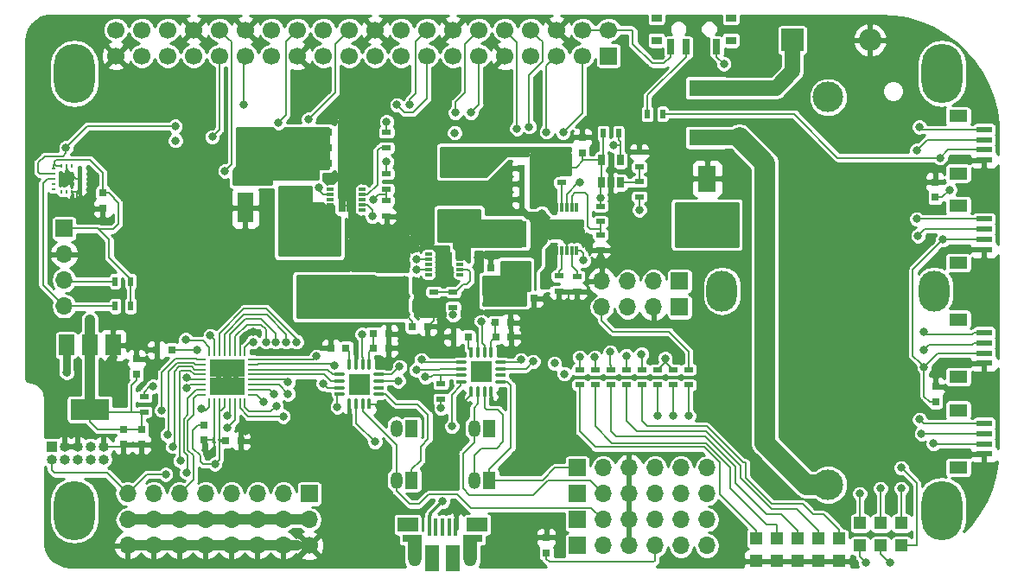
<source format=gbr>
G04 #@! TF.GenerationSoftware,KiCad,Pcbnew,(5.0.0)*
G04 #@! TF.CreationDate,2020-03-19T18:32:55-04:00*
G04 #@! TF.ProjectId,Temple_RPi_HAT,54656D706C655F5250695F4841542E6B,rev?*
G04 #@! TF.SameCoordinates,Original*
G04 #@! TF.FileFunction,Copper,L1,Top,Signal*
G04 #@! TF.FilePolarity,Positive*
%FSLAX46Y46*%
G04 Gerber Fmt 4.6, Leading zero omitted, Abs format (unit mm)*
G04 Created by KiCad (PCBNEW (5.0.0)) date 03/19/20 18:32:55*
%MOMM*%
%LPD*%
G01*
G04 APERTURE LIST*
G04 #@! TA.AperFunction,ComponentPad*
%ADD10O,1.700000X1.700000*%
G04 #@! TD*
G04 #@! TA.AperFunction,ComponentPad*
%ADD11R,1.700000X1.700000*%
G04 #@! TD*
G04 #@! TA.AperFunction,ComponentPad*
%ADD12C,1.700000*%
G04 #@! TD*
G04 #@! TA.AperFunction,SMDPad,CuDef*
%ADD13R,0.350000X0.825000*%
G04 #@! TD*
G04 #@! TA.AperFunction,BGAPad,CuDef*
%ADD14C,0.350000*%
G04 #@! TD*
G04 #@! TA.AperFunction,SMDPad,CuDef*
%ADD15R,0.825000X0.350000*%
G04 #@! TD*
G04 #@! TA.AperFunction,SMDPad,CuDef*
%ADD16R,2.100000X2.100000*%
G04 #@! TD*
G04 #@! TA.AperFunction,ComponentPad*
%ADD17C,0.600000*%
G04 #@! TD*
G04 #@! TA.AperFunction,ComponentPad*
%ADD18R,1.200000X1.700000*%
G04 #@! TD*
G04 #@! TA.AperFunction,ComponentPad*
%ADD19O,1.200000X1.700000*%
G04 #@! TD*
G04 #@! TA.AperFunction,SMDPad,CuDef*
%ADD20R,1.200000X1.200000*%
G04 #@! TD*
G04 #@! TA.AperFunction,WasherPad*
%ADD21O,4.000000X5.800000*%
G04 #@! TD*
G04 #@! TA.AperFunction,SMDPad,CuDef*
%ADD22R,0.305000X0.890000*%
G04 #@! TD*
G04 #@! TA.AperFunction,SMDPad,CuDef*
%ADD23R,0.940000X0.840000*%
G04 #@! TD*
G04 #@! TA.AperFunction,SMDPad,CuDef*
%ADD24R,3.500000X1.600000*%
G04 #@! TD*
G04 #@! TA.AperFunction,SMDPad,CuDef*
%ADD25R,3.500000X2.350000*%
G04 #@! TD*
G04 #@! TA.AperFunction,ComponentPad*
%ADD26R,2.200000X2.200000*%
G04 #@! TD*
G04 #@! TA.AperFunction,ComponentPad*
%ADD27O,2.200000X2.200000*%
G04 #@! TD*
G04 #@! TA.AperFunction,SMDPad,CuDef*
%ADD28R,0.650000X0.300000*%
G04 #@! TD*
G04 #@! TA.AperFunction,SMDPad,CuDef*
%ADD29R,0.775000X1.240000*%
G04 #@! TD*
G04 #@! TA.AperFunction,SMDPad,CuDef*
%ADD30R,1.800000X2.500000*%
G04 #@! TD*
G04 #@! TA.AperFunction,SMDPad,CuDef*
%ADD31R,0.700000X1.500000*%
G04 #@! TD*
G04 #@! TA.AperFunction,SMDPad,CuDef*
%ADD32R,1.000000X0.800000*%
G04 #@! TD*
G04 #@! TA.AperFunction,SMDPad,CuDef*
%ADD33R,0.650000X1.060000*%
G04 #@! TD*
G04 #@! TA.AperFunction,SMDPad,CuDef*
%ADD34R,3.800000X2.000000*%
G04 #@! TD*
G04 #@! TA.AperFunction,SMDPad,CuDef*
%ADD35R,1.500000X2.000000*%
G04 #@! TD*
G04 #@! TA.AperFunction,ComponentPad*
%ADD36C,3.000000*%
G04 #@! TD*
G04 #@! TA.AperFunction,ComponentPad*
%ADD37O,3.000000X4.000000*%
G04 #@! TD*
G04 #@! TA.AperFunction,SMDPad,CuDef*
%ADD38R,1.800000X1.200000*%
G04 #@! TD*
G04 #@! TA.AperFunction,SMDPad,CuDef*
%ADD39R,1.550000X0.600000*%
G04 #@! TD*
G04 #@! TA.AperFunction,SMDPad,CuDef*
%ADD40R,1.425000X2.500000*%
G04 #@! TD*
G04 #@! TA.AperFunction,SMDPad,CuDef*
%ADD41R,1.825000X0.700000*%
G04 #@! TD*
G04 #@! TA.AperFunction,ComponentPad*
%ADD42O,1.300000X3.150000*%
G04 #@! TD*
G04 #@! TA.AperFunction,SMDPad,CuDef*
%ADD43R,0.400000X1.750000*%
G04 #@! TD*
G04 #@! TA.AperFunction,ComponentPad*
%ADD44R,2.000000X1.400000*%
G04 #@! TD*
G04 #@! TA.AperFunction,ComponentPad*
%ADD45R,1.000000X1.000000*%
G04 #@! TD*
G04 #@! TA.AperFunction,ComponentPad*
%ADD46O,1.000000X1.000000*%
G04 #@! TD*
G04 #@! TA.AperFunction,SMDPad,CuDef*
%ADD47R,0.700000X0.250000*%
G04 #@! TD*
G04 #@! TA.AperFunction,SMDPad,CuDef*
%ADD48R,0.250000X0.700000*%
G04 #@! TD*
G04 #@! TA.AperFunction,SMDPad,CuDef*
%ADD49R,1.725000X1.725000*%
G04 #@! TD*
G04 #@! TA.AperFunction,SMDPad,CuDef*
%ADD50R,0.500000X0.900000*%
G04 #@! TD*
G04 #@! TA.AperFunction,SMDPad,CuDef*
%ADD51R,0.900000X0.500000*%
G04 #@! TD*
G04 #@! TA.AperFunction,SMDPad,CuDef*
%ADD52R,0.800000X0.750000*%
G04 #@! TD*
G04 #@! TA.AperFunction,SMDPad,CuDef*
%ADD53R,0.750000X0.800000*%
G04 #@! TD*
G04 #@! TA.AperFunction,SMDPad,CuDef*
%ADD54R,1.600000X3.000000*%
G04 #@! TD*
G04 #@! TA.AperFunction,SMDPad,CuDef*
%ADD55R,0.355600X0.254000*%
G04 #@! TD*
G04 #@! TA.AperFunction,SMDPad,CuDef*
%ADD56R,0.254000X0.355600*%
G04 #@! TD*
G04 #@! TA.AperFunction,ViaPad*
%ADD57C,0.800000*%
G04 #@! TD*
G04 #@! TA.AperFunction,Conductor*
%ADD58C,0.200000*%
G04 #@! TD*
G04 #@! TA.AperFunction,Conductor*
%ADD59C,1.000000*%
G04 #@! TD*
G04 #@! TA.AperFunction,Conductor*
%ADD60C,0.800000*%
G04 #@! TD*
G04 #@! TA.AperFunction,Conductor*
%ADD61C,0.300000*%
G04 #@! TD*
G04 #@! TA.AperFunction,Conductor*
%ADD62C,1.500000*%
G04 #@! TD*
G04 #@! TA.AperFunction,Conductor*
%ADD63C,2.000000*%
G04 #@! TD*
G04 #@! TA.AperFunction,Conductor*
%ADD64C,0.350000*%
G04 #@! TD*
G04 #@! TA.AperFunction,Conductor*
%ADD65C,0.254000*%
G04 #@! TD*
G04 APERTURE END LIST*
D10*
G04 #@! TO.P,J3,8*
G04 #@! TO.N,SERVO_8*
X80535000Y-172210000D03*
G04 #@! TO.P,J3,7*
G04 #@! TO.N,SERVO_7*
X83075000Y-172210000D03*
G04 #@! TO.P,J3,6*
G04 #@! TO.N,SERVO_6*
X85615000Y-172210000D03*
G04 #@! TO.P,J3,5*
G04 #@! TO.N,SERVO_5*
X88155000Y-172210000D03*
G04 #@! TO.P,J3,4*
G04 #@! TO.N,SERVO_4*
X90695000Y-172210000D03*
G04 #@! TO.P,J3,3*
G04 #@! TO.N,SERVO_3*
X93235000Y-172210000D03*
G04 #@! TO.P,J3,2*
G04 #@! TO.N,SERVO_2*
X95775000Y-172210000D03*
D11*
G04 #@! TO.P,J3,1*
G04 #@! TO.N,SERVO_1*
X98315000Y-172210000D03*
D10*
G04 #@! TO.P,J3,9*
G04 #@! TO.N,+5V*
X80535000Y-174750000D03*
X83075000Y-174750000D03*
X85615000Y-174750000D03*
X88155000Y-174750000D03*
X90695000Y-174750000D03*
X93235000Y-174750000D03*
X95775000Y-174750000D03*
X98315000Y-174750000D03*
D12*
G04 #@! TO.P,J3,10*
G04 #@! TO.N,GND*
X98315000Y-177290000D03*
D10*
X95775000Y-177290000D03*
X93235000Y-177290000D03*
X90695000Y-177290000D03*
X88155000Y-177290000D03*
X85615000Y-177290000D03*
X83075000Y-177290000D03*
X80535000Y-177290000D03*
G04 #@! TD*
D13*
G04 #@! TO.P,U10,1*
G04 #@! TO.N,GND*
X102254000Y-163478000D03*
D14*
X102254000Y-163065500D03*
D13*
G04 #@! TO.P,U10,2*
G04 #@! TO.N,MOTOR_OUT_NEG1*
X102904000Y-163478000D03*
D14*
X102904000Y-163065500D03*
D13*
G04 #@! TO.P,U10,3*
G04 #@! TO.N,MOTOR_OUT_NEG2*
X103554000Y-163478000D03*
D14*
X103554000Y-163065500D03*
D13*
G04 #@! TO.P,U10,4*
G04 #@! TO.N,GND*
X104204000Y-163478000D03*
D14*
X104204000Y-163065500D03*
D15*
G04 #@! TO.P,U10,5*
G04 #@! TO.N,MOTOR_OUT_POS2*
X105216500Y-162465500D03*
D14*
X104804000Y-162465500D03*
D15*
G04 #@! TO.P,U10,6*
G04 #@! TO.N,Net-(U10-Pad6)*
X105216500Y-161815500D03*
D14*
X104804000Y-161815500D03*
D15*
G04 #@! TO.P,U10,7*
G04 #@! TO.N,MOTOR2_POS*
X105216500Y-161165500D03*
D14*
X104804000Y-161165500D03*
D15*
G04 #@! TO.P,U10,8*
G04 #@! TO.N,MOTOR2_NEG*
X105216500Y-160515500D03*
D14*
X104804000Y-160515500D03*
D13*
G04 #@! TO.P,U10,9*
G04 #@! TO.N,Net-(C18-Pad1)*
X104204000Y-159503000D03*
D14*
X104204000Y-159915500D03*
D13*
G04 #@! TO.P,U10,10*
G04 #@! TO.N,+10V*
X103554000Y-159503000D03*
D14*
X103554000Y-159915500D03*
D13*
G04 #@! TO.P,U10,11*
G04 #@! TO.N,GND*
X102904000Y-159503000D03*
D14*
X102904000Y-159915500D03*
D13*
G04 #@! TO.P,U10,12*
G04 #@! TO.N,Net-(C16-Pad1)*
X102254000Y-159503000D03*
D14*
X102254000Y-159915500D03*
D15*
G04 #@! TO.P,U10,13*
G04 #@! TO.N,MOTOR1_NEG*
X101241500Y-160515500D03*
D14*
X101654000Y-160515500D03*
D15*
G04 #@! TO.P,U10,14*
G04 #@! TO.N,MOTOR1_POS*
X101241500Y-161165500D03*
D14*
X101654000Y-161165500D03*
D15*
G04 #@! TO.P,U10,15*
G04 #@! TO.N,MOTOR_EN*
X101241500Y-161815500D03*
D14*
X101654000Y-161815500D03*
D15*
G04 #@! TO.P,U10,16*
G04 #@! TO.N,MOTOR_OUT_POS1*
X101241500Y-162465500D03*
D14*
X101654000Y-162465500D03*
D16*
G04 #@! TO.P,U10,17*
G04 #@! TO.N,GND*
X103229000Y-161490500D03*
D17*
X103229000Y-161490500D03*
X102479000Y-162240500D03*
X102479000Y-160740500D03*
X103979000Y-162240500D03*
X103979000Y-160740500D03*
G04 #@! TD*
D18*
G04 #@! TO.P,M1,1*
G04 #@! TO.N,MOTOR_OUT_POS1*
X108361000Y-165797000D03*
D19*
G04 #@! TO.P,M1,2*
G04 #@! TO.N,MOTOR_OUT_NEG1*
X106861000Y-165797000D03*
G04 #@! TD*
D18*
G04 #@! TO.P,M2,1*
G04 #@! TO.N,MOTOR_OUT_POS2*
X108361000Y-170877000D03*
D19*
G04 #@! TO.P,M2,2*
G04 #@! TO.N,MOTOR_OUT_NEG2*
X106861000Y-170877000D03*
G04 #@! TD*
D20*
G04 #@! TO.P,D1,2*
G04 #@! TO.N,+3V3*
X156315000Y-175090000D03*
G04 #@! TO.P,D1,1*
G04 #@! TO.N,Net-(D1-Pad1)*
X156315000Y-177290000D03*
G04 #@! TD*
D11*
G04 #@! TO.P,J1,1*
G04 #@! TO.N,+5V*
X134606000Y-151382000D03*
D10*
G04 #@! TO.P,J1,2*
G04 #@! TO.N,RX*
X132066000Y-151382000D03*
G04 #@! TO.P,J1,3*
G04 #@! TO.N,TX*
X129526000Y-151382000D03*
G04 #@! TO.P,J1,4*
G04 #@! TO.N,GND*
X126986000Y-151382000D03*
G04 #@! TD*
D21*
G04 #@! TO.P,MK1,*
G04 #@! TO.N,*
X75320000Y-173830000D03*
X75320000Y-131030000D03*
X160320000Y-173830000D03*
X160320000Y-131030000D03*
G04 #@! TD*
D22*
G04 #@! TO.P,U6,1*
G04 #@! TO.N,V_CHARGE*
X122535000Y-148355000D03*
G04 #@! TO.P,U6,2*
G04 #@! TO.N,Net-(R35-Pad1)*
X123035000Y-148355000D03*
G04 #@! TO.P,U6,3*
G04 #@! TO.N,GND*
X123535000Y-148355000D03*
G04 #@! TO.P,U6,4*
G04 #@! TO.N,Net-(R36-Pad1)*
X124035000Y-148355000D03*
G04 #@! TO.P,U6,5*
G04 #@! TO.N,PG*
X124535000Y-148355000D03*
G04 #@! TO.P,U6,6*
G04 #@! TO.N,N/C*
X124535000Y-144145000D03*
G04 #@! TO.P,U6,7*
G04 #@! TO.N,Net-(R39-Pad1)*
X124035000Y-144145000D03*
G04 #@! TO.P,U6,8*
G04 #@! TO.N,CHG*
X123535000Y-144145000D03*
G04 #@! TO.P,U6,9*
G04 #@! TO.N,Net-(R40-Pad2)*
X123035000Y-144145000D03*
G04 #@! TO.P,U6,10*
G04 #@! TO.N,+BATT*
X122535000Y-144145000D03*
D23*
G04 #@! TO.P,U6,11*
G04 #@! TO.N,GND*
X124005000Y-145830000D03*
X123065000Y-145830000D03*
X124005000Y-146670000D03*
X123065000Y-146670000D03*
G04 #@! TD*
D20*
G04 #@! TO.P,D6,2*
G04 #@! TO.N,Net-(D6-Pad2)*
X146155000Y-176614000D03*
G04 #@! TO.P,D6,1*
G04 #@! TO.N,GND*
X146155000Y-178814000D03*
G04 #@! TD*
G04 #@! TO.P,D7,2*
G04 #@! TO.N,Net-(D7-Pad2)*
X144123000Y-176614000D03*
G04 #@! TO.P,D7,1*
G04 #@! TO.N,GND*
X144123000Y-178814000D03*
G04 #@! TD*
G04 #@! TO.P,D9,2*
G04 #@! TO.N,Net-(D9-Pad2)*
X142091000Y-176614000D03*
G04 #@! TO.P,D9,1*
G04 #@! TO.N,GND*
X142091000Y-178814000D03*
G04 #@! TD*
G04 #@! TO.P,D10,2*
G04 #@! TO.N,Net-(D10-Pad2)*
X150219000Y-176614000D03*
G04 #@! TO.P,D10,1*
G04 #@! TO.N,GND*
X150219000Y-178814000D03*
G04 #@! TD*
D24*
G04 #@! TO.P,F1,1*
G04 #@! TO.N,Net-(F1-Pad1)*
X137265000Y-132432000D03*
G04 #@! TO.P,F1,2*
G04 #@! TO.N,Net-(BH1-Pad2)*
X137265000Y-137312000D03*
G04 #@! TD*
D25*
G04 #@! TO.P,L1,1*
G04 #@! TO.N,+5V*
X99292000Y-153287000D03*
G04 #@! TO.P,L1,2*
G04 #@! TO.N,Net-(D4-Pad2)*
X99292000Y-147237000D03*
G04 #@! TD*
G04 #@! TO.P,L2,1*
G04 #@! TO.N,+BATT*
X113135000Y-139761500D03*
G04 #@! TO.P,L2,2*
G04 #@! TO.N,Net-(D5-Pad2)*
X113135000Y-145811500D03*
G04 #@! TD*
D18*
G04 #@! TO.P,M3,1*
G04 #@! TO.N,MOTOR_OUT_POS3*
X115981000Y-165797000D03*
D19*
G04 #@! TO.P,M3,2*
G04 #@! TO.N,MOTOR_OUT_NEG3*
X114481000Y-165797000D03*
G04 #@! TD*
D26*
G04 #@! TO.P,SW1,1*
G04 #@! TO.N,Net-(F1-Pad1)*
X145647000Y-127760000D03*
D27*
G04 #@! TO.P,SW1,2*
G04 #@! TO.N,GND*
X153267000Y-127760000D03*
G04 #@! TD*
D28*
G04 #@! TO.P,U4,1*
G04 #@! TO.N,N/C*
X100402500Y-142396000D03*
G04 #@! TO.P,U4,2*
G04 #@! TO.N,Net-(R30-Pad1)*
X100402500Y-142896000D03*
G04 #@! TO.P,U4,3*
G04 #@! TO.N,N/C*
X100402500Y-143396000D03*
G04 #@! TO.P,U4,4*
G04 #@! TO.N,Net-(D4-Pad2)*
X100402500Y-143896000D03*
G04 #@! TO.P,U4,5*
X100402500Y-144396000D03*
G04 #@! TO.P,U4,6*
G04 #@! TO.N,N/C*
X103502500Y-144396000D03*
G04 #@! TO.P,U4,7*
G04 #@! TO.N,+5V*
X103502500Y-143896000D03*
G04 #@! TO.P,U4,8*
G04 #@! TO.N,N/C*
X103502500Y-143396000D03*
G04 #@! TO.P,U4,9*
G04 #@! TO.N,Net-(R37-Pad2)*
X103502500Y-142896000D03*
G04 #@! TO.P,U4,10*
G04 #@! TO.N,N/C*
X103502500Y-142396000D03*
D29*
G04 #@! TO.P,U4,11*
G04 #@! TO.N,GND*
X102340000Y-144016000D03*
X102340000Y-142776000D03*
X101565000Y-144016000D03*
X101565000Y-142776000D03*
G04 #@! TD*
D28*
G04 #@! TO.P,U5,1*
G04 #@! TO.N,N/C*
X113097500Y-150731000D03*
G04 #@! TO.P,U5,2*
G04 #@! TO.N,Net-(R32-Pad1)*
X113097500Y-150231000D03*
G04 #@! TO.P,U5,3*
G04 #@! TO.N,N/C*
X113097500Y-149731000D03*
G04 #@! TO.P,U5,4*
G04 #@! TO.N,Net-(D5-Pad2)*
X113097500Y-149231000D03*
G04 #@! TO.P,U5,5*
X113097500Y-148731000D03*
G04 #@! TO.P,U5,6*
G04 #@! TO.N,N/C*
X109997500Y-148731000D03*
G04 #@! TO.P,U5,7*
G04 #@! TO.N,+BATT*
X109997500Y-149231000D03*
G04 #@! TO.P,U5,8*
G04 #@! TO.N,N/C*
X109997500Y-149731000D03*
G04 #@! TO.P,U5,9*
G04 #@! TO.N,BATTERY_ENABLE*
X109997500Y-150231000D03*
G04 #@! TO.P,U5,10*
G04 #@! TO.N,N/C*
X109997500Y-150731000D03*
D29*
G04 #@! TO.P,U5,11*
G04 #@! TO.N,GND*
X111160000Y-149111000D03*
X111160000Y-150351000D03*
X111935000Y-149111000D03*
X111935000Y-150351000D03*
G04 #@! TD*
D18*
G04 #@! TO.P,M4,1*
G04 #@! TO.N,MOTOR_OUT_POS4*
X115981000Y-170877000D03*
D19*
G04 #@! TO.P,M4,2*
G04 #@! TO.N,MOTOR_OUT_NEG4*
X114481000Y-170877000D03*
G04 #@! TD*
D20*
G04 #@! TO.P,D2,2*
G04 #@! TO.N,Net-(D2-Pad2)*
X152251000Y-175090000D03*
G04 #@! TO.P,D2,1*
G04 #@! TO.N,CHG*
X152251000Y-177290000D03*
G04 #@! TD*
G04 #@! TO.P,D3,2*
G04 #@! TO.N,Net-(D3-Pad2)*
X154283000Y-175090000D03*
G04 #@! TO.P,D3,1*
G04 #@! TO.N,PG*
X154283000Y-177290000D03*
G04 #@! TD*
D30*
G04 #@! TO.P,D4,1*
G04 #@! TO.N,+10V*
X97006000Y-139508000D03*
G04 #@! TO.P,D4,2*
G04 #@! TO.N,Net-(D4-Pad2)*
X97006000Y-143508000D03*
G04 #@! TD*
G04 #@! TO.P,D5,1*
G04 #@! TO.N,+5V*
X118723000Y-150810000D03*
G04 #@! TO.P,D5,2*
G04 #@! TO.N,Net-(D5-Pad2)*
X118723000Y-146810000D03*
G04 #@! TD*
G04 #@! TO.P,D8,1*
G04 #@! TO.N,+BATT*
X137315000Y-145330000D03*
G04 #@! TO.P,D8,2*
G04 #@! TO.N,GND*
X137315000Y-141330000D03*
G04 #@! TD*
D11*
G04 #@! TO.P,J2,1*
G04 #@! TO.N,+3V3*
X134606000Y-153922000D03*
D10*
G04 #@! TO.P,J2,2*
G04 #@! TO.N,GND*
X132066000Y-153922000D03*
G04 #@! TO.P,J2,3*
G04 #@! TO.N,SCL*
X129526000Y-153922000D03*
G04 #@! TO.P,J2,4*
G04 #@! TO.N,SDA*
X126986000Y-153922000D03*
G04 #@! TD*
D11*
G04 #@! TO.P,J4,1*
G04 #@! TO.N,MOTOR_OUT_POS1*
X124565000Y-177290000D03*
D10*
G04 #@! TO.P,J4,2*
G04 #@! TO.N,MOTOR_OUT_NEG1*
X127105000Y-177290000D03*
G04 #@! TO.P,J4,3*
G04 #@! TO.N,GND*
X129645000Y-177290000D03*
G04 #@! TO.P,J4,4*
G04 #@! TO.N,ENC_PWR*
X132185000Y-177290000D03*
G04 #@! TO.P,J4,5*
G04 #@! TO.N,QEP_1A*
X134725000Y-177290000D03*
G04 #@! TO.P,J4,6*
G04 #@! TO.N,QEP_1B*
X137265000Y-177290000D03*
G04 #@! TD*
D11*
G04 #@! TO.P,J5,1*
G04 #@! TO.N,MOTOR_OUT_POS2*
X124565000Y-174750000D03*
D10*
G04 #@! TO.P,J5,2*
G04 #@! TO.N,MOTOR_OUT_NEG2*
X127105000Y-174750000D03*
G04 #@! TO.P,J5,3*
G04 #@! TO.N,GND*
X129645000Y-174750000D03*
G04 #@! TO.P,J5,4*
G04 #@! TO.N,ENC_PWR*
X132185000Y-174750000D03*
G04 #@! TO.P,J5,5*
G04 #@! TO.N,QEP_2A*
X134725000Y-174750000D03*
G04 #@! TO.P,J5,6*
G04 #@! TO.N,QEP_2B*
X137265000Y-174750000D03*
G04 #@! TD*
D11*
G04 #@! TO.P,J6,1*
G04 #@! TO.N,MOTOR_OUT_POS3*
X124565000Y-172210000D03*
D10*
G04 #@! TO.P,J6,2*
G04 #@! TO.N,MOTOR_OUT_NEG3*
X127105000Y-172210000D03*
G04 #@! TO.P,J6,3*
G04 #@! TO.N,GND*
X129645000Y-172210000D03*
G04 #@! TO.P,J6,4*
G04 #@! TO.N,ENC_PWR*
X132185000Y-172210000D03*
G04 #@! TO.P,J6,5*
G04 #@! TO.N,QEP_3A*
X134725000Y-172210000D03*
G04 #@! TO.P,J6,6*
G04 #@! TO.N,QEP_3B*
X137265000Y-172210000D03*
G04 #@! TD*
D11*
G04 #@! TO.P,J7,1*
G04 #@! TO.N,MOTOR_OUT_POS4*
X124565000Y-169670000D03*
D10*
G04 #@! TO.P,J7,2*
G04 #@! TO.N,MOTOR_OUT_NEG4*
X127105000Y-169670000D03*
G04 #@! TO.P,J7,3*
G04 #@! TO.N,GND*
X129645000Y-169670000D03*
G04 #@! TO.P,J7,4*
G04 #@! TO.N,ENC_PWR*
X132185000Y-169670000D03*
G04 #@! TO.P,J7,5*
G04 #@! TO.N,QEP_4A*
X134725000Y-169670000D03*
G04 #@! TO.P,J7,6*
G04 #@! TO.N,QEP_4B*
X137265000Y-169670000D03*
G04 #@! TD*
D11*
G04 #@! TO.P,LCD1,1*
G04 #@! TO.N,+3V3*
X74315000Y-146210000D03*
D10*
G04 #@! TO.P,LCD1,2*
G04 #@! TO.N,GND*
X74315000Y-148750000D03*
G04 #@! TO.P,LCD1,3*
G04 #@! TO.N,SCL*
X74315000Y-151290000D03*
G04 #@! TO.P,LCD1,4*
G04 #@! TO.N,SDA*
X74315000Y-153830000D03*
G04 #@! TD*
D12*
G04 #@! TO.P,rpi_Header1,20*
G04 #@! TO.N,GND*
X104790000Y-126760000D03*
G04 #@! TO.P,rpi_Header1,18*
G04 #@! TO.N,N/C*
X107330000Y-126760000D03*
G04 #@! TO.P,rpi_Header1,16*
G04 #@! TO.N,QEP_1B*
X109870000Y-126760000D03*
G04 #@! TO.P,rpi_Header1,14*
G04 #@! TO.N,GND*
X112410000Y-126760000D03*
G04 #@! TO.P,rpi_Header1,12*
G04 #@! TO.N,QEP_2B*
X114950000Y-126760000D03*
G04 #@! TO.P,rpi_Header1,10*
G04 #@! TO.N,TX*
X117490000Y-126760000D03*
G04 #@! TO.P,rpi_Header1,8*
G04 #@! TO.N,RX*
X120030000Y-126760000D03*
G04 #@! TO.P,rpi_Header1,6*
G04 #@! TO.N,GND*
X122570000Y-126760000D03*
G04 #@! TO.P,rpi_Header1,4*
G04 #@! TO.N,+5V*
X125110000Y-126760000D03*
G04 #@! TO.P,rpi_Header1,2*
X127650000Y-126760000D03*
D11*
G04 #@! TO.P,rpi_Header1,1*
G04 #@! TO.N,PI_3.3V*
X127650000Y-129300000D03*
D12*
G04 #@! TO.P,rpi_Header1,3*
G04 #@! TO.N,SDA*
X125110000Y-129300000D03*
G04 #@! TO.P,rpi_Header1,5*
G04 #@! TO.N,SCL*
X122570000Y-129300000D03*
G04 #@! TO.P,rpi_Header1,7*
G04 #@! TO.N,N/C*
X120030000Y-129300000D03*
G04 #@! TO.P,rpi_Header1,9*
G04 #@! TO.N,GND*
X117490000Y-129300000D03*
G04 #@! TO.P,rpi_Header1,11*
G04 #@! TO.N,QEP_2A*
X114950000Y-129300000D03*
G04 #@! TO.P,rpi_Header1,13*
G04 #@! TO.N,QEP_3B*
X112410000Y-129300000D03*
G04 #@! TO.P,rpi_Header1,15*
G04 #@! TO.N,QEP_1A*
X109870000Y-129300000D03*
G04 #@! TO.P,rpi_Header1,17*
G04 #@! TO.N,PI_3.3V*
X107330000Y-129300000D03*
G04 #@! TO.P,rpi_Header1,19*
G04 #@! TO.N,N/C*
X104790000Y-129300000D03*
G04 #@! TO.P,rpi_Header1,21*
X102250000Y-129300000D03*
G04 #@! TO.P,rpi_Header1,22*
G04 #@! TO.N,Prog_LED0*
X102250000Y-126760000D03*
G04 #@! TO.P,rpi_Header1,23*
G04 #@! TO.N,N/C*
X99710000Y-129300000D03*
G04 #@! TO.P,rpi_Header1,24*
X99710000Y-126760000D03*
G04 #@! TO.P,rpi_Header1,25*
G04 #@! TO.N,GND*
X97170000Y-129300000D03*
G04 #@! TO.P,rpi_Header1,26*
G04 #@! TO.N,IR*
X97170000Y-126760000D03*
G04 #@! TO.P,rpi_Header1,27*
G04 #@! TO.N,N/C*
X94630000Y-129300000D03*
G04 #@! TO.P,rpi_Header1,28*
X94630000Y-126760000D03*
G04 #@! TO.P,rpi_Header1,29*
G04 #@! TO.N,QEP_4A*
X92090000Y-129300000D03*
G04 #@! TO.P,rpi_Header1,30*
G04 #@! TO.N,GND*
X92090000Y-126760000D03*
G04 #@! TO.P,rpi_Header1,31*
G04 #@! TO.N,QEP_4B*
X89550000Y-129300000D03*
G04 #@! TO.P,rpi_Header1,32*
G04 #@! TO.N,MOTOR_EN*
X89550000Y-126760000D03*
G04 #@! TO.P,rpi_Header1,33*
G04 #@! TO.N,N/C*
X87010000Y-129300000D03*
G04 #@! TO.P,rpi_Header1,34*
G04 #@! TO.N,GND*
X87010000Y-126760000D03*
G04 #@! TO.P,rpi_Header1,35*
G04 #@! TO.N,N/C*
X84470000Y-129300000D03*
G04 #@! TO.P,rpi_Header1,36*
X84470000Y-126760000D03*
G04 #@! TO.P,rpi_Header1,37*
G04 #@! TO.N,QEP_3A*
X81930000Y-129300000D03*
G04 #@! TO.P,rpi_Header1,38*
G04 #@! TO.N,N/C*
X81930000Y-126760000D03*
G04 #@! TO.P,rpi_Header1,39*
G04 #@! TO.N,GND*
X79390000Y-129300000D03*
G04 #@! TO.P,rpi_Header1,40*
G04 #@! TO.N,N/C*
X79390000Y-126760000D03*
G04 #@! TD*
D31*
G04 #@! TO.P,SW2,1*
G04 #@! TO.N,+3V3*
X138245000Y-128428000D03*
G04 #@! TO.P,SW2,2*
G04 #@! TO.N,Net-(R48-Pad1)*
X135245000Y-128428000D03*
G04 #@! TO.P,SW2,3*
G04 #@! TO.N,+5V*
X133745000Y-128428000D03*
D32*
G04 #@! TO.P,SW2,*
G04 #@! TO.N,*
X139645000Y-125568000D03*
X132345000Y-125568000D03*
X132345000Y-127778000D03*
X139645000Y-127778000D03*
G04 #@! TD*
D33*
G04 #@! TO.P,U7,1*
G04 #@! TO.N,+BATT*
X126917000Y-141730000D03*
G04 #@! TO.P,U7,2*
G04 #@! TO.N,GND*
X127867000Y-141730000D03*
G04 #@! TO.P,U7,3*
G04 #@! TO.N,Net-(R44-Pad1)*
X128817000Y-141730000D03*
G04 #@! TO.P,U7,4*
G04 #@! TO.N,BATTERY_ENABLE*
X128817000Y-139530000D03*
G04 #@! TO.P,U7,5*
G04 #@! TO.N,+BATT*
X126917000Y-139530000D03*
G04 #@! TD*
D34*
G04 #@! TO.P,U8,2*
G04 #@! TO.N,+3V3*
X76815000Y-163930000D03*
D35*
X76815000Y-157630000D03*
G04 #@! TO.P,U8,3*
G04 #@! TO.N,+5V*
X74515000Y-157630000D03*
G04 #@! TO.P,U8,1*
G04 #@! TO.N,GND*
X79115000Y-157630000D03*
G04 #@! TD*
D13*
G04 #@! TO.P,U9,1*
G04 #@! TO.N,GND*
X114192000Y-162259500D03*
D14*
X114192000Y-161847000D03*
D13*
G04 #@! TO.P,U9,2*
G04 #@! TO.N,MOTOR_OUT_NEG3*
X114842000Y-162259500D03*
D14*
X114842000Y-161847000D03*
D13*
G04 #@! TO.P,U9,3*
G04 #@! TO.N,MOTOR_OUT_NEG4*
X115492000Y-162259500D03*
D14*
X115492000Y-161847000D03*
D13*
G04 #@! TO.P,U9,4*
G04 #@! TO.N,GND*
X116142000Y-162259500D03*
D14*
X116142000Y-161847000D03*
D15*
G04 #@! TO.P,U9,5*
G04 #@! TO.N,MOTOR_OUT_POS4*
X117154500Y-161247000D03*
D14*
X116742000Y-161247000D03*
D15*
G04 #@! TO.P,U9,6*
G04 #@! TO.N,Net-(U9-Pad6)*
X117154500Y-160597000D03*
D14*
X116742000Y-160597000D03*
D15*
G04 #@! TO.P,U9,7*
G04 #@! TO.N,MOTOR4_POS*
X117154500Y-159947000D03*
D14*
X116742000Y-159947000D03*
D15*
G04 #@! TO.P,U9,8*
G04 #@! TO.N,MOTOR4_NEG*
X117154500Y-159297000D03*
D14*
X116742000Y-159297000D03*
D13*
G04 #@! TO.P,U9,9*
G04 #@! TO.N,Net-(C17-Pad1)*
X116142000Y-158284500D03*
D14*
X116142000Y-158697000D03*
D13*
G04 #@! TO.P,U9,10*
G04 #@! TO.N,+10V*
X115492000Y-158284500D03*
D14*
X115492000Y-158697000D03*
D13*
G04 #@! TO.P,U9,11*
G04 #@! TO.N,GND*
X114842000Y-158284500D03*
D14*
X114842000Y-158697000D03*
D13*
G04 #@! TO.P,U9,12*
G04 #@! TO.N,Net-(C15-Pad1)*
X114192000Y-158284500D03*
D14*
X114192000Y-158697000D03*
D15*
G04 #@! TO.P,U9,13*
G04 #@! TO.N,MOTOR3_NEG*
X113179500Y-159297000D03*
D14*
X113592000Y-159297000D03*
D15*
G04 #@! TO.P,U9,14*
G04 #@! TO.N,MOTOR3_POS*
X113179500Y-159947000D03*
D14*
X113592000Y-159947000D03*
D15*
G04 #@! TO.P,U9,15*
G04 #@! TO.N,MOTOR_EN*
X113179500Y-160597000D03*
D14*
X113592000Y-160597000D03*
D15*
G04 #@! TO.P,U9,16*
G04 #@! TO.N,MOTOR_OUT_POS3*
X113179500Y-161247000D03*
D14*
X113592000Y-161247000D03*
D16*
G04 #@! TO.P,U9,17*
G04 #@! TO.N,GND*
X115167000Y-160272000D03*
D17*
X115167000Y-160272000D03*
X114417000Y-161022000D03*
X114417000Y-159522000D03*
X115917000Y-161022000D03*
X115917000Y-159522000D03*
G04 #@! TD*
D36*
G04 #@! TO.P,BH1,2*
G04 #@! TO.N,Net-(BH1-Pad2)*
X149165000Y-171315000D03*
G04 #@! TO.P,BH1,1*
G04 #@! TO.N,+BATT*
X149165000Y-133345000D03*
D37*
G04 #@! TO.P,BH1,*
G04 #@! TO.N,*
X159565000Y-152330000D03*
X138765000Y-152330000D03*
G04 #@! TD*
D38*
G04 #@! TO.P,EN1,*
G04 #@! TO.N,*
X161909636Y-164016810D03*
X161909636Y-169616810D03*
D39*
G04 #@! TO.P,EN1,4*
G04 #@! TO.N,QEP_1B*
X164434636Y-165316810D03*
G04 #@! TO.P,EN1,3*
G04 #@! TO.N,QEP_1A*
X164434636Y-166316810D03*
G04 #@! TO.P,EN1,2*
G04 #@! TO.N,ENC_PWR*
X164434636Y-167316810D03*
G04 #@! TO.P,EN1,1*
G04 #@! TO.N,GND*
X164434636Y-168316810D03*
G04 #@! TD*
D38*
G04 #@! TO.P,EN2,*
G04 #@! TO.N,*
X161909636Y-155126810D03*
X161909636Y-160726810D03*
D39*
G04 #@! TO.P,EN2,4*
G04 #@! TO.N,QEP_2B*
X164434636Y-156426810D03*
G04 #@! TO.P,EN2,3*
G04 #@! TO.N,QEP_2A*
X164434636Y-157426810D03*
G04 #@! TO.P,EN2,2*
G04 #@! TO.N,ENC_PWR*
X164434636Y-158426810D03*
G04 #@! TO.P,EN2,1*
G04 #@! TO.N,GND*
X164434636Y-159426810D03*
G04 #@! TD*
D38*
G04 #@! TO.P,EN3,*
G04 #@! TO.N,*
X161909636Y-143986810D03*
X161909636Y-149586810D03*
D39*
G04 #@! TO.P,EN3,4*
G04 #@! TO.N,QEP_3B*
X164434636Y-145286810D03*
G04 #@! TO.P,EN3,3*
G04 #@! TO.N,QEP_3A*
X164434636Y-146286810D03*
G04 #@! TO.P,EN3,2*
G04 #@! TO.N,ENC_PWR*
X164434636Y-147286810D03*
G04 #@! TO.P,EN3,1*
G04 #@! TO.N,GND*
X164434636Y-148286810D03*
G04 #@! TD*
D38*
G04 #@! TO.P,EN4,*
G04 #@! TO.N,*
X161909636Y-135211810D03*
X161909636Y-140811810D03*
D39*
G04 #@! TO.P,EN4,4*
G04 #@! TO.N,QEP_4B*
X164434636Y-136511810D03*
G04 #@! TO.P,EN4,3*
G04 #@! TO.N,QEP_4A*
X164434636Y-137511810D03*
G04 #@! TO.P,EN4,2*
G04 #@! TO.N,ENC_PWR*
X164434636Y-138511810D03*
G04 #@! TO.P,EN4,1*
G04 #@! TO.N,GND*
X164434636Y-139511810D03*
G04 #@! TD*
D40*
G04 #@! TO.P,J8,SH*
G04 #@! TO.N,N/C*
X110376000Y-178532000D03*
D41*
X114366000Y-176572000D03*
D42*
X114101000Y-177802000D03*
D43*
G04 #@! TO.P,J8,5*
G04 #@! TO.N,GND*
X112676000Y-175457000D03*
G04 #@! TO.P,J8,4*
G04 #@! TO.N,N/C*
X112026000Y-175457000D03*
G04 #@! TO.P,J8,3*
X111376000Y-175457000D03*
G04 #@! TO.P,J8,2*
X110726000Y-175457000D03*
D44*
G04 #@! TO.P,J8,SH*
X114801000Y-175252000D03*
D43*
G04 #@! TO.P,J8,1*
G04 #@! TO.N,V_CHARGE*
X110076000Y-175457000D03*
D44*
G04 #@! TO.P,J8,SH*
G04 #@! TO.N,N/C*
X107951000Y-175252000D03*
D42*
X108651000Y-177802000D03*
D41*
X108386000Y-176572000D03*
D40*
X112376000Y-178532000D03*
G04 #@! TD*
D20*
G04 #@! TO.P,D11,2*
G04 #@! TO.N,Net-(D11-Pad2)*
X148187000Y-176614000D03*
G04 #@! TO.P,D11,1*
G04 #@! TO.N,GND*
X148187000Y-178814000D03*
G04 #@! TD*
D45*
G04 #@! TO.P,J9,1*
G04 #@! TO.N,+3V3*
X73065000Y-167580000D03*
D46*
G04 #@! TO.P,J9,2*
G04 #@! TO.N,SERVO_8*
X73065000Y-168850000D03*
G04 #@! TO.P,J9,3*
G04 #@! TO.N,GND*
X74335000Y-167580000D03*
G04 #@! TO.P,J9,4*
G04 #@! TO.N,SERVO_7*
X74335000Y-168850000D03*
G04 #@! TO.P,J9,5*
G04 #@! TO.N,GND*
X75605000Y-167580000D03*
G04 #@! TO.P,J9,6*
G04 #@! TO.N,N/C*
X75605000Y-168850000D03*
G04 #@! TO.P,J9,7*
X76875000Y-167580000D03*
G04 #@! TO.P,J9,8*
X76875000Y-168850000D03*
G04 #@! TO.P,J9,9*
G04 #@! TO.N,GND*
X78145000Y-167580000D03*
G04 #@! TO.P,J9,10*
G04 #@! TO.N,ARM_RST*
X78145000Y-168850000D03*
G04 #@! TD*
D47*
G04 #@! TO.P,U2,1*
G04 #@! TO.N,QEP_1A*
X92675000Y-162530000D03*
G04 #@! TO.P,U2,2*
G04 #@! TO.N,QEP_1B*
X92675000Y-162030000D03*
G04 #@! TO.P,U2,3*
G04 #@! TO.N,QEP_2A*
X92675000Y-161530000D03*
G04 #@! TO.P,U2,4*
G04 #@! TO.N,QEP_2B*
X92675000Y-161030000D03*
G04 #@! TO.P,U2,5*
G04 #@! TO.N,MOTOR1_POS*
X92675000Y-160530000D03*
G04 #@! TO.P,U2,6*
G04 #@! TO.N,MOTOR1_NEG*
X92675000Y-160030000D03*
G04 #@! TO.P,U2,7*
G04 #@! TO.N,MOTOR2_POS*
X92675000Y-159530000D03*
G04 #@! TO.P,U2,8*
G04 #@! TO.N,MOTOR2_NEG*
X92675000Y-159030000D03*
D48*
G04 #@! TO.P,U2,9*
G04 #@! TO.N,+3V3*
X92025000Y-158380000D03*
G04 #@! TO.P,U2,10*
G04 #@! TO.N,GND*
X91525000Y-158380000D03*
G04 #@! TO.P,U2,11*
G04 #@! TO.N,MOTOR3_POS*
X91025000Y-158380000D03*
G04 #@! TO.P,U2,12*
G04 #@! TO.N,MOTOR3_NEG*
X90525000Y-158380000D03*
G04 #@! TO.P,U2,13*
G04 #@! TO.N,MOTOR4_POS*
X90025000Y-158380000D03*
G04 #@! TO.P,U2,14*
G04 #@! TO.N,MOTOR4_NEG*
X89525000Y-158380000D03*
G04 #@! TO.P,U2,15*
G04 #@! TO.N,QEP_3A*
X89025000Y-158380000D03*
G04 #@! TO.P,U2,16*
G04 #@! TO.N,QEP_3B*
X88525000Y-158380000D03*
D47*
G04 #@! TO.P,U2,17*
G04 #@! TO.N,SERVO_1*
X87875000Y-159030000D03*
G04 #@! TO.P,U2,18*
G04 #@! TO.N,SERVO_2*
X87875000Y-159530000D03*
G04 #@! TO.P,U2,19*
G04 #@! TO.N,SERVO_3*
X87875000Y-160030000D03*
G04 #@! TO.P,U2,20*
G04 #@! TO.N,SERVO_4*
X87875000Y-160530000D03*
G04 #@! TO.P,U2,21*
G04 #@! TO.N,SDA*
X87875000Y-161030000D03*
G04 #@! TO.P,U2,22*
G04 #@! TO.N,SCL*
X87875000Y-161530000D03*
G04 #@! TO.P,U2,23*
G04 #@! TO.N,SERVO_5*
X87875000Y-162030000D03*
G04 #@! TO.P,U2,24*
G04 #@! TO.N,SERVO_6*
X87875000Y-162530000D03*
D48*
G04 #@! TO.P,U2,25*
G04 #@! TO.N,ARM_RST*
X88525000Y-163180000D03*
G04 #@! TO.P,U2,26*
G04 #@! TO.N,GND*
X89025000Y-163180000D03*
G04 #@! TO.P,U2,27*
G04 #@! TO.N,+3V3*
X89525000Y-163180000D03*
G04 #@! TO.P,U2,28*
X90025000Y-163180000D03*
G04 #@! TO.P,U2,29*
G04 #@! TO.N,SERVO_7*
X90525000Y-163180000D03*
G04 #@! TO.P,U2,30*
G04 #@! TO.N,SERVO_8*
X91025000Y-163180000D03*
G04 #@! TO.P,U2,31*
G04 #@! TO.N,QEP_4A*
X91525000Y-163180000D03*
G04 #@! TO.P,U2,32*
G04 #@! TO.N,QEP_4B*
X92025000Y-163180000D03*
D49*
G04 #@! TO.P,U2,33*
G04 #@! TO.N,GND*
X89412500Y-159917500D03*
X89412500Y-161642500D03*
X91137500Y-159917500D03*
X91137500Y-161642500D03*
G04 #@! TD*
D50*
G04 #@! TO.P,R1,1*
G04 #@! TO.N,SDA*
X79315000Y-153830000D03*
G04 #@! TO.P,R1,2*
G04 #@! TO.N,+3V3*
X80815000Y-153830000D03*
G04 #@! TD*
G04 #@! TO.P,R2,1*
G04 #@! TO.N,SCL*
X79315000Y-151390000D03*
G04 #@! TO.P,R2,2*
G04 #@! TO.N,+3V3*
X80815000Y-151390000D03*
G04 #@! TD*
D51*
G04 #@! TO.P,R3,1*
G04 #@! TO.N,Net-(D1-Pad1)*
X135487000Y-161542000D03*
G04 #@! TO.P,R3,2*
G04 #@! TO.N,SDA*
X135487000Y-160042000D03*
G04 #@! TD*
G04 #@! TO.P,R4,1*
G04 #@! TO.N,BATTERY_ENABLE*
X129391000Y-160042000D03*
G04 #@! TO.P,R4,2*
G04 #@! TO.N,Net-(D11-Pad2)*
X129391000Y-161542000D03*
G04 #@! TD*
G04 #@! TO.P,R5,1*
G04 #@! TO.N,+3V3*
X82147000Y-164185000D03*
G04 #@! TO.P,R5,2*
G04 #@! TO.N,ARM_RST*
X82147000Y-162685000D03*
G04 #@! TD*
G04 #@! TO.P,R29,1*
G04 #@! TO.N,Net-(D2-Pad2)*
X132439000Y-161542000D03*
G04 #@! TO.P,R29,2*
G04 #@! TO.N,+BATT*
X132439000Y-160042000D03*
G04 #@! TD*
G04 #@! TO.P,R30,1*
G04 #@! TO.N,Net-(R30-Pad1)*
X105896000Y-142353000D03*
G04 #@! TO.P,R30,2*
G04 #@! TO.N,+10V*
X105896000Y-140853000D03*
G04 #@! TD*
G04 #@! TO.P,R31,1*
G04 #@! TO.N,GND*
X105896000Y-145008000D03*
G04 #@! TO.P,R31,2*
G04 #@! TO.N,Net-(R30-Pad1)*
X105896000Y-143508000D03*
G04 #@! TD*
G04 #@! TO.P,R32,1*
G04 #@! TO.N,Net-(R32-Pad1)*
X112415000Y-152430000D03*
G04 #@! TO.P,R32,2*
G04 #@! TO.N,+5V*
X112415000Y-153930000D03*
G04 #@! TD*
G04 #@! TO.P,R33,1*
G04 #@! TO.N,GND*
X110515000Y-153930000D03*
G04 #@! TO.P,R33,2*
G04 #@! TO.N,Net-(R32-Pad1)*
X110515000Y-152430000D03*
G04 #@! TD*
G04 #@! TO.P,R34,1*
G04 #@! TO.N,Net-(D3-Pad2)*
X133963000Y-161542000D03*
G04 #@! TO.P,R34,2*
G04 #@! TO.N,+BATT*
X133963000Y-160042000D03*
G04 #@! TD*
G04 #@! TO.P,R35,1*
G04 #@! TO.N,Net-(R35-Pad1)*
X122787000Y-150874000D03*
G04 #@! TO.P,R35,2*
G04 #@! TO.N,GND*
X122787000Y-152374000D03*
G04 #@! TD*
G04 #@! TO.P,R36,1*
G04 #@! TO.N,Net-(R36-Pad1)*
X124565000Y-150898000D03*
G04 #@! TO.P,R36,2*
G04 #@! TO.N,GND*
X124565000Y-152398000D03*
G04 #@! TD*
G04 #@! TO.P,R37,1*
G04 #@! TO.N,+5V*
X105896000Y-136801000D03*
G04 #@! TO.P,R37,2*
G04 #@! TO.N,Net-(R37-Pad2)*
X105896000Y-138301000D03*
G04 #@! TD*
D50*
G04 #@! TO.P,R38,1*
G04 #@! TO.N,+BATT*
X127129000Y-136904000D03*
G04 #@! TO.P,R38,2*
G04 #@! TO.N,BATTERY_ENABLE*
X128629000Y-136904000D03*
G04 #@! TD*
D51*
G04 #@! TO.P,R39,1*
G04 #@! TO.N,Net-(R39-Pad1)*
X126851000Y-146834000D03*
G04 #@! TO.P,R39,2*
G04 #@! TO.N,GND*
X126851000Y-148334000D03*
G04 #@! TD*
G04 #@! TO.P,R40,1*
G04 #@! TO.N,+BATT*
X123041000Y-140230000D03*
G04 #@! TO.P,R40,2*
G04 #@! TO.N,Net-(R40-Pad2)*
X123041000Y-141730000D03*
G04 #@! TD*
G04 #@! TO.P,R41,1*
G04 #@! TO.N,+BATT*
X126851000Y-144040000D03*
G04 #@! TO.P,R41,2*
G04 #@! TO.N,Net-(R39-Pad1)*
X126851000Y-145540000D03*
G04 #@! TD*
G04 #@! TO.P,R42,1*
G04 #@! TO.N,Net-(D6-Pad2)*
X127867000Y-161542000D03*
G04 #@! TO.P,R42,2*
G04 #@! TO.N,+10V*
X127867000Y-160042000D03*
G04 #@! TD*
G04 #@! TO.P,R43,1*
G04 #@! TO.N,Net-(D7-Pad2)*
X126343000Y-161542000D03*
G04 #@! TO.P,R43,2*
G04 #@! TO.N,+5V*
X126343000Y-160042000D03*
G04 #@! TD*
G04 #@! TO.P,R44,1*
G04 #@! TO.N,Net-(R44-Pad1)*
X130661000Y-141603000D03*
G04 #@! TO.P,R44,2*
G04 #@! TO.N,+5V*
X130661000Y-143103000D03*
G04 #@! TD*
G04 #@! TO.P,R45,1*
G04 #@! TO.N,GND*
X130661000Y-138706000D03*
G04 #@! TO.P,R45,2*
G04 #@! TO.N,Net-(R44-Pad1)*
X130661000Y-140206000D03*
G04 #@! TD*
G04 #@! TO.P,R46,1*
G04 #@! TO.N,Net-(D9-Pad2)*
X124819000Y-161542000D03*
G04 #@! TO.P,R46,2*
G04 #@! TO.N,+3V3*
X124819000Y-160042000D03*
G04 #@! TD*
G04 #@! TO.P,R47,1*
G04 #@! TO.N,Net-(D10-Pad2)*
X130915000Y-161542000D03*
G04 #@! TO.P,R47,2*
G04 #@! TO.N,Prog_LED0*
X130915000Y-160042000D03*
G04 #@! TD*
D50*
G04 #@! TO.P,R48,1*
G04 #@! TO.N,Net-(R48-Pad1)*
X131447000Y-134999000D03*
G04 #@! TO.P,R48,2*
G04 #@! TO.N,ENC_PWR*
X132947000Y-134999000D03*
G04 #@! TD*
D52*
G04 #@! TO.P,C2,2*
G04 #@! TO.N,GND*
X101705000Y-136777000D03*
G04 #@! TO.P,C2,1*
G04 #@! TO.N,+10V*
X100205000Y-136777000D03*
G04 #@! TD*
G04 #@! TO.P,C3,2*
G04 #@! TO.N,GND*
X114565000Y-153080000D03*
G04 #@! TO.P,C3,1*
G04 #@! TO.N,+5V*
X116065000Y-153080000D03*
G04 #@! TD*
G04 #@! TO.P,C4,2*
G04 #@! TO.N,GND*
X101693000Y-138301000D03*
G04 #@! TO.P,C4,1*
G04 #@! TO.N,+10V*
X100193000Y-138301000D03*
G04 #@! TD*
G04 #@! TO.P,C5,2*
G04 #@! TO.N,GND*
X120315000Y-153080000D03*
G04 #@! TO.P,C5,1*
G04 #@! TO.N,+5V*
X118815000Y-153080000D03*
G04 #@! TD*
D53*
G04 #@! TO.P,C7,2*
G04 #@! TO.N,GND*
X116081400Y-150080000D03*
G04 #@! TO.P,C7,1*
G04 #@! TO.N,+5V*
X116081400Y-151580000D03*
G04 #@! TD*
D52*
G04 #@! TO.P,C8,2*
G04 #@! TO.N,GND*
X109936000Y-155827000D03*
G04 #@! TO.P,C8,1*
G04 #@! TO.N,+5V*
X108436000Y-155827000D03*
G04 #@! TD*
D53*
G04 #@! TO.P,C9,2*
G04 #@! TO.N,GND*
X125073000Y-137285000D03*
G04 #@! TO.P,C9,1*
G04 #@! TO.N,+BATT*
X125073000Y-138785000D03*
G04 #@! TD*
D52*
G04 #@! TO.P,C12,2*
G04 #@! TO.N,GND*
X119104000Y-143381000D03*
G04 #@! TO.P,C12,1*
G04 #@! TO.N,+BATT*
X120604000Y-143381000D03*
G04 #@! TD*
G04 #@! TO.P,C13,2*
G04 #@! TO.N,GND*
X119116000Y-141857000D03*
G04 #@! TO.P,C13,1*
G04 #@! TO.N,+BATT*
X120616000Y-141857000D03*
G04 #@! TD*
G04 #@! TO.P,C14,2*
G04 #@! TO.N,GND*
X119104000Y-140333000D03*
G04 #@! TO.P,C14,1*
G04 #@! TO.N,+BATT*
X120604000Y-140333000D03*
G04 #@! TD*
D54*
G04 #@! TO.P,C10,1*
G04 #@! TO.N,+10V*
X92053000Y-139784000D03*
G04 #@! TO.P,C10,2*
G04 #@! TO.N,GND*
X92053000Y-144184000D03*
G04 #@! TD*
G04 #@! TO.P,C11,1*
G04 #@! TO.N,+5V*
X106277000Y-153328000D03*
G04 #@! TO.P,C11,2*
G04 #@! TO.N,GND*
X106277000Y-148928000D03*
G04 #@! TD*
D52*
G04 #@! TO.P,C6,2*
G04 #@! TO.N,GND*
X101681000Y-139825000D03*
G04 #@! TO.P,C6,1*
G04 #@! TO.N,+10V*
X100181000Y-139825000D03*
G04 #@! TD*
G04 #@! TO.P,C15,1*
G04 #@! TO.N,Net-(C15-Pad1)*
X113897000Y-156843000D03*
G04 #@! TO.P,C15,2*
G04 #@! TO.N,GND*
X112397000Y-156843000D03*
G04 #@! TD*
G04 #@! TO.P,C16,2*
G04 #@! TO.N,GND*
X100435000Y-157922500D03*
G04 #@! TO.P,C16,1*
G04 #@! TO.N,Net-(C16-Pad1)*
X101935000Y-157922500D03*
G04 #@! TD*
G04 #@! TO.P,C17,2*
G04 #@! TO.N,GND*
X118088000Y-156843000D03*
G04 #@! TO.P,C17,1*
G04 #@! TO.N,Net-(C17-Pad1)*
X116588000Y-156843000D03*
G04 #@! TD*
G04 #@! TO.P,C18,1*
G04 #@! TO.N,Net-(C18-Pad1)*
X104586500Y-156525500D03*
G04 #@! TO.P,C18,2*
G04 #@! TO.N,GND*
X106086500Y-156525500D03*
G04 #@! TD*
G04 #@! TO.P,C19,1*
G04 #@! TO.N,Net-(C17-Pad1)*
X116564000Y-155446000D03*
G04 #@! TO.P,C19,2*
G04 #@! TO.N,GND*
X118064000Y-155446000D03*
G04 #@! TD*
G04 #@! TO.P,C20,1*
G04 #@! TO.N,Net-(C18-Pad1)*
X104586500Y-157922500D03*
G04 #@! TO.P,C20,2*
G04 #@! TO.N,GND*
X106086500Y-157922500D03*
G04 #@! TD*
D53*
G04 #@! TO.P,C21,2*
G04 #@! TO.N,GND*
X159642400Y-141653800D03*
G04 #@! TO.P,C21,1*
G04 #@! TO.N,ENC_PWR*
X159642400Y-143153800D03*
G04 #@! TD*
G04 #@! TO.P,C22,1*
G04 #@! TO.N,ENC_PWR*
X121555100Y-177989900D03*
G04 #@! TO.P,C22,2*
G04 #@! TO.N,GND*
X121555100Y-176489900D03*
G04 #@! TD*
G04 #@! TO.P,C23,2*
G04 #@! TO.N,GND*
X159693200Y-161694400D03*
G04 #@! TO.P,C23,1*
G04 #@! TO.N,ENC_PWR*
X159693200Y-163194400D03*
G04 #@! TD*
D51*
G04 #@! TO.P,R8,2*
G04 #@! TO.N,MOTOR_EN*
X111230000Y-161415000D03*
G04 #@! TO.P,R8,1*
G04 #@! TO.N,+3V3*
X111230000Y-162915000D03*
G04 #@! TD*
D53*
G04 #@! TO.P,C1,1*
G04 #@! TO.N,+3V3*
X78083000Y-142746000D03*
G04 #@! TO.P,C1,2*
G04 #@! TO.N,GND*
X78083000Y-144246000D03*
G04 #@! TD*
D52*
G04 #@! TO.P,C24,2*
G04 #@! TO.N,GND*
X83365000Y-158105000D03*
G04 #@! TO.P,C24,1*
G04 #@! TO.N,+3V3*
X84865000Y-158105000D03*
G04 #@! TD*
G04 #@! TO.P,C25,1*
G04 #@! TO.N,+3V3*
X90140000Y-167030000D03*
G04 #@! TO.P,C25,2*
G04 #@! TO.N,GND*
X91640000Y-167030000D03*
G04 #@! TD*
D53*
G04 #@! TO.P,C26,1*
G04 #@! TO.N,+3V3*
X88015000Y-165455000D03*
G04 #@! TO.P,C26,2*
G04 #@! TO.N,GND*
X88015000Y-166955000D03*
G04 #@! TD*
G04 #@! TO.P,C27,1*
G04 #@! TO.N,+3V3*
X81385000Y-160502000D03*
G04 #@! TO.P,C27,2*
G04 #@! TO.N,GND*
X81385000Y-159002000D03*
G04 #@! TD*
G04 #@! TO.P,C28,2*
G04 #@! TO.N,GND*
X81893000Y-167384000D03*
G04 #@! TO.P,C28,1*
G04 #@! TO.N,+3V3*
X81893000Y-165884000D03*
G04 #@! TD*
G04 #@! TO.P,C29,1*
G04 #@! TO.N,+3V3*
X80115000Y-165884000D03*
G04 #@! TO.P,C29,2*
G04 #@! TO.N,GND*
X80115000Y-167384000D03*
G04 #@! TD*
D55*
G04 #@! TO.P,U1,1*
G04 #@! TO.N,+3V3*
X73295000Y-140329999D03*
G04 #@! TO.P,U1,2*
G04 #@! TO.N,SCL*
X73295000Y-140830001D03*
G04 #@! TO.P,U1,3*
G04 #@! TO.N,SDA*
X73295000Y-141330000D03*
G04 #@! TO.P,U1,4*
G04 #@! TO.N,N/C*
X73295000Y-141829999D03*
G04 #@! TO.P,U1,5*
X73295000Y-142330001D03*
D56*
G04 #@! TO.P,U1,6*
X74065001Y-142600000D03*
G04 #@! TO.P,U1,7*
X74565000Y-142600000D03*
G04 #@! TO.P,U1,8*
G04 #@! TO.N,GND*
X75064999Y-142600000D03*
D55*
G04 #@! TO.P,U1,9*
X75835000Y-142330001D03*
G04 #@! TO.P,U1,10*
X75835000Y-141829999D03*
G04 #@! TO.P,U1,11*
X75835000Y-141330000D03*
G04 #@! TO.P,U1,12*
X75835000Y-140830001D03*
G04 #@! TO.P,U1,13*
X75835000Y-140329999D03*
D56*
G04 #@! TO.P,U1,14*
G04 #@! TO.N,N/C*
X75064999Y-140060000D03*
G04 #@! TO.P,U1,15*
G04 #@! TO.N,GND*
X74565000Y-140060000D03*
G04 #@! TO.P,U1,16*
G04 #@! TO.N,+3V3*
X74065001Y-140060000D03*
G04 #@! TD*
D57*
G04 #@! TO.N,GND*
X101890000Y-142730000D03*
X90265000Y-160805000D03*
X111565000Y-149780000D03*
X126851000Y-149096000D03*
X121085200Y-147521200D03*
X121110600Y-144701800D03*
X123617580Y-153474960D03*
X134725000Y-141730000D03*
X134725000Y-140460000D03*
X134725000Y-139190000D03*
X135995000Y-139190000D03*
X137265000Y-139190000D03*
X138535000Y-139190000D03*
X139805000Y-139190000D03*
X139805000Y-140460000D03*
X139805000Y-141730000D03*
X114865000Y-149930000D03*
X114865000Y-149030000D03*
X130661000Y-137793000D03*
X112976000Y-173557000D03*
X88370000Y-168400000D03*
X101959000Y-164844000D03*
X105261000Y-163574000D03*
X92815000Y-156330000D03*
X113516000Y-163701000D03*
X117072000Y-163193000D03*
X154676700Y-142098300D03*
X164290600Y-162354800D03*
X163935000Y-171460700D03*
X164900200Y-161046700D03*
X164544600Y-151356600D03*
X164709700Y-141818900D03*
X78171900Y-159773100D03*
X92065000Y-166055000D03*
X83515000Y-156880000D03*
X75565000Y-143555000D03*
X120165000Y-176730000D03*
X140740000Y-178805000D03*
X73003000Y-165606000D03*
X81131000Y-169670000D03*
G04 #@! TO.N,+5V*
X117165000Y-153430000D03*
X117715000Y-152580000D03*
X117115000Y-151530000D03*
X112415000Y-154680000D03*
X104880000Y-151255000D03*
X107674000Y-151255000D03*
X107801000Y-154684000D03*
X104753000Y-154557000D03*
X104753000Y-152906000D03*
X107801000Y-152906000D03*
X104499000Y-145032000D03*
X105896000Y-135761000D03*
X130661000Y-144397000D03*
X126315000Y-158830000D03*
X74565000Y-160330000D03*
G04 #@! TO.N,+3V3*
X89068500Y-169289000D03*
X92815000Y-157330000D03*
X111230000Y-163828000D03*
X156315000Y-171702000D03*
X138938400Y-130071400D03*
X76774900Y-155077700D03*
X124815000Y-158830000D03*
X112565000Y-136830000D03*
X87340000Y-158080000D03*
G04 #@! TO.N,QEP_1A*
X158315000Y-166316810D03*
X93831000Y-163193000D03*
X106912000Y-134110000D03*
G04 #@! TO.N,QEP_1B*
X158115000Y-164930000D03*
X94847000Y-162431000D03*
X108182000Y-134110000D03*
G04 #@! TO.N,SCL*
X86352491Y-161868797D03*
X74488900Y-138288300D03*
X85190000Y-136205000D03*
X121565000Y-136755000D03*
G04 #@! TO.N,SDA*
X86338000Y-160868900D03*
X85215000Y-137605000D03*
X123190000Y-136805000D03*
G04 #@! TO.N,Prog_LED0*
X130890000Y-158505000D03*
X98265000Y-135510001D03*
G04 #@! TO.N,QEP_3A*
X157966000Y-146937000D03*
X88624000Y-156716000D03*
G04 #@! TO.N,QEP_3B*
X157839000Y-145286000D03*
X86211000Y-157097000D03*
G04 #@! TO.N,SERVO_1*
X83860000Y-164018500D03*
G04 #@! TO.N,QEP_2A*
X158565000Y-158080000D03*
X96244000Y-162431000D03*
X114151000Y-134872000D03*
G04 #@! TO.N,QEP_2B*
X158565000Y-156330000D03*
X96244000Y-161288000D03*
X112627000Y-134872000D03*
G04 #@! TO.N,SERVO_5*
X86273000Y-170114500D03*
G04 #@! TO.N,SERVO_4*
X85701500Y-168971500D03*
G04 #@! TO.N,SERVO_3*
X84937999Y-167574500D03*
G04 #@! TO.N,SERVO_2*
X84431500Y-166431500D03*
G04 #@! TO.N,TX*
X118665000Y-136430000D03*
G04 #@! TO.N,RX*
X119865000Y-136245011D03*
G04 #@! TO.N,SERVO_7*
X90275000Y-164590000D03*
G04 #@! TO.N,+BATT*
X126851000Y-143254000D03*
X121821800Y-143000000D03*
X121821800Y-140663200D03*
X135995000Y-147445000D03*
X137265000Y-147445000D03*
X138535000Y-147445000D03*
X139805000Y-147445000D03*
X139805000Y-146175000D03*
X139805000Y-144905000D03*
X134725000Y-147445000D03*
X134725000Y-146175000D03*
X134725000Y-144905000D03*
X120755000Y-139190000D03*
X122025000Y-139190000D03*
X123295000Y-139190000D03*
X116183000Y-138936000D03*
X116183000Y-139952000D03*
X117199000Y-138936000D03*
X108825000Y-149231000D03*
X133190000Y-158955000D03*
G04 #@! TO.N,CHG*
X124819000Y-141730000D03*
X152860600Y-178979100D03*
X122340000Y-159430000D03*
G04 #@! TO.N,PG*
X125200000Y-149350000D03*
X155222800Y-178928300D03*
X123315000Y-160455000D03*
G04 #@! TO.N,+10V*
X105896000Y-139698000D03*
X99038000Y-139825000D03*
X99038000Y-138301000D03*
X99038000Y-136904000D03*
X103483000Y-156589000D03*
X115183000Y-155361049D03*
X127815000Y-158330000D03*
G04 #@! TO.N,Net-(D2-Pad2)*
X152251000Y-172210000D03*
X132439000Y-164590000D03*
G04 #@! TO.N,Net-(D3-Pad2)*
X154283000Y-171702000D03*
X133963000Y-164590000D03*
G04 #@! TO.N,BATTERY_ENABLE*
X108817000Y-150239000D03*
X128121000Y-138047000D03*
X129390000Y-158680000D03*
G04 #@! TO.N,MOTOR2_POS*
X100816000Y-159637000D03*
X107039000Y-161161000D03*
G04 #@! TO.N,MOTOR2_NEG*
X107166000Y-159764000D03*
X99038000Y-158748000D03*
G04 #@! TO.N,MOTOR3_POS*
X94065000Y-157330000D03*
X108815000Y-160080000D03*
G04 #@! TO.N,MOTOR3_NEG*
X95065000Y-157330000D03*
X109315000Y-159080000D03*
G04 #@! TO.N,MOTOR_OUT_POS1*
X101070000Y-163701000D03*
G04 #@! TO.N,MOTOR_OUT_NEG1*
X104753000Y-167130000D03*
G04 #@! TO.N,MOTOR4_POS*
X96065000Y-157330000D03*
X120247000Y-159256000D03*
G04 #@! TO.N,MOTOR4_NEG*
X97065000Y-157330000D03*
X119065000Y-159080000D03*
G04 #@! TO.N,MOTOR_OUT_POS3*
X112290000Y-165605000D03*
G04 #@! TO.N,ENC_PWR*
X160391700Y-147318000D03*
X161076000Y-142415800D03*
X160137700Y-139291600D03*
X159477300Y-167282400D03*
X158575600Y-159776700D03*
G04 #@! TO.N,Net-(D1-Pad1)*
X156315000Y-169670000D03*
X135487000Y-164590000D03*
G04 #@! TO.N,QEP_4B*
X158093000Y-136269000D03*
X95090000Y-163605000D03*
X88815000Y-137230000D03*
G04 #@! TO.N,QEP_4A*
X157839000Y-138555000D03*
X95765000Y-164630000D03*
X91865000Y-134080000D03*
G04 #@! TO.N,Net-(R30-Pad1)*
X99292000Y-142238000D03*
X104626000Y-143381000D03*
G04 #@! TO.N,MOTOR_EN*
X99673000Y-161415000D03*
X109706000Y-160780000D03*
X90065000Y-140580000D03*
G04 #@! TO.N,SERVO_8*
X90275000Y-165733000D03*
X84242500Y-170305000D03*
G04 #@! TO.N,V_CHARGE*
X121356980Y-151785860D03*
X111376000Y-172957000D03*
G04 #@! TO.N,IR*
X95315000Y-135830000D03*
G04 #@! TO.N,ARM_RST*
X87735000Y-163891500D03*
X83036000Y-161669000D03*
G04 #@! TD*
D58*
G04 #@! TO.N,GND*
X112676000Y-175457000D02*
X112676000Y-174382000D01*
D59*
X97112919Y-177290000D02*
X80535000Y-177290000D01*
D58*
X126851000Y-148334000D02*
X126851000Y-148784000D01*
X126851000Y-148784000D02*
X126851000Y-149096000D01*
X123535000Y-147140000D02*
X124005000Y-146670000D01*
X123535000Y-148355000D02*
X123535000Y-147140000D01*
X123065000Y-146670000D02*
X121936400Y-146670000D01*
X121936400Y-146670000D02*
X121085200Y-147521200D01*
X123065000Y-145830000D02*
X122238800Y-145830000D01*
X122238800Y-145830000D02*
X121110600Y-144701800D01*
X126201000Y-148334000D02*
X125997800Y-148130800D01*
X126851000Y-148334000D02*
X126201000Y-148334000D01*
X125997800Y-148130800D02*
X125997800Y-147785600D01*
X124882200Y-146670000D02*
X124005000Y-146670000D01*
X125997800Y-147785600D02*
X124882200Y-146670000D01*
X124541000Y-152374000D02*
X124565000Y-152398000D01*
X123762360Y-153330180D02*
X123617580Y-153474960D01*
X123762360Y-152374000D02*
X123762360Y-153330180D01*
X123762360Y-152374000D02*
X124541000Y-152374000D01*
X122787000Y-152374000D02*
X123762360Y-152374000D01*
X124005000Y-146670000D02*
X124005000Y-145830000D01*
X127250999Y-149495999D02*
X128102001Y-149495999D01*
X126851000Y-149096000D02*
X127250999Y-149495999D01*
X128102001Y-149495999D02*
X128629000Y-148969000D01*
X128629000Y-148969000D02*
X128629000Y-143762000D01*
X127867000Y-142460000D02*
X127867000Y-141730000D01*
X127867000Y-143000000D02*
X127867000Y-142460000D01*
X128629000Y-143762000D02*
X127867000Y-143000000D01*
X130661000Y-138706000D02*
X130661000Y-137793000D01*
X89025000Y-167745000D02*
X88370000Y-168400000D01*
X102904000Y-158890500D02*
X102911500Y-158883000D01*
X102904000Y-159503000D02*
X102904000Y-158890500D01*
X102911500Y-158883000D02*
X102911500Y-157224000D01*
X102911500Y-157224000D02*
X102530500Y-156843000D01*
X102530500Y-156843000D02*
X100625500Y-156843000D01*
X100435000Y-157347500D02*
X100435000Y-157922500D01*
X100435000Y-157033500D02*
X100435000Y-157347500D01*
X100625500Y-156843000D02*
X100435000Y-157033500D01*
X102254000Y-163478000D02*
X102254000Y-164549000D01*
X102254000Y-164549000D02*
X101959000Y-164844000D01*
X104204000Y-163478000D02*
X105165000Y-163478000D01*
X105165000Y-163478000D02*
X105261000Y-163574000D01*
X106086500Y-157922500D02*
X106086500Y-157160500D01*
X106086500Y-157160500D02*
X106086500Y-156525500D01*
X91525000Y-158380000D02*
X91525000Y-156870000D01*
X91525000Y-156870000D02*
X92065000Y-156330000D01*
X92065000Y-156330000D02*
X92815000Y-156330000D01*
X114192000Y-162497000D02*
X113516000Y-163173000D01*
X114192000Y-162259500D02*
X114192000Y-162497000D01*
X113516000Y-163173000D02*
X113516000Y-163701000D01*
X116142000Y-162872000D02*
X116463000Y-163193000D01*
X116142000Y-162259500D02*
X116142000Y-162872000D01*
X116463000Y-163193000D02*
X117072000Y-163193000D01*
X112397000Y-156268000D02*
X112965000Y-155700000D01*
X112397000Y-156843000D02*
X112397000Y-156268000D01*
X112965000Y-155700000D02*
X114532000Y-155700000D01*
X114842000Y-156010000D02*
X114842000Y-158284500D01*
X114532000Y-155700000D02*
X114842000Y-156010000D01*
X118088000Y-155470000D02*
X118064000Y-155446000D01*
X118088000Y-156843000D02*
X118088000Y-155470000D01*
X110515000Y-154380000D02*
X110515000Y-153930000D01*
X110515000Y-155273000D02*
X110515000Y-154380000D01*
X109961000Y-155827000D02*
X110515000Y-155273000D01*
X109936000Y-155827000D02*
X109961000Y-155827000D01*
X77508000Y-144246000D02*
X78083000Y-144246000D01*
X76256000Y-144246000D02*
X77508000Y-144246000D01*
X159642400Y-141653800D02*
X155121200Y-141653800D01*
X155121200Y-141653800D02*
X154676700Y-142098300D01*
X160268200Y-161694400D02*
X160852400Y-162278600D01*
X159693200Y-161694400D02*
X160268200Y-161694400D01*
X160852400Y-162278600D02*
X164214400Y-162278600D01*
X164214400Y-162278600D02*
X164290600Y-162354800D01*
X164434636Y-168316810D02*
X164434636Y-170961064D01*
X164434636Y-170961064D02*
X163935000Y-171460700D01*
X164434636Y-159426810D02*
X164434636Y-160581136D01*
X164434636Y-160581136D02*
X164900200Y-161046700D01*
X164434636Y-148286810D02*
X164434636Y-151246636D01*
X164434636Y-151246636D02*
X164544600Y-151356600D01*
X164434636Y-139511810D02*
X164434636Y-141543836D01*
X164434636Y-141543836D02*
X164709700Y-141818900D01*
D60*
X79115000Y-158830000D02*
X78171900Y-159773100D01*
D58*
X79115000Y-157630000D02*
X79115000Y-158830000D01*
X78171900Y-159773100D02*
X78171900Y-159773100D01*
D61*
X112676000Y-174382000D02*
X112763000Y-174382000D01*
X112976000Y-174122685D02*
X112976000Y-173557000D01*
X112976000Y-174169000D02*
X112976000Y-174122685D01*
X112763000Y-174382000D02*
X112976000Y-174169000D01*
X89412500Y-161642500D02*
X91137500Y-159917500D01*
X89412500Y-161642500D02*
X89412500Y-159917500D01*
X89412500Y-159917500D02*
X91137500Y-161642500D01*
D58*
X91640000Y-167030000D02*
X91640000Y-166480000D01*
X91640000Y-166480000D02*
X92065000Y-166055000D01*
X83365000Y-158105000D02*
X83365000Y-157030000D01*
X83365000Y-157030000D02*
X83515000Y-156880000D01*
X88370000Y-167310000D02*
X88015000Y-166955000D01*
X88370000Y-168400000D02*
X88370000Y-167310000D01*
X88015000Y-166955000D02*
X89025000Y-166955000D01*
X89025000Y-163180000D02*
X89025000Y-166955000D01*
X89025000Y-166955000D02*
X89025000Y-167745000D01*
X89412500Y-161642500D02*
X91137500Y-161642500D01*
X101565000Y-144016000D02*
X102340000Y-144016000D01*
X75565000Y-143555000D02*
X76256000Y-144246000D01*
X79919000Y-167580000D02*
X80115000Y-167384000D01*
X78145000Y-167580000D02*
X79919000Y-167580000D01*
X75565001Y-142600000D02*
X75835000Y-142330001D01*
X75064999Y-142600000D02*
X75565001Y-142600000D01*
X75835000Y-142330001D02*
X75835000Y-140329999D01*
X75457200Y-141330000D02*
X75835000Y-141330000D01*
X74565000Y-140437800D02*
X75457200Y-141330000D01*
X74565000Y-140060000D02*
X74565000Y-140437800D01*
X75565000Y-142600001D02*
X75835000Y-142330001D01*
X75565000Y-143555000D02*
X75565000Y-142600001D01*
D59*
G04 #@! TO.N,+5V*
X80535000Y-174750000D02*
X98315000Y-174750000D01*
D58*
X112415000Y-153930000D02*
X112415000Y-154380000D01*
X112415000Y-154380000D02*
X112415000Y-154680000D01*
X104027500Y-143896000D02*
X104499000Y-144367500D01*
X103502500Y-143896000D02*
X104027500Y-143896000D01*
X104499000Y-144367500D02*
X104499000Y-145032000D01*
X105896000Y-136801000D02*
X105896000Y-136351000D01*
X105896000Y-136351000D02*
X105896000Y-135761000D01*
X130661000Y-143103000D02*
X130661000Y-143553000D01*
X130661000Y-143553000D02*
X130661000Y-144397000D01*
X125110000Y-126760000D02*
X127650000Y-126760000D01*
X133745000Y-129378000D02*
X133077000Y-130046000D01*
X133745000Y-128428000D02*
X133745000Y-129378000D01*
X133077000Y-130046000D02*
X131931000Y-130046000D01*
X131931000Y-130046000D02*
X130026000Y-128141000D01*
X130026000Y-128141000D02*
X130026000Y-126871000D01*
X129915000Y-126760000D02*
X127650000Y-126760000D01*
X130026000Y-126871000D02*
X129915000Y-126760000D01*
X108436000Y-155319000D02*
X107801000Y-154684000D01*
X108436000Y-155827000D02*
X108436000Y-155319000D01*
X126343000Y-160042000D02*
X126343000Y-158858000D01*
X126343000Y-158858000D02*
X126315000Y-158830000D01*
D60*
X74515000Y-157630000D02*
X74515000Y-160280000D01*
D58*
X74515000Y-160280000D02*
X74565000Y-160330000D01*
G04 #@! TO.N,+3V3*
X89525000Y-168832500D02*
X89068500Y-169289000D01*
X89736500Y-164018500D02*
X89525000Y-164018500D01*
X90025000Y-163730000D02*
X89736500Y-164018500D01*
X90025000Y-163180000D02*
X90025000Y-163730000D01*
X89525000Y-163180000D02*
X89525000Y-164018500D01*
X92025000Y-157830000D02*
X92525000Y-157330000D01*
X92025000Y-158380000D02*
X92025000Y-157830000D01*
X92525000Y-157330000D02*
X92815000Y-157330000D01*
X111230000Y-162915000D02*
X111230000Y-163828000D01*
X80815000Y-151190000D02*
X80815000Y-151390000D01*
X80815000Y-153180000D02*
X80815000Y-151390000D01*
X80815000Y-153830000D02*
X80815000Y-153180000D01*
X78718000Y-149093000D02*
X78718000Y-147318000D01*
X78718000Y-149093000D02*
X80815000Y-151190000D01*
X75365000Y-146210000D02*
X74315000Y-146210000D01*
X77610000Y-146210000D02*
X75365000Y-146210000D01*
X156315000Y-175090000D02*
X156315000Y-171702000D01*
X78083000Y-142721000D02*
X78083000Y-142746000D01*
X74065000Y-145960000D02*
X74315000Y-146210000D01*
X77702000Y-146302000D02*
X79099000Y-146302000D01*
X77702000Y-146302000D02*
X77610000Y-146210000D01*
X78718000Y-147318000D02*
X77702000Y-146302000D01*
X79099000Y-146302000D02*
X79607000Y-145794000D01*
X78658000Y-142746000D02*
X79166000Y-143254000D01*
X78083000Y-142746000D02*
X78658000Y-142746000D01*
X79166000Y-143321000D02*
X79607000Y-143762000D01*
X79166000Y-143254000D02*
X79166000Y-143321000D01*
X79607000Y-145794000D02*
X79607000Y-143762000D01*
X138245000Y-129378000D02*
X138938400Y-130071400D01*
X138245000Y-128428000D02*
X138245000Y-129378000D01*
D59*
X76815000Y-157630000D02*
X76815000Y-155117800D01*
D58*
X76815000Y-155117800D02*
X76774900Y-155077700D01*
X77070000Y-164185000D02*
X76815000Y-163930000D01*
X124819000Y-159592000D02*
X124815000Y-159588000D01*
X124819000Y-160042000D02*
X124819000Y-159592000D01*
X124815000Y-159588000D02*
X124815000Y-158830000D01*
D59*
X76815000Y-157630000D02*
X76815000Y-163930000D01*
D61*
X89650000Y-167030000D02*
X89525000Y-166905000D01*
X90140000Y-167030000D02*
X89650000Y-167030000D01*
D58*
X89525000Y-164018500D02*
X89525000Y-166905000D01*
X89525000Y-166905000D02*
X89525000Y-168832500D01*
X84865000Y-158105000D02*
X87315000Y-158105000D01*
X87315000Y-158105000D02*
X87340000Y-158080000D01*
X87440000Y-165455000D02*
X86915000Y-165980000D01*
X88015000Y-165455000D02*
X87440000Y-165455000D01*
X86915000Y-165980000D02*
X86915000Y-167730000D01*
X87669999Y-168484999D02*
X87669999Y-169059999D01*
X86915000Y-167730000D02*
X87669999Y-168484999D01*
X87899000Y-169289000D02*
X89068500Y-169289000D01*
X87669999Y-169059999D02*
X87899000Y-169289000D01*
X81893000Y-165884000D02*
X80115000Y-165884000D01*
X76815000Y-165130000D02*
X76815000Y-163930000D01*
X77569000Y-165884000D02*
X76815000Y-165130000D01*
X80115000Y-165884000D02*
X77569000Y-165884000D01*
X81893000Y-164439000D02*
X82147000Y-164185000D01*
X81893000Y-165884000D02*
X81893000Y-164439000D01*
X80877000Y-161610000D02*
X80877000Y-164185000D01*
X81385000Y-161102000D02*
X80877000Y-161610000D01*
X81385000Y-160502000D02*
X81385000Y-161102000D01*
X82147000Y-164185000D02*
X80877000Y-164185000D01*
X80877000Y-164185000D02*
X77070000Y-164185000D01*
X73295000Y-140002999D02*
X73367999Y-139930000D01*
X73295000Y-140329999D02*
X73295000Y-140002999D01*
X73497999Y-140060000D02*
X74065001Y-140060000D01*
X73367999Y-139930000D02*
X73497999Y-140060000D01*
X78083000Y-140748000D02*
X78083000Y-142746000D01*
X76815000Y-139480000D02*
X78083000Y-140748000D01*
X73565000Y-139480000D02*
X76815000Y-139480000D01*
X73367999Y-139930000D02*
X73367999Y-139677001D01*
X73367999Y-139677001D02*
X73565000Y-139480000D01*
G04 #@! TO.N,QEP_1A*
X164434636Y-166316810D02*
X158315000Y-166316810D01*
X158315000Y-166316810D02*
X158271190Y-166316810D01*
X92675000Y-162530000D02*
X93168000Y-162530000D01*
X93168000Y-162530000D02*
X93831000Y-163193000D01*
X108518001Y-134810001D02*
X107612001Y-134810001D01*
X109870000Y-129300000D02*
X109870000Y-133458002D01*
X109870000Y-133458002D02*
X108518001Y-134810001D01*
X107612001Y-134810001D02*
X106912000Y-134110000D01*
G04 #@! TO.N,QEP_1B*
X163459636Y-165316810D02*
X163446446Y-165330000D01*
X164434636Y-165316810D02*
X163459636Y-165316810D01*
X163446446Y-165330000D02*
X158515000Y-165330000D01*
X158515000Y-165330000D02*
X158115000Y-164930000D01*
X93225000Y-162030000D02*
X93245000Y-162050000D01*
X92675000Y-162030000D02*
X93225000Y-162030000D01*
X93245000Y-162050000D02*
X94466000Y-162050000D01*
X94466000Y-162050000D02*
X94847000Y-162431000D01*
X109020001Y-127609999D02*
X109870000Y-126760000D01*
X108719999Y-127910001D02*
X109020001Y-127609999D01*
X108719999Y-133006316D02*
X108719999Y-127910001D01*
X108182000Y-133544315D02*
X108719999Y-133006316D01*
X108182000Y-134110000D02*
X108182000Y-133544315D01*
G04 #@! TO.N,SCL*
X87325000Y-161530000D02*
X87324300Y-161529300D01*
X87875000Y-161530000D02*
X87325000Y-161530000D01*
X87324300Y-161529300D02*
X86691988Y-161529300D01*
X86691988Y-161529300D02*
X86352491Y-161868797D01*
X74415000Y-151390000D02*
X74315000Y-151290000D01*
X79315000Y-151390000D02*
X74415000Y-151390000D01*
X76572200Y-136205000D02*
X74488900Y-138288300D01*
X85190000Y-136205000D02*
X76572200Y-136205000D01*
X121565000Y-130305000D02*
X122570000Y-129300000D01*
X121565000Y-136755000D02*
X121565000Y-130305000D01*
X71915001Y-140830001D02*
X73295000Y-140830001D01*
X74488900Y-138856100D02*
X74215000Y-139130000D01*
X74488900Y-138288300D02*
X74488900Y-138856100D01*
X74215000Y-139130000D02*
X72415000Y-139130000D01*
X72415000Y-139130000D02*
X71765000Y-139780000D01*
X71765000Y-139780000D02*
X71765000Y-140680000D01*
X71765000Y-140680000D02*
X71915001Y-140830001D01*
G04 #@! TO.N,SDA*
X87875000Y-161030000D02*
X86499100Y-161030000D01*
X86499100Y-161030000D02*
X86338000Y-160868900D01*
X74315000Y-153830000D02*
X79315000Y-153830000D01*
X72228300Y-151743300D02*
X74315000Y-153830000D01*
X126986000Y-155124081D02*
X126986000Y-153922000D01*
X126986000Y-155251000D02*
X126986000Y-155124081D01*
X128065000Y-156330000D02*
X126986000Y-155251000D01*
X133565000Y-156330000D02*
X128065000Y-156330000D01*
X135487000Y-158252000D02*
X133565000Y-156330000D01*
X135487000Y-160042000D02*
X135487000Y-158252000D01*
X125110000Y-134885000D02*
X125110000Y-129300000D01*
X123190000Y-136805000D02*
X125110000Y-134885000D01*
X72678300Y-141330000D02*
X72228300Y-141780000D01*
X73295000Y-141330000D02*
X72678300Y-141330000D01*
X72228300Y-141780000D02*
X72228300Y-151743300D01*
G04 #@! TO.N,Prog_LED0*
X130915000Y-160042000D02*
X130915000Y-158530000D01*
X130915000Y-158530000D02*
X130890000Y-158505000D01*
X101400001Y-127609999D02*
X102250000Y-126760000D01*
X100860001Y-128149999D02*
X101400001Y-127609999D01*
X100860001Y-132915000D02*
X100860001Y-128149999D01*
X98265000Y-135510001D02*
X100860001Y-132915000D01*
G04 #@! TO.N,QEP_3A*
X164434636Y-146286810D02*
X158616190Y-146286810D01*
X158616190Y-146286810D02*
X157966000Y-146937000D01*
X89025000Y-157117000D02*
X89025000Y-158380000D01*
X88624000Y-156716000D02*
X89025000Y-157117000D01*
G04 #@! TO.N,QEP_3B*
X163459636Y-145286810D02*
X163458826Y-145286000D01*
X164434636Y-145286810D02*
X163459636Y-145286810D01*
X163458826Y-145286000D02*
X157839000Y-145286000D01*
X88525000Y-157830000D02*
X87919000Y-157224000D01*
X88525000Y-158380000D02*
X88525000Y-157830000D01*
X87919000Y-157224000D02*
X86338000Y-157224000D01*
X86338000Y-157224000D02*
X86211000Y-157097000D01*
G04 #@! TO.N,SERVO_1*
X85250423Y-158963980D02*
X83861500Y-160352903D01*
X87258980Y-158963980D02*
X85250423Y-158963980D01*
X87875000Y-159030000D02*
X87325000Y-159030000D01*
X87325000Y-159030000D02*
X87258980Y-158963980D01*
X83861500Y-160352903D02*
X83861500Y-164017000D01*
X83861500Y-164017000D02*
X83860000Y-164018500D01*
G04 #@! TO.N,QEP_2A*
X163459636Y-157426810D02*
X163306446Y-157580000D01*
X164434636Y-157426810D02*
X163459636Y-157426810D01*
X163306446Y-157580000D02*
X159065000Y-157580000D01*
X159065000Y-157580000D02*
X158565000Y-158080000D01*
X92675000Y-161530000D02*
X95343000Y-161530000D01*
X95343000Y-161530000D02*
X96244000Y-162431000D01*
X114950000Y-134073000D02*
X114950000Y-129300000D01*
X114151000Y-134872000D02*
X114950000Y-134073000D01*
G04 #@! TO.N,QEP_2B*
X163459636Y-156426810D02*
X163306446Y-156580000D01*
X164434636Y-156426810D02*
X163459636Y-156426810D01*
X163306446Y-156580000D02*
X158815000Y-156580000D01*
X158815000Y-156580000D02*
X158565000Y-156330000D01*
X92675000Y-161030000D02*
X95986000Y-161030000D01*
X95986000Y-161030000D02*
X96244000Y-161288000D01*
X113560001Y-128149999D02*
X113560001Y-132922999D01*
X114950000Y-126760000D02*
X113560001Y-128149999D01*
X113560001Y-132922999D02*
X112627000Y-133856000D01*
X112627000Y-133856000D02*
X112627000Y-134872000D01*
G04 #@! TO.N,Net-(D6-Pad2)*
X146155000Y-175814000D02*
X144583000Y-174242000D01*
X146155000Y-176614000D02*
X146155000Y-175814000D01*
X144583000Y-174242000D02*
X143107000Y-174242000D01*
X143107000Y-174242000D02*
X140059000Y-171194000D01*
X140059000Y-169554604D02*
X137126396Y-166622000D01*
X140059000Y-171194000D02*
X140059000Y-169554604D01*
X137126396Y-166622000D02*
X128375000Y-166622000D01*
X128375000Y-166622000D02*
X127867000Y-166114000D01*
X127867000Y-166114000D02*
X127867000Y-162050000D01*
X127867000Y-162050000D02*
X127867000Y-161542000D01*
G04 #@! TO.N,Net-(D7-Pad2)*
X126343000Y-165606000D02*
X126343000Y-161542000D01*
X137011000Y-167237990D02*
X127974990Y-167237990D01*
X137011002Y-167237992D02*
X137011000Y-167237990D01*
X144123000Y-176614000D02*
X144123000Y-175258000D01*
X144123000Y-175258000D02*
X143107000Y-175258000D01*
X143107000Y-175258000D02*
X139551000Y-171702000D01*
X139551000Y-171702000D02*
X139551000Y-169612302D01*
X139551000Y-169612302D02*
X137176690Y-167237992D01*
X127974990Y-167237990D02*
X126343000Y-165606000D01*
X137176690Y-167237992D02*
X137011002Y-167237992D01*
G04 #@! TO.N,Net-(D10-Pad2)*
X150219000Y-176614000D02*
X150219000Y-175766000D01*
X148695000Y-174242000D02*
X147679000Y-174242000D01*
X150219000Y-175766000D02*
X148695000Y-174242000D01*
X146663000Y-173226000D02*
X143672698Y-173226000D01*
X147679000Y-174242000D02*
X146663000Y-173226000D01*
X143672698Y-173226000D02*
X141075000Y-170628302D01*
X141075000Y-170628302D02*
X141075000Y-169162000D01*
X140797793Y-169162000D02*
X137241793Y-165606000D01*
X141075000Y-169162000D02*
X140797793Y-169162000D01*
X137241793Y-165606000D02*
X131423000Y-165606000D01*
X131423000Y-165606000D02*
X130915000Y-165098000D01*
X130915000Y-165098000D02*
X130915000Y-162558000D01*
X130915000Y-161542000D02*
X130915000Y-162558000D01*
G04 #@! TO.N,SERVO_6*
X87325000Y-162530000D02*
X87875000Y-162530000D01*
X86973000Y-162882000D02*
X87325000Y-162530000D01*
X86440000Y-165041618D02*
X86973000Y-164508618D01*
X86973000Y-170852000D02*
X86973000Y-168463000D01*
X86973000Y-168463000D02*
X86438019Y-167928019D01*
X86973000Y-164508618D02*
X86973000Y-162882000D01*
X85615000Y-172210000D02*
X86973000Y-170852000D01*
X86438019Y-167928019D02*
X86438019Y-166906981D01*
X86438019Y-166906981D02*
X86440000Y-166905000D01*
X86440000Y-166905000D02*
X86440000Y-165041618D01*
G04 #@! TO.N,SERVO_5*
X87227290Y-162030000D02*
X87875000Y-162030000D01*
X86401500Y-162855790D02*
X87227290Y-162030000D01*
X86401500Y-164505000D02*
X86401500Y-162855790D01*
X86273000Y-170114500D02*
X86401500Y-169986000D01*
X86401500Y-169986000D02*
X86401500Y-168480000D01*
X86401500Y-168480000D02*
X86390000Y-168480000D01*
X86390000Y-168480000D02*
X86038009Y-168128009D01*
X86038009Y-168128009D02*
X86038009Y-164868491D01*
X86038009Y-164868491D02*
X86401500Y-164505000D01*
G04 #@! TO.N,SERVO_4*
X87875000Y-160530000D02*
X87035102Y-160530000D01*
X86674001Y-160168899D02*
X85742601Y-160168899D01*
X87035102Y-160530000D02*
X86674001Y-160168899D01*
X85637999Y-168907999D02*
X85701500Y-168971500D01*
X85742601Y-160168899D02*
X85637999Y-160273501D01*
X85637999Y-160273501D02*
X85637999Y-168907999D01*
G04 #@! TO.N,SERVO_3*
X87100800Y-160030000D02*
X86834800Y-159764000D01*
X87875000Y-160030000D02*
X87100800Y-160030000D01*
X86834800Y-159764000D02*
X85581801Y-159764000D01*
X85581801Y-159764000D02*
X85131500Y-160214301D01*
X85131500Y-160214301D02*
X85131500Y-167380999D01*
X85131500Y-167380999D02*
X84937999Y-167574500D01*
G04 #@! TO.N,SERVO_2*
X85416112Y-159363990D02*
X84560000Y-160220102D01*
X87000489Y-159363990D02*
X85416112Y-159363990D01*
X87875000Y-159530000D02*
X87166499Y-159530000D01*
X87166499Y-159530000D02*
X87000489Y-159363990D01*
X84560000Y-160220102D02*
X84560000Y-166303000D01*
X84560000Y-166303000D02*
X84431500Y-166431500D01*
D62*
G04 #@! TO.N,Net-(F1-Pad1)*
X137265000Y-132432000D02*
X144023000Y-132432000D01*
X145647000Y-130808000D02*
X145647000Y-127760000D01*
X144023000Y-132432000D02*
X145647000Y-130808000D01*
D58*
G04 #@! TO.N,TX*
X117490000Y-126760000D02*
X118665000Y-127935000D01*
X118665000Y-127935000D02*
X118665000Y-136430000D01*
G04 #@! TO.N,RX*
X120879999Y-127609999D02*
X120030000Y-126760000D01*
X121180001Y-127910001D02*
X120879999Y-127609999D01*
X121180001Y-129852001D02*
X121180001Y-127910001D01*
X119865000Y-131167002D02*
X121180001Y-129852001D01*
X119865000Y-136245011D02*
X119865000Y-131167002D01*
G04 #@! TO.N,SERVO_7*
X90525000Y-163180000D02*
X90525000Y-164340000D01*
X90525000Y-164340000D02*
X90275000Y-164590000D01*
G04 #@! TO.N,+BATT*
X126851000Y-144040000D02*
X126851000Y-143254000D01*
X122182500Y-144145000D02*
X121821800Y-143784300D01*
X122535000Y-144145000D02*
X122182500Y-144145000D01*
X121821800Y-143784300D02*
X121821800Y-143000000D01*
X121821800Y-143000000D02*
X121821800Y-140663200D01*
X122255000Y-140230000D02*
X121821800Y-140663200D01*
X123041000Y-140230000D02*
X122255000Y-140230000D01*
X109997500Y-149231000D02*
X108825000Y-149231000D01*
X126851000Y-141796000D02*
X126917000Y-141730000D01*
X126851000Y-143254000D02*
X126851000Y-141796000D01*
X126917000Y-141000000D02*
X126917000Y-139530000D01*
X126917000Y-141730000D02*
X126917000Y-141000000D01*
X127129000Y-139318000D02*
X126917000Y-139530000D01*
X127129000Y-136904000D02*
X127129000Y-139318000D01*
X126392000Y-139530000D02*
X126917000Y-139530000D01*
X125218000Y-139530000D02*
X126392000Y-139530000D01*
X125073000Y-139385000D02*
X125218000Y-139530000D01*
X125073000Y-138785000D02*
X125073000Y-139385000D01*
X124518000Y-140230000D02*
X125218000Y-139530000D01*
X123041000Y-140230000D02*
X124518000Y-140230000D01*
X133190000Y-159269000D02*
X133963000Y-160042000D01*
X133190000Y-158955000D02*
X133190000Y-159269000D01*
X133190000Y-159291000D02*
X132439000Y-160042000D01*
X133190000Y-158955000D02*
X133190000Y-159291000D01*
G04 #@! TO.N,CHG*
X123535000Y-144145000D02*
X123535000Y-142881920D01*
X123535000Y-142881920D02*
X124686920Y-141730000D01*
X124686920Y-141730000D02*
X124819000Y-141730000D01*
X152251000Y-177290000D02*
X152251000Y-178369500D01*
X152251000Y-178369500D02*
X152860600Y-178979100D01*
G04 #@! TO.N,PG*
X124887500Y-148355000D02*
X124535000Y-148355000D01*
X125200000Y-148667500D02*
X124887500Y-148355000D01*
X125200000Y-149350000D02*
X125200000Y-148667500D01*
X155121300Y-178928300D02*
X155222800Y-178928300D01*
X154283000Y-177290000D02*
X154283000Y-178090000D01*
X154283000Y-178090000D02*
X155121300Y-178928300D01*
G04 #@! TO.N,Net-(R35-Pad1)*
X123035000Y-149000000D02*
X123035000Y-148355000D01*
X123035000Y-150176000D02*
X123035000Y-149000000D01*
X122787000Y-150424000D02*
X123035000Y-150176000D01*
X122787000Y-150874000D02*
X122787000Y-150424000D01*
G04 #@! TO.N,+10V*
X105896000Y-140853000D02*
X105896000Y-139698000D01*
X103554000Y-158890500D02*
X103483000Y-158819500D01*
X103554000Y-159503000D02*
X103554000Y-158890500D01*
X103483000Y-158819500D02*
X103483000Y-156589000D01*
X115492000Y-157672000D02*
X115294000Y-157474000D01*
X115492000Y-158284500D02*
X115492000Y-157672000D01*
X115294000Y-157474000D02*
X115294000Y-155472049D01*
X115294000Y-155472049D02*
X115183000Y-155361049D01*
X127867000Y-159592000D02*
X127815000Y-159540000D01*
X127867000Y-160042000D02*
X127867000Y-159592000D01*
X127815000Y-159540000D02*
X127815000Y-158330000D01*
G04 #@! TO.N,Net-(D2-Pad2)*
X152251000Y-175090000D02*
X152251000Y-172210000D01*
X132439000Y-164590000D02*
X132439000Y-161542000D01*
G04 #@! TO.N,Net-(D3-Pad2)*
X154283000Y-175090000D02*
X154283000Y-171702000D01*
X133963000Y-161542000D02*
X133963000Y-164590000D01*
G04 #@! TO.N,Net-(R32-Pad1)*
X113097500Y-150231000D02*
X113863600Y-150231000D01*
X113863600Y-150231000D02*
X114074800Y-150442200D01*
X114074800Y-150442200D02*
X114074800Y-151356600D01*
X110515000Y-152430000D02*
X112415000Y-152430000D01*
X113378600Y-151666400D02*
X113765000Y-151666400D01*
X112615000Y-152430000D02*
X113378600Y-151666400D01*
X112415000Y-152430000D02*
X112615000Y-152430000D01*
X114074800Y-151356600D02*
X113765000Y-151666400D01*
G04 #@! TO.N,BATTERY_ENABLE*
X109997500Y-150231000D02*
X108952000Y-150231000D01*
X108952000Y-150231000D02*
X108944000Y-150239000D01*
X108944000Y-150239000D02*
X108817000Y-150239000D01*
X128817000Y-138800000D02*
X128817000Y-139530000D01*
X128817000Y-138177315D02*
X128817000Y-138800000D01*
X128686685Y-138047000D02*
X128817000Y-138177315D01*
X128121000Y-138047000D02*
X128686685Y-138047000D01*
X128817000Y-137742000D02*
X128817000Y-138177315D01*
X128629000Y-137554000D02*
X128817000Y-137742000D01*
X128629000Y-136904000D02*
X128629000Y-137554000D01*
X129391000Y-160042000D02*
X129391000Y-158681000D01*
X129391000Y-158681000D02*
X129390000Y-158680000D01*
G04 #@! TO.N,MOTOR1_POS*
X101241500Y-161165500D02*
X100439500Y-161165500D01*
X93225000Y-160530000D02*
X92675000Y-160530000D01*
X99804000Y-160530000D02*
X93225000Y-160530000D01*
X100439500Y-161165500D02*
X99804000Y-160530000D01*
G04 #@! TO.N,MOTOR1_NEG*
X93225000Y-160030000D02*
X92675000Y-160030000D01*
X100143500Y-160030000D02*
X93225000Y-160030000D01*
X100629000Y-160515500D02*
X100143500Y-160030000D01*
X101241500Y-160515500D02*
X100629000Y-160515500D01*
G04 #@! TO.N,MOTOR2_POS*
X93225000Y-159530000D02*
X93245000Y-159510000D01*
X92675000Y-159530000D02*
X93225000Y-159530000D01*
X93245000Y-159510000D02*
X100689000Y-159510000D01*
X100689000Y-159510000D02*
X100816000Y-159637000D01*
X105221000Y-161161000D02*
X105216500Y-161165500D01*
X107039000Y-161161000D02*
X105221000Y-161161000D01*
G04 #@! TO.N,MOTOR2_NEG*
X105216500Y-160515500D02*
X106414500Y-160515500D01*
X106414500Y-160515500D02*
X107166000Y-159764000D01*
X98756000Y-159030000D02*
X99038000Y-158748000D01*
X92675000Y-159030000D02*
X98756000Y-159030000D01*
G04 #@! TO.N,MOTOR3_POS*
X92199303Y-155629999D02*
X93614999Y-155629999D01*
X91025000Y-158380000D02*
X91025000Y-156804302D01*
X91025000Y-156804302D02*
X92199303Y-155629999D01*
X93614999Y-155629999D02*
X94065000Y-156080000D01*
X94065000Y-156080000D02*
X94065000Y-157330000D01*
X108815000Y-160080000D02*
X111065000Y-160080000D01*
X112567000Y-159947000D02*
X113179500Y-159947000D01*
X111198000Y-159947000D02*
X112567000Y-159947000D01*
X111065000Y-160080000D02*
X111198000Y-159947000D01*
G04 #@! TO.N,MOTOR3_NEG*
X90525000Y-158380000D02*
X90525000Y-157830000D01*
X90525000Y-156620000D02*
X92065000Y-155080000D01*
X90525000Y-157830000D02*
X90525000Y-156620000D01*
X95065000Y-156514301D02*
X95065000Y-157330000D01*
X92065000Y-155080000D02*
X93630699Y-155080000D01*
X93630699Y-155080000D02*
X95065000Y-156514301D01*
X112567000Y-159297000D02*
X112534000Y-159330000D01*
X113179500Y-159297000D02*
X112567000Y-159297000D01*
X112534000Y-159330000D02*
X109565000Y-159330000D01*
X109565000Y-159330000D02*
X109315000Y-159080000D01*
G04 #@! TO.N,MOTOR_OUT_POS1*
X101070000Y-162637000D02*
X101241500Y-162465500D01*
X101070000Y-163701000D02*
X101070000Y-162637000D01*
G04 #@! TO.N,MOTOR_OUT_POS2*
X108361000Y-169827000D02*
X108361000Y-170877000D01*
X109325000Y-167511000D02*
X109261001Y-167511000D01*
X105216500Y-162465500D02*
X105829000Y-162465500D01*
X106785000Y-163421500D02*
X108918500Y-163421500D01*
X109261001Y-167511000D02*
X109261001Y-168926999D01*
X108918500Y-163421500D02*
X109960000Y-164463000D01*
X105829000Y-162465500D02*
X106785000Y-163421500D01*
X109960000Y-164463000D02*
X109960000Y-166876000D01*
X109261001Y-168926999D02*
X108361000Y-169827000D01*
X109960000Y-166876000D02*
X109325000Y-167511000D01*
G04 #@! TO.N,MOTOR_OUT_NEG2*
X106861000Y-167397500D02*
X106861000Y-170877000D01*
X103554000Y-163478000D02*
X103554000Y-164090500D01*
X103554000Y-164090500D02*
X106861000Y-167397500D01*
X108160000Y-173226000D02*
X106861000Y-171927000D01*
X127105000Y-174750000D02*
X125954999Y-173599999D01*
X125954999Y-173599999D02*
X114143999Y-173599999D01*
X114143999Y-173599999D02*
X112800999Y-172256999D01*
X112800999Y-172256999D02*
X110040001Y-172256999D01*
X106861000Y-171927000D02*
X106861000Y-170877000D01*
X110040001Y-172256999D02*
X109071000Y-173226000D01*
X109071000Y-173226000D02*
X108160000Y-173226000D01*
G04 #@! TO.N,MOTOR_OUT_NEG1*
X102904000Y-163478000D02*
X102904000Y-165281000D01*
X102904000Y-165281000D02*
X104753000Y-167130000D01*
G04 #@! TO.N,MOTOR_OUT_NEG3*
X114842000Y-162259500D02*
X114842000Y-163391000D01*
X114481000Y-164747000D02*
X114481000Y-165797000D01*
X114481000Y-163752000D02*
X114481000Y-164747000D01*
X114842000Y-163391000D02*
X114481000Y-163752000D01*
X127105000Y-172210000D02*
X125835000Y-170940000D01*
X121701698Y-170940000D02*
X120304698Y-172337000D01*
X125835000Y-170940000D02*
X121701698Y-170940000D01*
X120304698Y-172337000D02*
X114024000Y-172337000D01*
X114024000Y-172337000D02*
X113389000Y-171702000D01*
X113389000Y-171702000D02*
X113389000Y-168273000D01*
X114481000Y-166847000D02*
X114481000Y-165797000D01*
X114481000Y-167181000D02*
X114481000Y-166847000D01*
X113389000Y-168273000D02*
X114481000Y-167181000D01*
G04 #@! TO.N,MOTOR_OUT_NEG4*
X115492000Y-162259500D02*
X115492000Y-163757000D01*
X115492000Y-163757000D02*
X115690000Y-163955000D01*
X115690000Y-163955000D02*
X116818000Y-163955000D01*
X116818000Y-163955000D02*
X117326000Y-164463000D01*
X117326000Y-164463000D02*
X117326000Y-167130000D01*
X117326000Y-167130000D02*
X116691000Y-167765000D01*
X116691000Y-167765000D02*
X115167000Y-167765000D01*
X114481000Y-168451000D02*
X114481000Y-170877000D01*
X115167000Y-167765000D02*
X114481000Y-168451000D01*
G04 #@! TO.N,MOTOR_OUT_POS4*
X117767000Y-161247000D02*
X118088000Y-161568000D01*
X117154500Y-161247000D02*
X117767000Y-161247000D01*
X115981000Y-169827000D02*
X115981000Y-170877000D01*
X118088000Y-167720000D02*
X115981000Y-169827000D01*
X118088000Y-161568000D02*
X118088000Y-167720000D01*
X115981000Y-170877000D02*
X121199000Y-170877000D01*
X122406000Y-169670000D02*
X124565000Y-169670000D01*
X121199000Y-170877000D02*
X122406000Y-169670000D01*
G04 #@! TO.N,MOTOR4_POS*
X91899311Y-154679990D02*
X94164990Y-154679990D01*
X90025000Y-158380000D02*
X90025000Y-156554302D01*
X90025000Y-156554302D02*
X91899311Y-154679990D01*
X94164990Y-154679990D02*
X96065000Y-156580000D01*
X96065000Y-156580000D02*
X96065000Y-157330000D01*
X117154500Y-159947000D02*
X119556000Y-159947000D01*
X119556000Y-159947000D02*
X120247000Y-159256000D01*
G04 #@! TO.N,MOTOR4_NEG*
X89525000Y-156488603D02*
X91933603Y-154080000D01*
X89525000Y-158380000D02*
X89525000Y-156488603D01*
X97065000Y-157014302D02*
X97065000Y-157330000D01*
X91933603Y-154080000D02*
X94130698Y-154080000D01*
X94130698Y-154080000D02*
X97065000Y-157014302D01*
X117154500Y-159297000D02*
X117848000Y-159297000D01*
X117848000Y-159297000D02*
X118848000Y-159297000D01*
X118848000Y-159297000D02*
X119065000Y-159080000D01*
G04 #@! TO.N,MOTOR_OUT_POS3*
X113179500Y-161622000D02*
X112290000Y-162511500D01*
X113179500Y-161247000D02*
X113179500Y-161622000D01*
X112290000Y-162511500D02*
X112290000Y-165605000D01*
G04 #@! TO.N,Net-(C15-Pad1)*
X113897000Y-157989500D02*
X114192000Y-158284500D01*
X113897000Y-156843000D02*
X113897000Y-157989500D01*
G04 #@! TO.N,Net-(C16-Pad1)*
X102254000Y-158241500D02*
X101935000Y-157922500D01*
X102254000Y-159503000D02*
X102254000Y-158241500D01*
G04 #@! TO.N,Net-(C17-Pad1)*
X116207000Y-155470000D02*
X116183000Y-155446000D01*
X116142000Y-157289000D02*
X116588000Y-156843000D01*
X116142000Y-158284500D02*
X116142000Y-157289000D01*
X116564000Y-156819000D02*
X116588000Y-156843000D01*
X116564000Y-155446000D02*
X116564000Y-156819000D01*
G04 #@! TO.N,Net-(C18-Pad1)*
X104204000Y-158305000D02*
X104586500Y-157922500D01*
X104204000Y-159503000D02*
X104204000Y-158305000D01*
X104586500Y-156525500D02*
X104586500Y-157922500D01*
G04 #@! TO.N,ENC_PWR*
X163459636Y-147286810D02*
X163428446Y-147318000D01*
X164434636Y-147286810D02*
X163459636Y-147286810D01*
X163428446Y-147318000D02*
X160391700Y-147318000D01*
X159642400Y-143153800D02*
X160338000Y-143153800D01*
X160338000Y-143153800D02*
X161076000Y-142415800D01*
X164434636Y-138511810D02*
X160917490Y-138511810D01*
X160917490Y-138511810D02*
X160137700Y-139291600D01*
X164434636Y-167316810D02*
X159511710Y-167316810D01*
X159511710Y-167316810D02*
X159477300Y-167282400D01*
X159925490Y-158426810D02*
X164434636Y-158426810D01*
X158575600Y-159776700D02*
X159925490Y-158426810D01*
X158575600Y-160342385D02*
X158575600Y-159776700D01*
X158575600Y-162651800D02*
X158575600Y-160342385D01*
X159118200Y-163194400D02*
X158575600Y-162651800D01*
X159693200Y-163194400D02*
X159118200Y-163194400D01*
X150104700Y-139291600D02*
X145812100Y-134999000D01*
X160137700Y-139291600D02*
X150104700Y-139291600D01*
X132947000Y-134999000D02*
X145812100Y-134999000D01*
X145812100Y-134999000D02*
X145901000Y-134999000D01*
X159991701Y-147717999D02*
X159991701Y-147743399D01*
X160391700Y-147318000D02*
X159991701Y-147717999D01*
X159991701Y-147743399D02*
X157470700Y-150264400D01*
X158175601Y-159376701D02*
X158575600Y-159776700D01*
X157470700Y-158671800D02*
X158175601Y-159376701D01*
X157470700Y-150264400D02*
X157470700Y-158671800D01*
X121555100Y-178589900D02*
X121555100Y-177989900D01*
X121845200Y-178880000D02*
X121555100Y-178589900D01*
X132065000Y-178880000D02*
X121845200Y-178880000D01*
X132185000Y-177290000D02*
X132185000Y-178760000D01*
X132185000Y-178760000D02*
X132065000Y-178880000D01*
G04 #@! TO.N,Net-(D1-Pad1)*
X156315000Y-177290000D02*
X157839000Y-177290000D01*
X157839000Y-177290000D02*
X157839000Y-171194000D01*
X157839000Y-171194000D02*
X156315000Y-169670000D01*
X135487000Y-164590000D02*
X135487000Y-161542000D01*
G04 #@! TO.N,Net-(D5-Pad2)*
X113097500Y-145849000D02*
X113135000Y-145811500D01*
G04 #@! TO.N,Net-(D9-Pad2)*
X142091000Y-175814000D02*
X138535000Y-172258000D01*
X142091000Y-176614000D02*
X142091000Y-175814000D01*
X138535000Y-172258000D02*
X138535000Y-169162000D01*
X138535000Y-169162000D02*
X137011000Y-167638000D01*
X137011000Y-167638000D02*
X126343000Y-167638000D01*
X124819000Y-166114000D02*
X124819000Y-161542000D01*
X126343000Y-167638000D02*
X124819000Y-166114000D01*
G04 #@! TO.N,QEP_4B*
X164434636Y-136511810D02*
X158335810Y-136511810D01*
X158335810Y-136511810D02*
X158093000Y-136269000D01*
X92025000Y-163730000D02*
X92425000Y-164130000D01*
X92025000Y-163180000D02*
X92025000Y-163730000D01*
X92425000Y-164130000D02*
X94565000Y-164130000D01*
X94565000Y-164130000D02*
X95090000Y-163605000D01*
X89265000Y-136780000D02*
X88815000Y-137230000D01*
X89550000Y-136495000D02*
X89265000Y-136780000D01*
X89550000Y-129300000D02*
X89550000Y-136495000D01*
G04 #@! TO.N,QEP_4A*
X164434636Y-137511810D02*
X158882190Y-137511810D01*
X158882190Y-137511810D02*
X157839000Y-138555000D01*
X92359301Y-164630000D02*
X95765000Y-164630000D01*
X91525000Y-163180000D02*
X91525000Y-163795699D01*
X91525000Y-163795699D02*
X92359301Y-164630000D01*
X91865000Y-129525000D02*
X92090000Y-129300000D01*
X91865000Y-134080000D02*
X91865000Y-129525000D01*
G04 #@! TO.N,Net-(R30-Pad1)*
X100402500Y-142896000D02*
X99696000Y-142896000D01*
X99696000Y-142896000D02*
X99292000Y-142492000D01*
X99292000Y-142492000D02*
X99292000Y-142238000D01*
X105134000Y-142873000D02*
X104626000Y-143381000D01*
X105896000Y-142873000D02*
X105134000Y-142873000D01*
X105896000Y-142873000D02*
X105896000Y-142353000D01*
X105896000Y-143508000D02*
X105896000Y-142873000D01*
G04 #@! TO.N,Net-(R36-Pad1)*
X124035000Y-149000000D02*
X124035000Y-148355000D01*
X124035000Y-149918000D02*
X124035000Y-149000000D01*
X124565000Y-150448000D02*
X124035000Y-149918000D01*
X124565000Y-150898000D02*
X124565000Y-150448000D01*
G04 #@! TO.N,Net-(R37-Pad2)*
X105246000Y-138301000D02*
X105896000Y-138301000D01*
X104992000Y-138555000D02*
X105246000Y-138301000D01*
X104992000Y-141931500D02*
X104992000Y-138555000D01*
X104027500Y-142896000D02*
X104992000Y-141931500D01*
X103502500Y-142896000D02*
X104027500Y-142896000D01*
G04 #@! TO.N,Net-(R39-Pad1)*
X125835000Y-146302000D02*
X126851000Y-146302000D01*
X125581000Y-146048000D02*
X125835000Y-146302000D01*
X126851000Y-146834000D02*
X126851000Y-146302000D01*
X125581000Y-143000000D02*
X125581000Y-146048000D01*
X124035000Y-144145000D02*
X124035000Y-143022000D01*
X124035000Y-143022000D02*
X124311000Y-142746000D01*
X126851000Y-146302000D02*
X126851000Y-145540000D01*
X124311000Y-142746000D02*
X125327000Y-142746000D01*
X125327000Y-142746000D02*
X125581000Y-143000000D01*
G04 #@! TO.N,Net-(R40-Pad2)*
X123035000Y-141736000D02*
X123041000Y-141730000D01*
X123035000Y-144145000D02*
X123035000Y-141736000D01*
G04 #@! TO.N,Net-(R44-Pad1)*
X130534000Y-141730000D02*
X130661000Y-141603000D01*
X128817000Y-141730000D02*
X130534000Y-141730000D01*
X130661000Y-140206000D02*
X130661000Y-141603000D01*
G04 #@! TO.N,Net-(R48-Pad1)*
X131447000Y-133176000D02*
X131447000Y-133602000D01*
X135245000Y-129378000D02*
X131447000Y-133176000D01*
X135245000Y-128428000D02*
X135245000Y-129378000D01*
X131447000Y-133602000D02*
X131447000Y-134999000D01*
G04 #@! TO.N,MOTOR_EN*
X101241500Y-161815500D02*
X100073500Y-161815500D01*
X100073500Y-161815500D02*
X99673000Y-161415000D01*
X112567000Y-160597000D02*
X113179500Y-160597000D01*
X110271685Y-160780000D02*
X110454685Y-160597000D01*
X109706000Y-160780000D02*
X110271685Y-160780000D01*
X111230000Y-161415000D02*
X111230000Y-160597000D01*
X110454685Y-160597000D02*
X111230000Y-160597000D01*
X111230000Y-160597000D02*
X112567000Y-160597000D01*
X90399999Y-127609999D02*
X89550000Y-126760000D01*
X90700001Y-127910001D02*
X90399999Y-127609999D01*
X90700001Y-139944999D02*
X90700001Y-127910001D01*
X90065000Y-140580000D02*
X90700001Y-139944999D01*
D63*
G04 #@! TO.N,Net-(BH1-Pad2)*
X142980000Y-167251320D02*
X142980000Y-139825000D01*
D62*
X140467000Y-137312000D02*
X137265000Y-137312000D01*
D63*
X142980000Y-139825000D02*
X140467000Y-137312000D01*
X149165000Y-171315000D02*
X147043680Y-171315000D01*
X147043680Y-171315000D02*
X142980000Y-167251320D01*
D58*
G04 #@! TO.N,SERVO_8*
X91025000Y-163180000D02*
X91025000Y-164983000D01*
X91025000Y-164983000D02*
X90275000Y-165733000D01*
X82440000Y-170305000D02*
X80535000Y-172210000D01*
X84242500Y-170305000D02*
X82440000Y-170305000D01*
X78503000Y-170178000D02*
X80535000Y-172210000D01*
X73384000Y-170178000D02*
X78503000Y-170178000D01*
X73065000Y-168850000D02*
X73065000Y-169859000D01*
X73065000Y-169859000D02*
X73384000Y-170178000D01*
D64*
G04 #@! TO.N,V_CHARGE*
X110076000Y-175457000D02*
X110076000Y-174382000D01*
D61*
X110076000Y-174382000D02*
X110176000Y-174282000D01*
D64*
X121356980Y-151785860D02*
X121356980Y-150612380D01*
D61*
X110176000Y-174282000D02*
X110176000Y-174157000D01*
X110176000Y-174157000D02*
X111376000Y-172957000D01*
D58*
X122535000Y-149434360D02*
X122214360Y-149755000D01*
X122535000Y-148355000D02*
X122535000Y-149434360D01*
D64*
X121356980Y-150612380D02*
X122214360Y-149755000D01*
X122214360Y-149755000D02*
X122332340Y-149637020D01*
D58*
G04 #@! TO.N,IR*
X96019999Y-127910001D02*
X97170000Y-126760000D01*
X95315000Y-135830000D02*
X96019999Y-135125001D01*
X96019999Y-135125001D02*
X96019999Y-127910001D01*
G04 #@! TO.N,Net-(D11-Pad2)*
X148187000Y-175814000D02*
X148187000Y-176614000D01*
X143615000Y-173734000D02*
X146107000Y-173734000D01*
X146107000Y-173734000D02*
X148187000Y-175814000D01*
X129391000Y-165098000D02*
X130407000Y-166114000D01*
X130407000Y-166114000D02*
X137184095Y-166114001D01*
X129391000Y-161542000D02*
X129391000Y-165098000D01*
X137184095Y-166114001D02*
X140567000Y-169496906D01*
X140567000Y-169496906D02*
X140567000Y-170686000D01*
X140567000Y-170686000D02*
X143615000Y-173734000D01*
G04 #@! TO.N,ARM_RST*
X88525000Y-163730000D02*
X88173000Y-164082000D01*
X88525000Y-163180000D02*
X88525000Y-163730000D01*
X88173000Y-164082000D02*
X87925500Y-164082000D01*
X87925500Y-164082000D02*
X87735000Y-163891500D01*
X82147000Y-162235000D02*
X82713000Y-161669000D01*
X82147000Y-162685000D02*
X82147000Y-162235000D01*
X82713000Y-161669000D02*
X83036000Y-161669000D01*
G04 #@! TD*
D65*
G04 #@! TO.N,GND*
G36*
X98846000Y-161250499D02*
X98846000Y-161579501D01*
X98971903Y-161883458D01*
X99204542Y-162116097D01*
X99508499Y-162242000D01*
X99763229Y-162242000D01*
X99837569Y-162291673D01*
X99867875Y-162311923D01*
X100021597Y-162342500D01*
X100021601Y-162342500D01*
X100073500Y-162352823D01*
X100125399Y-162342500D01*
X100393635Y-162342500D01*
X100393635Y-162640500D01*
X100426775Y-162807107D01*
X100521150Y-162948350D01*
X100543001Y-162962950D01*
X100543001Y-163058444D01*
X100368903Y-163232542D01*
X100243000Y-163536499D01*
X100243000Y-163865501D01*
X100368903Y-164169458D01*
X100601542Y-164402097D01*
X100905499Y-164528000D01*
X101234501Y-164528000D01*
X101538458Y-164402097D01*
X101615515Y-164325040D01*
X101719301Y-164428827D01*
X101952690Y-164525500D01*
X102007750Y-164525500D01*
X102166500Y-164366750D01*
X102166500Y-163883176D01*
X102293635Y-163874660D01*
X102293635Y-163890500D01*
X102326775Y-164057107D01*
X102341500Y-164079145D01*
X102341500Y-164366750D01*
X102377001Y-164402251D01*
X102377001Y-165229098D01*
X102366677Y-165281000D01*
X102407578Y-165486625D01*
X102494654Y-165616944D01*
X102494658Y-165616948D01*
X102524056Y-165660945D01*
X102568053Y-165690343D01*
X103926000Y-167048291D01*
X103926000Y-167294501D01*
X104051903Y-167598458D01*
X104284542Y-167831097D01*
X104588499Y-167957000D01*
X104917501Y-167957000D01*
X105221458Y-167831097D01*
X105454097Y-167598458D01*
X105580000Y-167294501D01*
X105580000Y-166965499D01*
X105506667Y-166788458D01*
X106334000Y-167615791D01*
X106334001Y-169743968D01*
X106120575Y-169886574D01*
X105893587Y-170226285D01*
X105834000Y-170525850D01*
X105834000Y-171228149D01*
X105893587Y-171527714D01*
X106120574Y-171867426D01*
X106341141Y-172014804D01*
X106364577Y-172132624D01*
X106389693Y-172170212D01*
X106447683Y-172257000D01*
X106481055Y-172306945D01*
X106525055Y-172336345D01*
X107750654Y-173561944D01*
X107780055Y-173605945D01*
X107954375Y-173722423D01*
X108108097Y-173753000D01*
X108108101Y-173753000D01*
X108159999Y-173763323D01*
X108211897Y-173753000D01*
X109019102Y-173753000D01*
X109071000Y-173763323D01*
X109122898Y-173753000D01*
X109122903Y-173753000D01*
X109276625Y-173722423D01*
X109450945Y-173605945D01*
X109480346Y-173561944D01*
X110258291Y-172783999D01*
X110552521Y-172783999D01*
X110549000Y-172792499D01*
X110549000Y-172967999D01*
X109808186Y-173708814D01*
X109760007Y-173741006D01*
X109632478Y-173931866D01*
X109623884Y-173975072D01*
X109508930Y-174147112D01*
X109474001Y-174322712D01*
X109474001Y-174415055D01*
X109473775Y-174415393D01*
X109440635Y-174582000D01*
X109440635Y-175814907D01*
X109386365Y-175804112D01*
X109386365Y-174552000D01*
X109353225Y-174385393D01*
X109258850Y-174244150D01*
X109117607Y-174149775D01*
X108951000Y-174116635D01*
X106951000Y-174116635D01*
X106784393Y-174149775D01*
X106643150Y-174244150D01*
X106548775Y-174385393D01*
X106515635Y-174552000D01*
X106515635Y-175952000D01*
X106548775Y-176118607D01*
X106643150Y-176259850D01*
X106784393Y-176354225D01*
X106951000Y-176387365D01*
X107038135Y-176387365D01*
X107038135Y-176922000D01*
X107071275Y-177088607D01*
X107165650Y-177229850D01*
X107306893Y-177324225D01*
X107473500Y-177357365D01*
X107574000Y-177357365D01*
X107574001Y-178833072D01*
X107636490Y-179147224D01*
X107757281Y-179328000D01*
X74919169Y-179328000D01*
X74316116Y-179257691D01*
X73773022Y-179060558D01*
X73289841Y-178743771D01*
X72892496Y-178324325D01*
X72602302Y-177824719D01*
X72548444Y-177646892D01*
X79093514Y-177646892D01*
X79339817Y-178171358D01*
X79768076Y-178561645D01*
X80178110Y-178731476D01*
X80408000Y-178610155D01*
X80408000Y-177417000D01*
X80662000Y-177417000D01*
X80662000Y-178610155D01*
X80891890Y-178731476D01*
X81301924Y-178561645D01*
X81730183Y-178171358D01*
X81805000Y-178012046D01*
X81879817Y-178171358D01*
X82308076Y-178561645D01*
X82718110Y-178731476D01*
X82948000Y-178610155D01*
X82948000Y-177417000D01*
X83202000Y-177417000D01*
X83202000Y-178610155D01*
X83431890Y-178731476D01*
X83841924Y-178561645D01*
X84270183Y-178171358D01*
X84345000Y-178012046D01*
X84419817Y-178171358D01*
X84848076Y-178561645D01*
X85258110Y-178731476D01*
X85488000Y-178610155D01*
X85488000Y-177417000D01*
X85742000Y-177417000D01*
X85742000Y-178610155D01*
X85971890Y-178731476D01*
X86381924Y-178561645D01*
X86810183Y-178171358D01*
X86885000Y-178012046D01*
X86959817Y-178171358D01*
X87388076Y-178561645D01*
X87798110Y-178731476D01*
X88028000Y-178610155D01*
X88028000Y-177417000D01*
X88282000Y-177417000D01*
X88282000Y-178610155D01*
X88511890Y-178731476D01*
X88921924Y-178561645D01*
X89350183Y-178171358D01*
X89425000Y-178012046D01*
X89499817Y-178171358D01*
X89928076Y-178561645D01*
X90338110Y-178731476D01*
X90568000Y-178610155D01*
X90568000Y-177417000D01*
X90822000Y-177417000D01*
X90822000Y-178610155D01*
X91051890Y-178731476D01*
X91461924Y-178561645D01*
X91890183Y-178171358D01*
X91965000Y-178012046D01*
X92039817Y-178171358D01*
X92468076Y-178561645D01*
X92878110Y-178731476D01*
X93108000Y-178610155D01*
X93108000Y-177417000D01*
X93362000Y-177417000D01*
X93362000Y-178610155D01*
X93591890Y-178731476D01*
X94001924Y-178561645D01*
X94430183Y-178171358D01*
X94505000Y-178012046D01*
X94579817Y-178171358D01*
X95008076Y-178561645D01*
X95418110Y-178731476D01*
X95648000Y-178610155D01*
X95648000Y-177417000D01*
X93362000Y-177417000D01*
X93108000Y-177417000D01*
X90822000Y-177417000D01*
X90568000Y-177417000D01*
X88282000Y-177417000D01*
X88028000Y-177417000D01*
X85742000Y-177417000D01*
X85488000Y-177417000D01*
X83202000Y-177417000D01*
X82948000Y-177417000D01*
X80662000Y-177417000D01*
X80408000Y-177417000D01*
X79214181Y-177417000D01*
X79093514Y-177646892D01*
X72548444Y-177646892D01*
X72432834Y-177265177D01*
X72392000Y-176807639D01*
X72392000Y-169511341D01*
X72396670Y-169518330D01*
X72538001Y-169612764D01*
X72538001Y-169807098D01*
X72527677Y-169859000D01*
X72538001Y-169910903D01*
X72561094Y-170027000D01*
X72568578Y-170064625D01*
X72655654Y-170194944D01*
X72655658Y-170194948D01*
X72685056Y-170238945D01*
X72729053Y-170268343D01*
X72974654Y-170513944D01*
X73004055Y-170557945D01*
X73178375Y-170674423D01*
X73332097Y-170705000D01*
X73332101Y-170705000D01*
X73383999Y-170715323D01*
X73435897Y-170705000D01*
X74281465Y-170705000D01*
X73570231Y-171180231D01*
X73033817Y-171983033D01*
X72893000Y-172690967D01*
X72893000Y-174969034D01*
X73033817Y-175676968D01*
X73570232Y-176479769D01*
X74373033Y-177016183D01*
X75320000Y-177204547D01*
X76266968Y-177016183D01*
X77069769Y-176479769D01*
X77606183Y-175676968D01*
X77747000Y-174969033D01*
X77747000Y-172690966D01*
X77606183Y-171983032D01*
X77069769Y-171180231D01*
X76358534Y-170705000D01*
X78284710Y-170705000D01*
X79325350Y-171745640D01*
X79232983Y-172210000D01*
X79332093Y-172708260D01*
X79614335Y-173130665D01*
X80036740Y-173412907D01*
X80374040Y-173480000D01*
X80036740Y-173547093D01*
X79614335Y-173829335D01*
X79332093Y-174251740D01*
X79232983Y-174750000D01*
X79332093Y-175248260D01*
X79614335Y-175670665D01*
X79994398Y-175924615D01*
X79768076Y-176018355D01*
X79339817Y-176408642D01*
X79093514Y-176933108D01*
X79214181Y-177163000D01*
X80408000Y-177163000D01*
X80408000Y-177143000D01*
X80662000Y-177143000D01*
X80662000Y-177163000D01*
X82948000Y-177163000D01*
X82948000Y-177143000D01*
X83202000Y-177143000D01*
X83202000Y-177163000D01*
X85488000Y-177163000D01*
X85488000Y-177143000D01*
X85742000Y-177143000D01*
X85742000Y-177163000D01*
X88028000Y-177163000D01*
X88028000Y-177143000D01*
X88282000Y-177143000D01*
X88282000Y-177163000D01*
X90568000Y-177163000D01*
X90568000Y-177143000D01*
X90822000Y-177143000D01*
X90822000Y-177163000D01*
X93108000Y-177163000D01*
X93108000Y-177143000D01*
X93362000Y-177143000D01*
X93362000Y-177163000D01*
X95648000Y-177163000D01*
X95648000Y-177143000D01*
X95902000Y-177143000D01*
X95902000Y-177163000D01*
X95922000Y-177163000D01*
X95922000Y-177417000D01*
X95902000Y-177417000D01*
X95902000Y-178610155D01*
X96131890Y-178731476D01*
X96541924Y-178561645D01*
X96791763Y-178333958D01*
X97450647Y-178333958D01*
X97530920Y-178585259D01*
X98086279Y-178786718D01*
X98676458Y-178760315D01*
X99099080Y-178585259D01*
X99179353Y-178333958D01*
X98315000Y-177469605D01*
X97450647Y-178333958D01*
X96791763Y-178333958D01*
X96970183Y-178171358D01*
X97017926Y-178069697D01*
X97019741Y-178074080D01*
X97271042Y-178154353D01*
X98135395Y-177290000D01*
X98494605Y-177290000D01*
X99358958Y-178154353D01*
X99610259Y-178074080D01*
X99811718Y-177518721D01*
X99785315Y-176928542D01*
X99610259Y-176505920D01*
X99358958Y-176425647D01*
X98494605Y-177290000D01*
X98135395Y-177290000D01*
X97271042Y-176425647D01*
X97019741Y-176505920D01*
X97018053Y-176510574D01*
X96970183Y-176408642D01*
X96541924Y-176018355D01*
X96315602Y-175924615D01*
X96686184Y-175677000D01*
X97403816Y-175677000D01*
X97746011Y-175905647D01*
X97530920Y-175994741D01*
X97450647Y-176246042D01*
X98315000Y-177110395D01*
X99179353Y-176246042D01*
X99099080Y-175994741D01*
X98873253Y-175912821D01*
X99235665Y-175670665D01*
X99517907Y-175248260D01*
X99617017Y-174750000D01*
X99517907Y-174251740D01*
X99235665Y-173829335D01*
X98813260Y-173547093D01*
X98553206Y-173495365D01*
X99165000Y-173495365D01*
X99331607Y-173462225D01*
X99472850Y-173367850D01*
X99567225Y-173226607D01*
X99600365Y-173060000D01*
X99600365Y-171360000D01*
X99567225Y-171193393D01*
X99472850Y-171052150D01*
X99331607Y-170957775D01*
X99165000Y-170924635D01*
X97465000Y-170924635D01*
X97298393Y-170957775D01*
X97157150Y-171052150D01*
X97062775Y-171193393D01*
X97029635Y-171360000D01*
X97029635Y-171971794D01*
X96977907Y-171711740D01*
X96695665Y-171289335D01*
X96273260Y-171007093D01*
X95900769Y-170933000D01*
X95649231Y-170933000D01*
X95276740Y-171007093D01*
X94854335Y-171289335D01*
X94572093Y-171711740D01*
X94505000Y-172049040D01*
X94437907Y-171711740D01*
X94155665Y-171289335D01*
X93733260Y-171007093D01*
X93360769Y-170933000D01*
X93109231Y-170933000D01*
X92736740Y-171007093D01*
X92314335Y-171289335D01*
X92032093Y-171711740D01*
X91965000Y-172049040D01*
X91897907Y-171711740D01*
X91615665Y-171289335D01*
X91193260Y-171007093D01*
X90820769Y-170933000D01*
X90569231Y-170933000D01*
X90196740Y-171007093D01*
X89774335Y-171289335D01*
X89492093Y-171711740D01*
X89425000Y-172049040D01*
X89357907Y-171711740D01*
X89075665Y-171289335D01*
X88653260Y-171007093D01*
X88280769Y-170933000D01*
X88029231Y-170933000D01*
X87656740Y-171007093D01*
X87379336Y-171192448D01*
X87382343Y-171187948D01*
X87382346Y-171187945D01*
X87461958Y-171068797D01*
X87469423Y-171057625D01*
X87500000Y-170903903D01*
X87500000Y-170903899D01*
X87510323Y-170852001D01*
X87500000Y-170800103D01*
X87500000Y-169640427D01*
X87519055Y-169668945D01*
X87563055Y-169698345D01*
X87563056Y-169698346D01*
X87577254Y-169707833D01*
X87693375Y-169785423D01*
X87847097Y-169816000D01*
X87847101Y-169816000D01*
X87898999Y-169826323D01*
X87950897Y-169816000D01*
X88425945Y-169816000D01*
X88600042Y-169990097D01*
X88903999Y-170116000D01*
X89233001Y-170116000D01*
X89536958Y-169990097D01*
X89769597Y-169757458D01*
X89895500Y-169453501D01*
X89895500Y-169218756D01*
X89904945Y-169212445D01*
X90021423Y-169038125D01*
X90052000Y-168884403D01*
X90052000Y-168884399D01*
X90062323Y-168832501D01*
X90052000Y-168780603D01*
X90052000Y-167840365D01*
X90540000Y-167840365D01*
X90706607Y-167807225D01*
X90729142Y-167792168D01*
X90880302Y-167943327D01*
X91113691Y-168040000D01*
X91354250Y-168040000D01*
X91513000Y-167881250D01*
X91513000Y-167157000D01*
X91767000Y-167157000D01*
X91767000Y-167881250D01*
X91925750Y-168040000D01*
X92166309Y-168040000D01*
X92399698Y-167943327D01*
X92578327Y-167764699D01*
X92675000Y-167531310D01*
X92675000Y-167315750D01*
X92516250Y-167157000D01*
X91767000Y-167157000D01*
X91513000Y-167157000D01*
X91493000Y-167157000D01*
X91493000Y-166903000D01*
X91513000Y-166903000D01*
X91513000Y-166178750D01*
X91767000Y-166178750D01*
X91767000Y-166903000D01*
X92516250Y-166903000D01*
X92675000Y-166744250D01*
X92675000Y-166528690D01*
X92578327Y-166295301D01*
X92399698Y-166116673D01*
X92166309Y-166020000D01*
X91925750Y-166020000D01*
X91767000Y-166178750D01*
X91513000Y-166178750D01*
X91354250Y-166020000D01*
X91113691Y-166020000D01*
X91038329Y-166051216D01*
X91102000Y-165897501D01*
X91102000Y-165651291D01*
X91360947Y-165392344D01*
X91404945Y-165362945D01*
X91434343Y-165318948D01*
X91434346Y-165318945D01*
X91521422Y-165188626D01*
X91521423Y-165188625D01*
X91552000Y-165034903D01*
X91552000Y-165034899D01*
X91562323Y-164983001D01*
X91552000Y-164931103D01*
X91552000Y-164567989D01*
X91949957Y-164965947D01*
X91979356Y-165009945D01*
X92023353Y-165039343D01*
X92023356Y-165039346D01*
X92153675Y-165126423D01*
X92185688Y-165132791D01*
X92307398Y-165157000D01*
X92307402Y-165157000D01*
X92359301Y-165167323D01*
X92411200Y-165157000D01*
X95122445Y-165157000D01*
X95296542Y-165331097D01*
X95600499Y-165457000D01*
X95929501Y-165457000D01*
X96233458Y-165331097D01*
X96466097Y-165098458D01*
X96592000Y-164794501D01*
X96592000Y-164465499D01*
X96466097Y-164161542D01*
X96233458Y-163928903D01*
X95929501Y-163803000D01*
X95903124Y-163803000D01*
X95917000Y-163769501D01*
X95917000Y-163440499D01*
X95792096Y-163138954D01*
X96079499Y-163258000D01*
X96408501Y-163258000D01*
X96712458Y-163132097D01*
X96945097Y-162899458D01*
X97071000Y-162595501D01*
X97071000Y-162266499D01*
X96945097Y-161962542D01*
X96842055Y-161859500D01*
X96945097Y-161756458D01*
X97071000Y-161452501D01*
X97071000Y-161123499D01*
X97043455Y-161057000D01*
X98926150Y-161057000D01*
X98846000Y-161250499D01*
X98846000Y-161250499D01*
G37*
X98846000Y-161250499D02*
X98846000Y-161579501D01*
X98971903Y-161883458D01*
X99204542Y-162116097D01*
X99508499Y-162242000D01*
X99763229Y-162242000D01*
X99837569Y-162291673D01*
X99867875Y-162311923D01*
X100021597Y-162342500D01*
X100021601Y-162342500D01*
X100073500Y-162352823D01*
X100125399Y-162342500D01*
X100393635Y-162342500D01*
X100393635Y-162640500D01*
X100426775Y-162807107D01*
X100521150Y-162948350D01*
X100543001Y-162962950D01*
X100543001Y-163058444D01*
X100368903Y-163232542D01*
X100243000Y-163536499D01*
X100243000Y-163865501D01*
X100368903Y-164169458D01*
X100601542Y-164402097D01*
X100905499Y-164528000D01*
X101234501Y-164528000D01*
X101538458Y-164402097D01*
X101615515Y-164325040D01*
X101719301Y-164428827D01*
X101952690Y-164525500D01*
X102007750Y-164525500D01*
X102166500Y-164366750D01*
X102166500Y-163883176D01*
X102293635Y-163874660D01*
X102293635Y-163890500D01*
X102326775Y-164057107D01*
X102341500Y-164079145D01*
X102341500Y-164366750D01*
X102377001Y-164402251D01*
X102377001Y-165229098D01*
X102366677Y-165281000D01*
X102407578Y-165486625D01*
X102494654Y-165616944D01*
X102494658Y-165616948D01*
X102524056Y-165660945D01*
X102568053Y-165690343D01*
X103926000Y-167048291D01*
X103926000Y-167294501D01*
X104051903Y-167598458D01*
X104284542Y-167831097D01*
X104588499Y-167957000D01*
X104917501Y-167957000D01*
X105221458Y-167831097D01*
X105454097Y-167598458D01*
X105580000Y-167294501D01*
X105580000Y-166965499D01*
X105506667Y-166788458D01*
X106334000Y-167615791D01*
X106334001Y-169743968D01*
X106120575Y-169886574D01*
X105893587Y-170226285D01*
X105834000Y-170525850D01*
X105834000Y-171228149D01*
X105893587Y-171527714D01*
X106120574Y-171867426D01*
X106341141Y-172014804D01*
X106364577Y-172132624D01*
X106389693Y-172170212D01*
X106447683Y-172257000D01*
X106481055Y-172306945D01*
X106525055Y-172336345D01*
X107750654Y-173561944D01*
X107780055Y-173605945D01*
X107954375Y-173722423D01*
X108108097Y-173753000D01*
X108108101Y-173753000D01*
X108159999Y-173763323D01*
X108211897Y-173753000D01*
X109019102Y-173753000D01*
X109071000Y-173763323D01*
X109122898Y-173753000D01*
X109122903Y-173753000D01*
X109276625Y-173722423D01*
X109450945Y-173605945D01*
X109480346Y-173561944D01*
X110258291Y-172783999D01*
X110552521Y-172783999D01*
X110549000Y-172792499D01*
X110549000Y-172967999D01*
X109808186Y-173708814D01*
X109760007Y-173741006D01*
X109632478Y-173931866D01*
X109623884Y-173975072D01*
X109508930Y-174147112D01*
X109474001Y-174322712D01*
X109474001Y-174415055D01*
X109473775Y-174415393D01*
X109440635Y-174582000D01*
X109440635Y-175814907D01*
X109386365Y-175804112D01*
X109386365Y-174552000D01*
X109353225Y-174385393D01*
X109258850Y-174244150D01*
X109117607Y-174149775D01*
X108951000Y-174116635D01*
X106951000Y-174116635D01*
X106784393Y-174149775D01*
X106643150Y-174244150D01*
X106548775Y-174385393D01*
X106515635Y-174552000D01*
X106515635Y-175952000D01*
X106548775Y-176118607D01*
X106643150Y-176259850D01*
X106784393Y-176354225D01*
X106951000Y-176387365D01*
X107038135Y-176387365D01*
X107038135Y-176922000D01*
X107071275Y-177088607D01*
X107165650Y-177229850D01*
X107306893Y-177324225D01*
X107473500Y-177357365D01*
X107574000Y-177357365D01*
X107574001Y-178833072D01*
X107636490Y-179147224D01*
X107757281Y-179328000D01*
X74919169Y-179328000D01*
X74316116Y-179257691D01*
X73773022Y-179060558D01*
X73289841Y-178743771D01*
X72892496Y-178324325D01*
X72602302Y-177824719D01*
X72548444Y-177646892D01*
X79093514Y-177646892D01*
X79339817Y-178171358D01*
X79768076Y-178561645D01*
X80178110Y-178731476D01*
X80408000Y-178610155D01*
X80408000Y-177417000D01*
X80662000Y-177417000D01*
X80662000Y-178610155D01*
X80891890Y-178731476D01*
X81301924Y-178561645D01*
X81730183Y-178171358D01*
X81805000Y-178012046D01*
X81879817Y-178171358D01*
X82308076Y-178561645D01*
X82718110Y-178731476D01*
X82948000Y-178610155D01*
X82948000Y-177417000D01*
X83202000Y-177417000D01*
X83202000Y-178610155D01*
X83431890Y-178731476D01*
X83841924Y-178561645D01*
X84270183Y-178171358D01*
X84345000Y-178012046D01*
X84419817Y-178171358D01*
X84848076Y-178561645D01*
X85258110Y-178731476D01*
X85488000Y-178610155D01*
X85488000Y-177417000D01*
X85742000Y-177417000D01*
X85742000Y-178610155D01*
X85971890Y-178731476D01*
X86381924Y-178561645D01*
X86810183Y-178171358D01*
X86885000Y-178012046D01*
X86959817Y-178171358D01*
X87388076Y-178561645D01*
X87798110Y-178731476D01*
X88028000Y-178610155D01*
X88028000Y-177417000D01*
X88282000Y-177417000D01*
X88282000Y-178610155D01*
X88511890Y-178731476D01*
X88921924Y-178561645D01*
X89350183Y-178171358D01*
X89425000Y-178012046D01*
X89499817Y-178171358D01*
X89928076Y-178561645D01*
X90338110Y-178731476D01*
X90568000Y-178610155D01*
X90568000Y-177417000D01*
X90822000Y-177417000D01*
X90822000Y-178610155D01*
X91051890Y-178731476D01*
X91461924Y-178561645D01*
X91890183Y-178171358D01*
X91965000Y-178012046D01*
X92039817Y-178171358D01*
X92468076Y-178561645D01*
X92878110Y-178731476D01*
X93108000Y-178610155D01*
X93108000Y-177417000D01*
X93362000Y-177417000D01*
X93362000Y-178610155D01*
X93591890Y-178731476D01*
X94001924Y-178561645D01*
X94430183Y-178171358D01*
X94505000Y-178012046D01*
X94579817Y-178171358D01*
X95008076Y-178561645D01*
X95418110Y-178731476D01*
X95648000Y-178610155D01*
X95648000Y-177417000D01*
X93362000Y-177417000D01*
X93108000Y-177417000D01*
X90822000Y-177417000D01*
X90568000Y-177417000D01*
X88282000Y-177417000D01*
X88028000Y-177417000D01*
X85742000Y-177417000D01*
X85488000Y-177417000D01*
X83202000Y-177417000D01*
X82948000Y-177417000D01*
X80662000Y-177417000D01*
X80408000Y-177417000D01*
X79214181Y-177417000D01*
X79093514Y-177646892D01*
X72548444Y-177646892D01*
X72432834Y-177265177D01*
X72392000Y-176807639D01*
X72392000Y-169511341D01*
X72396670Y-169518330D01*
X72538001Y-169612764D01*
X72538001Y-169807098D01*
X72527677Y-169859000D01*
X72538001Y-169910903D01*
X72561094Y-170027000D01*
X72568578Y-170064625D01*
X72655654Y-170194944D01*
X72655658Y-170194948D01*
X72685056Y-170238945D01*
X72729053Y-170268343D01*
X72974654Y-170513944D01*
X73004055Y-170557945D01*
X73178375Y-170674423D01*
X73332097Y-170705000D01*
X73332101Y-170705000D01*
X73383999Y-170715323D01*
X73435897Y-170705000D01*
X74281465Y-170705000D01*
X73570231Y-171180231D01*
X73033817Y-171983033D01*
X72893000Y-172690967D01*
X72893000Y-174969034D01*
X73033817Y-175676968D01*
X73570232Y-176479769D01*
X74373033Y-177016183D01*
X75320000Y-177204547D01*
X76266968Y-177016183D01*
X77069769Y-176479769D01*
X77606183Y-175676968D01*
X77747000Y-174969033D01*
X77747000Y-172690966D01*
X77606183Y-171983032D01*
X77069769Y-171180231D01*
X76358534Y-170705000D01*
X78284710Y-170705000D01*
X79325350Y-171745640D01*
X79232983Y-172210000D01*
X79332093Y-172708260D01*
X79614335Y-173130665D01*
X80036740Y-173412907D01*
X80374040Y-173480000D01*
X80036740Y-173547093D01*
X79614335Y-173829335D01*
X79332093Y-174251740D01*
X79232983Y-174750000D01*
X79332093Y-175248260D01*
X79614335Y-175670665D01*
X79994398Y-175924615D01*
X79768076Y-176018355D01*
X79339817Y-176408642D01*
X79093514Y-176933108D01*
X79214181Y-177163000D01*
X80408000Y-177163000D01*
X80408000Y-177143000D01*
X80662000Y-177143000D01*
X80662000Y-177163000D01*
X82948000Y-177163000D01*
X82948000Y-177143000D01*
X83202000Y-177143000D01*
X83202000Y-177163000D01*
X85488000Y-177163000D01*
X85488000Y-177143000D01*
X85742000Y-177143000D01*
X85742000Y-177163000D01*
X88028000Y-177163000D01*
X88028000Y-177143000D01*
X88282000Y-177143000D01*
X88282000Y-177163000D01*
X90568000Y-177163000D01*
X90568000Y-177143000D01*
X90822000Y-177143000D01*
X90822000Y-177163000D01*
X93108000Y-177163000D01*
X93108000Y-177143000D01*
X93362000Y-177143000D01*
X93362000Y-177163000D01*
X95648000Y-177163000D01*
X95648000Y-177143000D01*
X95902000Y-177143000D01*
X95902000Y-177163000D01*
X95922000Y-177163000D01*
X95922000Y-177417000D01*
X95902000Y-177417000D01*
X95902000Y-178610155D01*
X96131890Y-178731476D01*
X96541924Y-178561645D01*
X96791763Y-178333958D01*
X97450647Y-178333958D01*
X97530920Y-178585259D01*
X98086279Y-178786718D01*
X98676458Y-178760315D01*
X99099080Y-178585259D01*
X99179353Y-178333958D01*
X98315000Y-177469605D01*
X97450647Y-178333958D01*
X96791763Y-178333958D01*
X96970183Y-178171358D01*
X97017926Y-178069697D01*
X97019741Y-178074080D01*
X97271042Y-178154353D01*
X98135395Y-177290000D01*
X98494605Y-177290000D01*
X99358958Y-178154353D01*
X99610259Y-178074080D01*
X99811718Y-177518721D01*
X99785315Y-176928542D01*
X99610259Y-176505920D01*
X99358958Y-176425647D01*
X98494605Y-177290000D01*
X98135395Y-177290000D01*
X97271042Y-176425647D01*
X97019741Y-176505920D01*
X97018053Y-176510574D01*
X96970183Y-176408642D01*
X96541924Y-176018355D01*
X96315602Y-175924615D01*
X96686184Y-175677000D01*
X97403816Y-175677000D01*
X97746011Y-175905647D01*
X97530920Y-175994741D01*
X97450647Y-176246042D01*
X98315000Y-177110395D01*
X99179353Y-176246042D01*
X99099080Y-175994741D01*
X98873253Y-175912821D01*
X99235665Y-175670665D01*
X99517907Y-175248260D01*
X99617017Y-174750000D01*
X99517907Y-174251740D01*
X99235665Y-173829335D01*
X98813260Y-173547093D01*
X98553206Y-173495365D01*
X99165000Y-173495365D01*
X99331607Y-173462225D01*
X99472850Y-173367850D01*
X99567225Y-173226607D01*
X99600365Y-173060000D01*
X99600365Y-171360000D01*
X99567225Y-171193393D01*
X99472850Y-171052150D01*
X99331607Y-170957775D01*
X99165000Y-170924635D01*
X97465000Y-170924635D01*
X97298393Y-170957775D01*
X97157150Y-171052150D01*
X97062775Y-171193393D01*
X97029635Y-171360000D01*
X97029635Y-171971794D01*
X96977907Y-171711740D01*
X96695665Y-171289335D01*
X96273260Y-171007093D01*
X95900769Y-170933000D01*
X95649231Y-170933000D01*
X95276740Y-171007093D01*
X94854335Y-171289335D01*
X94572093Y-171711740D01*
X94505000Y-172049040D01*
X94437907Y-171711740D01*
X94155665Y-171289335D01*
X93733260Y-171007093D01*
X93360769Y-170933000D01*
X93109231Y-170933000D01*
X92736740Y-171007093D01*
X92314335Y-171289335D01*
X92032093Y-171711740D01*
X91965000Y-172049040D01*
X91897907Y-171711740D01*
X91615665Y-171289335D01*
X91193260Y-171007093D01*
X90820769Y-170933000D01*
X90569231Y-170933000D01*
X90196740Y-171007093D01*
X89774335Y-171289335D01*
X89492093Y-171711740D01*
X89425000Y-172049040D01*
X89357907Y-171711740D01*
X89075665Y-171289335D01*
X88653260Y-171007093D01*
X88280769Y-170933000D01*
X88029231Y-170933000D01*
X87656740Y-171007093D01*
X87379336Y-171192448D01*
X87382343Y-171187948D01*
X87382346Y-171187945D01*
X87461958Y-171068797D01*
X87469423Y-171057625D01*
X87500000Y-170903903D01*
X87500000Y-170903899D01*
X87510323Y-170852001D01*
X87500000Y-170800103D01*
X87500000Y-169640427D01*
X87519055Y-169668945D01*
X87563055Y-169698345D01*
X87563056Y-169698346D01*
X87577254Y-169707833D01*
X87693375Y-169785423D01*
X87847097Y-169816000D01*
X87847101Y-169816000D01*
X87898999Y-169826323D01*
X87950897Y-169816000D01*
X88425945Y-169816000D01*
X88600042Y-169990097D01*
X88903999Y-170116000D01*
X89233001Y-170116000D01*
X89536958Y-169990097D01*
X89769597Y-169757458D01*
X89895500Y-169453501D01*
X89895500Y-169218756D01*
X89904945Y-169212445D01*
X90021423Y-169038125D01*
X90052000Y-168884403D01*
X90052000Y-168884399D01*
X90062323Y-168832501D01*
X90052000Y-168780603D01*
X90052000Y-167840365D01*
X90540000Y-167840365D01*
X90706607Y-167807225D01*
X90729142Y-167792168D01*
X90880302Y-167943327D01*
X91113691Y-168040000D01*
X91354250Y-168040000D01*
X91513000Y-167881250D01*
X91513000Y-167157000D01*
X91767000Y-167157000D01*
X91767000Y-167881250D01*
X91925750Y-168040000D01*
X92166309Y-168040000D01*
X92399698Y-167943327D01*
X92578327Y-167764699D01*
X92675000Y-167531310D01*
X92675000Y-167315750D01*
X92516250Y-167157000D01*
X91767000Y-167157000D01*
X91513000Y-167157000D01*
X91493000Y-167157000D01*
X91493000Y-166903000D01*
X91513000Y-166903000D01*
X91513000Y-166178750D01*
X91767000Y-166178750D01*
X91767000Y-166903000D01*
X92516250Y-166903000D01*
X92675000Y-166744250D01*
X92675000Y-166528690D01*
X92578327Y-166295301D01*
X92399698Y-166116673D01*
X92166309Y-166020000D01*
X91925750Y-166020000D01*
X91767000Y-166178750D01*
X91513000Y-166178750D01*
X91354250Y-166020000D01*
X91113691Y-166020000D01*
X91038329Y-166051216D01*
X91102000Y-165897501D01*
X91102000Y-165651291D01*
X91360947Y-165392344D01*
X91404945Y-165362945D01*
X91434343Y-165318948D01*
X91434346Y-165318945D01*
X91521422Y-165188626D01*
X91521423Y-165188625D01*
X91552000Y-165034903D01*
X91552000Y-165034899D01*
X91562323Y-164983001D01*
X91552000Y-164931103D01*
X91552000Y-164567989D01*
X91949957Y-164965947D01*
X91979356Y-165009945D01*
X92023353Y-165039343D01*
X92023356Y-165039346D01*
X92153675Y-165126423D01*
X92185688Y-165132791D01*
X92307398Y-165157000D01*
X92307402Y-165157000D01*
X92359301Y-165167323D01*
X92411200Y-165157000D01*
X95122445Y-165157000D01*
X95296542Y-165331097D01*
X95600499Y-165457000D01*
X95929501Y-165457000D01*
X96233458Y-165331097D01*
X96466097Y-165098458D01*
X96592000Y-164794501D01*
X96592000Y-164465499D01*
X96466097Y-164161542D01*
X96233458Y-163928903D01*
X95929501Y-163803000D01*
X95903124Y-163803000D01*
X95917000Y-163769501D01*
X95917000Y-163440499D01*
X95792096Y-163138954D01*
X96079499Y-163258000D01*
X96408501Y-163258000D01*
X96712458Y-163132097D01*
X96945097Y-162899458D01*
X97071000Y-162595501D01*
X97071000Y-162266499D01*
X96945097Y-161962542D01*
X96842055Y-161859500D01*
X96945097Y-161756458D01*
X97071000Y-161452501D01*
X97071000Y-161123499D01*
X97043455Y-161057000D01*
X98926150Y-161057000D01*
X98846000Y-161250499D01*
G36*
X123279635Y-175600000D02*
X123312775Y-175766607D01*
X123407150Y-175907850D01*
X123548393Y-176002225D01*
X123637754Y-176020000D01*
X123548393Y-176037775D01*
X123407150Y-176132150D01*
X123312775Y-176273393D01*
X123279635Y-176440000D01*
X123279635Y-178140000D01*
X123312775Y-178306607D01*
X123343774Y-178353000D01*
X122365465Y-178353000D01*
X122365465Y-177589900D01*
X122332325Y-177423293D01*
X122317268Y-177400758D01*
X122468427Y-177249598D01*
X122565100Y-177016209D01*
X122565100Y-176775650D01*
X122406350Y-176616900D01*
X121682100Y-176616900D01*
X121682100Y-176636900D01*
X121428100Y-176636900D01*
X121428100Y-176616900D01*
X120703850Y-176616900D01*
X120545100Y-176775650D01*
X120545100Y-177016209D01*
X120641773Y-177249598D01*
X120792932Y-177400758D01*
X120777875Y-177423293D01*
X120744735Y-177589900D01*
X120744735Y-178389900D01*
X120777875Y-178556507D01*
X120872250Y-178697750D01*
X121013493Y-178792125D01*
X121062984Y-178801969D01*
X121083766Y-178833072D01*
X121133046Y-178906824D01*
X121175155Y-178969845D01*
X121219156Y-178999246D01*
X121435853Y-179215942D01*
X121465255Y-179259945D01*
X121567106Y-179328000D01*
X114994720Y-179328000D01*
X115115511Y-179147224D01*
X115178000Y-178833072D01*
X115178000Y-177357365D01*
X115278500Y-177357365D01*
X115445107Y-177324225D01*
X115586350Y-177229850D01*
X115680725Y-177088607D01*
X115713865Y-176922000D01*
X115713865Y-176387365D01*
X115801000Y-176387365D01*
X115967607Y-176354225D01*
X116108850Y-176259850D01*
X116203225Y-176118607D01*
X116234059Y-175963591D01*
X120545100Y-175963591D01*
X120545100Y-176204150D01*
X120703850Y-176362900D01*
X121428100Y-176362900D01*
X121428100Y-175613650D01*
X121682100Y-175613650D01*
X121682100Y-176362900D01*
X122406350Y-176362900D01*
X122565100Y-176204150D01*
X122565100Y-175963591D01*
X122468427Y-175730202D01*
X122289799Y-175551573D01*
X122056410Y-175454900D01*
X121840850Y-175454900D01*
X121682100Y-175613650D01*
X121428100Y-175613650D01*
X121269350Y-175454900D01*
X121053790Y-175454900D01*
X120820401Y-175551573D01*
X120641773Y-175730202D01*
X120545100Y-175963591D01*
X116234059Y-175963591D01*
X116236365Y-175952000D01*
X116236365Y-174552000D01*
X116203225Y-174385393D01*
X116108850Y-174244150D01*
X115967607Y-174149775D01*
X115853104Y-174126999D01*
X123279635Y-174126999D01*
X123279635Y-175600000D01*
X123279635Y-175600000D01*
G37*
X123279635Y-175600000D02*
X123312775Y-175766607D01*
X123407150Y-175907850D01*
X123548393Y-176002225D01*
X123637754Y-176020000D01*
X123548393Y-176037775D01*
X123407150Y-176132150D01*
X123312775Y-176273393D01*
X123279635Y-176440000D01*
X123279635Y-178140000D01*
X123312775Y-178306607D01*
X123343774Y-178353000D01*
X122365465Y-178353000D01*
X122365465Y-177589900D01*
X122332325Y-177423293D01*
X122317268Y-177400758D01*
X122468427Y-177249598D01*
X122565100Y-177016209D01*
X122565100Y-176775650D01*
X122406350Y-176616900D01*
X121682100Y-176616900D01*
X121682100Y-176636900D01*
X121428100Y-176636900D01*
X121428100Y-176616900D01*
X120703850Y-176616900D01*
X120545100Y-176775650D01*
X120545100Y-177016209D01*
X120641773Y-177249598D01*
X120792932Y-177400758D01*
X120777875Y-177423293D01*
X120744735Y-177589900D01*
X120744735Y-178389900D01*
X120777875Y-178556507D01*
X120872250Y-178697750D01*
X121013493Y-178792125D01*
X121062984Y-178801969D01*
X121083766Y-178833072D01*
X121133046Y-178906824D01*
X121175155Y-178969845D01*
X121219156Y-178999246D01*
X121435853Y-179215942D01*
X121465255Y-179259945D01*
X121567106Y-179328000D01*
X114994720Y-179328000D01*
X115115511Y-179147224D01*
X115178000Y-178833072D01*
X115178000Y-177357365D01*
X115278500Y-177357365D01*
X115445107Y-177324225D01*
X115586350Y-177229850D01*
X115680725Y-177088607D01*
X115713865Y-176922000D01*
X115713865Y-176387365D01*
X115801000Y-176387365D01*
X115967607Y-176354225D01*
X116108850Y-176259850D01*
X116203225Y-176118607D01*
X116234059Y-175963591D01*
X120545100Y-175963591D01*
X120545100Y-176204150D01*
X120703850Y-176362900D01*
X121428100Y-176362900D01*
X121428100Y-175613650D01*
X121682100Y-175613650D01*
X121682100Y-176362900D01*
X122406350Y-176362900D01*
X122565100Y-176204150D01*
X122565100Y-175963591D01*
X122468427Y-175730202D01*
X122289799Y-175551573D01*
X122056410Y-175454900D01*
X121840850Y-175454900D01*
X121682100Y-175613650D01*
X121428100Y-175613650D01*
X121269350Y-175454900D01*
X121053790Y-175454900D01*
X120820401Y-175551573D01*
X120641773Y-175730202D01*
X120545100Y-175963591D01*
X116234059Y-175963591D01*
X116236365Y-175952000D01*
X116236365Y-174552000D01*
X116203225Y-174385393D01*
X116108850Y-174244150D01*
X115967607Y-174149775D01*
X115853104Y-174126999D01*
X123279635Y-174126999D01*
X123279635Y-175600000D01*
G36*
X141215946Y-175684236D02*
X141183150Y-175706150D01*
X141088775Y-175847393D01*
X141055635Y-176014000D01*
X141055635Y-177214000D01*
X141088775Y-177380607D01*
X141183150Y-177521850D01*
X141305423Y-177603549D01*
X141131301Y-177675673D01*
X140952673Y-177854302D01*
X140856000Y-178087691D01*
X140856000Y-178528250D01*
X141014750Y-178687000D01*
X141964000Y-178687000D01*
X141964000Y-178667000D01*
X142218000Y-178667000D01*
X142218000Y-178687000D01*
X143996000Y-178687000D01*
X143996000Y-178667000D01*
X144250000Y-178667000D01*
X144250000Y-178687000D01*
X146028000Y-178687000D01*
X146028000Y-178667000D01*
X146282000Y-178667000D01*
X146282000Y-178687000D01*
X148060000Y-178687000D01*
X148060000Y-178667000D01*
X148314000Y-178667000D01*
X148314000Y-178687000D01*
X150092000Y-178687000D01*
X150092000Y-178667000D01*
X150346000Y-178667000D01*
X150346000Y-178687000D01*
X151295250Y-178687000D01*
X151454000Y-178528250D01*
X151454000Y-178271917D01*
X151484393Y-178292225D01*
X151651000Y-178325365D01*
X151722456Y-178325365D01*
X151713677Y-178369500D01*
X151724001Y-178421403D01*
X151738224Y-178492907D01*
X151754578Y-178575125D01*
X151841654Y-178705444D01*
X151841658Y-178705448D01*
X151871056Y-178749445D01*
X151915053Y-178778843D01*
X152033600Y-178897390D01*
X152033600Y-179143601D01*
X152109980Y-179328000D01*
X151454000Y-179328000D01*
X151454000Y-179099750D01*
X151295250Y-178941000D01*
X150346000Y-178941000D01*
X150346000Y-178961000D01*
X150092000Y-178961000D01*
X150092000Y-178941000D01*
X148314000Y-178941000D01*
X148314000Y-178961000D01*
X148060000Y-178961000D01*
X148060000Y-178941000D01*
X146282000Y-178941000D01*
X146282000Y-178961000D01*
X146028000Y-178961000D01*
X146028000Y-178941000D01*
X144250000Y-178941000D01*
X144250000Y-178961000D01*
X143996000Y-178961000D01*
X143996000Y-178941000D01*
X142218000Y-178941000D01*
X142218000Y-178961000D01*
X141964000Y-178961000D01*
X141964000Y-178941000D01*
X141014750Y-178941000D01*
X140856000Y-179099750D01*
X140856000Y-179328000D01*
X132343094Y-179328000D01*
X132389004Y-179297324D01*
X132400944Y-179289346D01*
X132400945Y-179289345D01*
X132444945Y-179259945D01*
X132474345Y-179215945D01*
X132520945Y-179169345D01*
X132564945Y-179139945D01*
X132597976Y-179090512D01*
X132622605Y-179053651D01*
X132681423Y-178965625D01*
X132712000Y-178811903D01*
X132712000Y-178811899D01*
X132722323Y-178760000D01*
X132712000Y-178708101D01*
X132712000Y-178473704D01*
X133105665Y-178210665D01*
X133387907Y-177788260D01*
X133455000Y-177450960D01*
X133522093Y-177788260D01*
X133804335Y-178210665D01*
X134226740Y-178492907D01*
X134599231Y-178567000D01*
X134850769Y-178567000D01*
X135223260Y-178492907D01*
X135645665Y-178210665D01*
X135927907Y-177788260D01*
X135995000Y-177450960D01*
X136062093Y-177788260D01*
X136344335Y-178210665D01*
X136766740Y-178492907D01*
X137139231Y-178567000D01*
X137390769Y-178567000D01*
X137763260Y-178492907D01*
X138185665Y-178210665D01*
X138467907Y-177788260D01*
X138567017Y-177290000D01*
X138467907Y-176791740D01*
X138185665Y-176369335D01*
X137763260Y-176087093D01*
X137425960Y-176020000D01*
X137763260Y-175952907D01*
X138185665Y-175670665D01*
X138467907Y-175248260D01*
X138567017Y-174750000D01*
X138467907Y-174251740D01*
X138185665Y-173829335D01*
X137763260Y-173547093D01*
X137425960Y-173480000D01*
X137763260Y-173412907D01*
X138185665Y-173130665D01*
X138376608Y-172844898D01*
X141215946Y-175684236D01*
X141215946Y-175684236D01*
G37*
X141215946Y-175684236D02*
X141183150Y-175706150D01*
X141088775Y-175847393D01*
X141055635Y-176014000D01*
X141055635Y-177214000D01*
X141088775Y-177380607D01*
X141183150Y-177521850D01*
X141305423Y-177603549D01*
X141131301Y-177675673D01*
X140952673Y-177854302D01*
X140856000Y-178087691D01*
X140856000Y-178528250D01*
X141014750Y-178687000D01*
X141964000Y-178687000D01*
X141964000Y-178667000D01*
X142218000Y-178667000D01*
X142218000Y-178687000D01*
X143996000Y-178687000D01*
X143996000Y-178667000D01*
X144250000Y-178667000D01*
X144250000Y-178687000D01*
X146028000Y-178687000D01*
X146028000Y-178667000D01*
X146282000Y-178667000D01*
X146282000Y-178687000D01*
X148060000Y-178687000D01*
X148060000Y-178667000D01*
X148314000Y-178667000D01*
X148314000Y-178687000D01*
X150092000Y-178687000D01*
X150092000Y-178667000D01*
X150346000Y-178667000D01*
X150346000Y-178687000D01*
X151295250Y-178687000D01*
X151454000Y-178528250D01*
X151454000Y-178271917D01*
X151484393Y-178292225D01*
X151651000Y-178325365D01*
X151722456Y-178325365D01*
X151713677Y-178369500D01*
X151724001Y-178421403D01*
X151738224Y-178492907D01*
X151754578Y-178575125D01*
X151841654Y-178705444D01*
X151841658Y-178705448D01*
X151871056Y-178749445D01*
X151915053Y-178778843D01*
X152033600Y-178897390D01*
X152033600Y-179143601D01*
X152109980Y-179328000D01*
X151454000Y-179328000D01*
X151454000Y-179099750D01*
X151295250Y-178941000D01*
X150346000Y-178941000D01*
X150346000Y-178961000D01*
X150092000Y-178961000D01*
X150092000Y-178941000D01*
X148314000Y-178941000D01*
X148314000Y-178961000D01*
X148060000Y-178961000D01*
X148060000Y-178941000D01*
X146282000Y-178941000D01*
X146282000Y-178961000D01*
X146028000Y-178961000D01*
X146028000Y-178941000D01*
X144250000Y-178941000D01*
X144250000Y-178961000D01*
X143996000Y-178961000D01*
X143996000Y-178941000D01*
X142218000Y-178941000D01*
X142218000Y-178961000D01*
X141964000Y-178961000D01*
X141964000Y-178941000D01*
X141014750Y-178941000D01*
X140856000Y-179099750D01*
X140856000Y-179328000D01*
X132343094Y-179328000D01*
X132389004Y-179297324D01*
X132400944Y-179289346D01*
X132400945Y-179289345D01*
X132444945Y-179259945D01*
X132474345Y-179215945D01*
X132520945Y-179169345D01*
X132564945Y-179139945D01*
X132597976Y-179090512D01*
X132622605Y-179053651D01*
X132681423Y-178965625D01*
X132712000Y-178811903D01*
X132712000Y-178811899D01*
X132722323Y-178760000D01*
X132712000Y-178708101D01*
X132712000Y-178473704D01*
X133105665Y-178210665D01*
X133387907Y-177788260D01*
X133455000Y-177450960D01*
X133522093Y-177788260D01*
X133804335Y-178210665D01*
X134226740Y-178492907D01*
X134599231Y-178567000D01*
X134850769Y-178567000D01*
X135223260Y-178492907D01*
X135645665Y-178210665D01*
X135927907Y-177788260D01*
X135995000Y-177450960D01*
X136062093Y-177788260D01*
X136344335Y-178210665D01*
X136766740Y-178492907D01*
X137139231Y-178567000D01*
X137390769Y-178567000D01*
X137763260Y-178492907D01*
X138185665Y-178210665D01*
X138467907Y-177788260D01*
X138567017Y-177290000D01*
X138467907Y-176791740D01*
X138185665Y-176369335D01*
X137763260Y-176087093D01*
X137425960Y-176020000D01*
X137763260Y-175952907D01*
X138185665Y-175670665D01*
X138467907Y-175248260D01*
X138567017Y-174750000D01*
X138467907Y-174251740D01*
X138185665Y-173829335D01*
X137763260Y-173547093D01*
X137425960Y-173480000D01*
X137763260Y-173412907D01*
X138185665Y-173130665D01*
X138376608Y-172844898D01*
X141215946Y-175684236D01*
G36*
X86225920Y-125464741D02*
X86145647Y-125716042D01*
X87010000Y-126580395D01*
X87874353Y-125716042D01*
X87794080Y-125464741D01*
X87428155Y-125332000D01*
X91626385Y-125332000D01*
X91305920Y-125464741D01*
X91225647Y-125716042D01*
X92090000Y-126580395D01*
X92954353Y-125716042D01*
X92874080Y-125464741D01*
X92508155Y-125332000D01*
X104326385Y-125332000D01*
X104005920Y-125464741D01*
X103925647Y-125716042D01*
X104790000Y-126580395D01*
X105654353Y-125716042D01*
X105574080Y-125464741D01*
X105208155Y-125332000D01*
X111946385Y-125332000D01*
X111625920Y-125464741D01*
X111545647Y-125716042D01*
X112410000Y-126580395D01*
X113274353Y-125716042D01*
X113194080Y-125464741D01*
X112828155Y-125332000D01*
X122106385Y-125332000D01*
X121785920Y-125464741D01*
X121705647Y-125716042D01*
X122570000Y-126580395D01*
X123434353Y-125716042D01*
X123354080Y-125464741D01*
X122988155Y-125332000D01*
X131409635Y-125332000D01*
X131409635Y-125968000D01*
X131442775Y-126134607D01*
X131537150Y-126275850D01*
X131678393Y-126370225D01*
X131845000Y-126403365D01*
X132845000Y-126403365D01*
X133011607Y-126370225D01*
X133152850Y-126275850D01*
X133247225Y-126134607D01*
X133280365Y-125968000D01*
X133280365Y-125332000D01*
X138709635Y-125332000D01*
X138709635Y-125968000D01*
X138742775Y-126134607D01*
X138837150Y-126275850D01*
X138978393Y-126370225D01*
X139145000Y-126403365D01*
X140145000Y-126403365D01*
X140311607Y-126370225D01*
X140452850Y-126275850D01*
X140547225Y-126134607D01*
X140580365Y-125968000D01*
X140580365Y-125332000D01*
X154305532Y-125332000D01*
X155641455Y-125409029D01*
X156945391Y-125636602D01*
X158214526Y-126012537D01*
X159432049Y-126531856D01*
X160581802Y-127187663D01*
X161648568Y-127971280D01*
X162618199Y-128872317D01*
X163477839Y-129878826D01*
X164216093Y-130977464D01*
X164823183Y-132153679D01*
X165291059Y-133391878D01*
X165613521Y-134675651D01*
X165786978Y-135993190D01*
X165818000Y-136839204D01*
X165818000Y-139021196D01*
X165747963Y-138852112D01*
X165645001Y-138749149D01*
X165645001Y-138211810D01*
X165611861Y-138045203D01*
X165589549Y-138011810D01*
X165611861Y-137978417D01*
X165645001Y-137811810D01*
X165645001Y-137211810D01*
X165611861Y-137045203D01*
X165589549Y-137011810D01*
X165611861Y-136978417D01*
X165645001Y-136811810D01*
X165645001Y-136211810D01*
X165611861Y-136045203D01*
X165517486Y-135903960D01*
X165376243Y-135809585D01*
X165209636Y-135776445D01*
X163659636Y-135776445D01*
X163493029Y-135809585D01*
X163351786Y-135903960D01*
X163297764Y-135984810D01*
X163207589Y-135984810D01*
X163211861Y-135978417D01*
X163245001Y-135811810D01*
X163245001Y-134611810D01*
X163211861Y-134445203D01*
X163117486Y-134303960D01*
X162976243Y-134209585D01*
X162809636Y-134176445D01*
X161326440Y-134176445D01*
X162069769Y-133679769D01*
X162606183Y-132876968D01*
X162747000Y-132169033D01*
X162747000Y-129890966D01*
X162606183Y-129183032D01*
X162069769Y-128380231D01*
X161266967Y-127843817D01*
X160320000Y-127655453D01*
X159373032Y-127843817D01*
X158570231Y-128380231D01*
X158033817Y-129183033D01*
X157893000Y-129890967D01*
X157893000Y-132169034D01*
X158033817Y-132876968D01*
X158570232Y-133679769D01*
X159373033Y-134216183D01*
X160320000Y-134404547D01*
X160682795Y-134332382D01*
X160607411Y-134445203D01*
X160574271Y-134611810D01*
X160574271Y-135811810D01*
X160607411Y-135978417D01*
X160611683Y-135984810D01*
X158870423Y-135984810D01*
X158794097Y-135800542D01*
X158561458Y-135567903D01*
X158257501Y-135442000D01*
X157928499Y-135442000D01*
X157624542Y-135567903D01*
X157391903Y-135800542D01*
X157266000Y-136104499D01*
X157266000Y-136433501D01*
X157391903Y-136737458D01*
X157624542Y-136970097D01*
X157928499Y-137096000D01*
X158257501Y-137096000D01*
X158395570Y-137038810D01*
X158641510Y-137038810D01*
X158502245Y-137131865D01*
X158472845Y-137175865D01*
X157920710Y-137728000D01*
X157674499Y-137728000D01*
X157370542Y-137853903D01*
X157137903Y-138086542D01*
X157012000Y-138390499D01*
X157012000Y-138719501D01*
X157030681Y-138764600D01*
X150322991Y-138764600D01*
X146408760Y-134850370D01*
X146397423Y-134793375D01*
X146280945Y-134619055D01*
X146106625Y-134502577D01*
X145952903Y-134472000D01*
X145863998Y-134472000D01*
X145812100Y-134461677D01*
X145760202Y-134472000D01*
X133617049Y-134472000D01*
X133599225Y-134382393D01*
X133504850Y-134241150D01*
X133363607Y-134146775D01*
X133197000Y-134113635D01*
X132697000Y-134113635D01*
X132530393Y-134146775D01*
X132389150Y-134241150D01*
X132294775Y-134382393D01*
X132261635Y-134549000D01*
X132261635Y-135449000D01*
X132294775Y-135615607D01*
X132389150Y-135756850D01*
X132530393Y-135851225D01*
X132697000Y-135884365D01*
X133197000Y-135884365D01*
X133363607Y-135851225D01*
X133504850Y-135756850D01*
X133599225Y-135615607D01*
X133617049Y-135526000D01*
X145593810Y-135526000D01*
X149695357Y-139627548D01*
X149724755Y-139671545D01*
X149768752Y-139700943D01*
X149768755Y-139700946D01*
X149820658Y-139735626D01*
X149899075Y-139788023D01*
X150052797Y-139818600D01*
X150052801Y-139818600D01*
X150104699Y-139828923D01*
X150156597Y-139818600D01*
X159495145Y-139818600D01*
X159669242Y-139992697D01*
X159973199Y-140118600D01*
X160302201Y-140118600D01*
X160606158Y-139992697D01*
X160838797Y-139760058D01*
X160964700Y-139456101D01*
X160964700Y-139209891D01*
X161135781Y-139038810D01*
X163043976Y-139038810D01*
X163024636Y-139085501D01*
X163024636Y-139226060D01*
X163183386Y-139384810D01*
X164307636Y-139384810D01*
X164307636Y-139364810D01*
X164561636Y-139364810D01*
X164561636Y-139384810D01*
X164581636Y-139384810D01*
X164581636Y-139638810D01*
X164561636Y-139638810D01*
X164561636Y-140288060D01*
X164720386Y-140446810D01*
X165335946Y-140446810D01*
X165569335Y-140350137D01*
X165747963Y-140171508D01*
X165818000Y-140002424D01*
X165818000Y-147796197D01*
X165747963Y-147627112D01*
X165645001Y-147524149D01*
X165645001Y-146986810D01*
X165611861Y-146820203D01*
X165589549Y-146786810D01*
X165611861Y-146753417D01*
X165645001Y-146586810D01*
X165645001Y-145986810D01*
X165611861Y-145820203D01*
X165589549Y-145786810D01*
X165611861Y-145753417D01*
X165645001Y-145586810D01*
X165645001Y-144986810D01*
X165611861Y-144820203D01*
X165517486Y-144678960D01*
X165376243Y-144584585D01*
X165209636Y-144551445D01*
X163659636Y-144551445D01*
X163493029Y-144584585D01*
X163351786Y-144678960D01*
X163298305Y-144759000D01*
X163208131Y-144759000D01*
X163211861Y-144753417D01*
X163245001Y-144586810D01*
X163245001Y-143386810D01*
X163211861Y-143220203D01*
X163117486Y-143078960D01*
X162976243Y-142984585D01*
X162809636Y-142951445D01*
X161709910Y-142951445D01*
X161777097Y-142884258D01*
X161903000Y-142580301D01*
X161903000Y-142251299D01*
X161777097Y-141947342D01*
X161676930Y-141847175D01*
X162809636Y-141847175D01*
X162976243Y-141814035D01*
X163117486Y-141719660D01*
X163211861Y-141578417D01*
X163245001Y-141411810D01*
X163245001Y-140295201D01*
X163299937Y-140350137D01*
X163533326Y-140446810D01*
X164148886Y-140446810D01*
X164307636Y-140288060D01*
X164307636Y-139638810D01*
X163183386Y-139638810D01*
X163024636Y-139797560D01*
X163024636Y-139841920D01*
X162976243Y-139809585D01*
X162809636Y-139776445D01*
X161009636Y-139776445D01*
X160843029Y-139809585D01*
X160701786Y-139903960D01*
X160607411Y-140045203D01*
X160574271Y-140211810D01*
X160574271Y-140938871D01*
X160555727Y-140894102D01*
X160377099Y-140715473D01*
X160143710Y-140618800D01*
X159928150Y-140618800D01*
X159769400Y-140777550D01*
X159769400Y-141526800D01*
X160493650Y-141526800D01*
X160579973Y-141440477D01*
X160607411Y-141578417D01*
X160678762Y-141685203D01*
X160607542Y-141714703D01*
X160517548Y-141804698D01*
X160493650Y-141780800D01*
X159769400Y-141780800D01*
X159769400Y-141800800D01*
X159515400Y-141800800D01*
X159515400Y-141780800D01*
X158791150Y-141780800D01*
X158632400Y-141939550D01*
X158632400Y-142180109D01*
X158729073Y-142413498D01*
X158880232Y-142564658D01*
X158865175Y-142587193D01*
X158832035Y-142753800D01*
X158832035Y-143553800D01*
X158865175Y-143720407D01*
X158959550Y-143861650D01*
X159100793Y-143956025D01*
X159267400Y-143989165D01*
X160017400Y-143989165D01*
X160184007Y-143956025D01*
X160325250Y-143861650D01*
X160419625Y-143720407D01*
X160429052Y-143673013D01*
X160543625Y-143650223D01*
X160574271Y-143629746D01*
X160574271Y-144586810D01*
X160607411Y-144753417D01*
X160611141Y-144759000D01*
X158481555Y-144759000D01*
X158307458Y-144584903D01*
X158003501Y-144459000D01*
X157674499Y-144459000D01*
X157370542Y-144584903D01*
X157137903Y-144817542D01*
X157012000Y-145121499D01*
X157012000Y-145450501D01*
X157137903Y-145754458D01*
X157370542Y-145987097D01*
X157674499Y-146113000D01*
X157794256Y-146113000D01*
X157497542Y-146235903D01*
X157264903Y-146468542D01*
X157139000Y-146772499D01*
X157139000Y-147101501D01*
X157264903Y-147405458D01*
X157497542Y-147638097D01*
X157801499Y-147764000D01*
X158130501Y-147764000D01*
X158434458Y-147638097D01*
X158667097Y-147405458D01*
X158793000Y-147101501D01*
X158793000Y-146855290D01*
X158834480Y-146813810D01*
X159726335Y-146813810D01*
X159690603Y-146849542D01*
X159564700Y-147153499D01*
X159564700Y-147408478D01*
X159555755Y-147421865D01*
X159531210Y-147458599D01*
X157134755Y-149855055D01*
X157090755Y-149884455D01*
X157061355Y-149928455D01*
X157061354Y-149928456D01*
X157033661Y-149969902D01*
X156974277Y-150058776D01*
X156943700Y-150212498D01*
X156943700Y-150212502D01*
X156933377Y-150264400D01*
X156943700Y-150316298D01*
X156943701Y-158619897D01*
X156933377Y-158671800D01*
X156943701Y-158723703D01*
X156955083Y-158780923D01*
X156974278Y-158877425D01*
X157061354Y-159007744D01*
X157061358Y-159007748D01*
X157090756Y-159051745D01*
X157134753Y-159081143D01*
X157748600Y-159694990D01*
X157748600Y-159941201D01*
X157874503Y-160245158D01*
X158048601Y-160419256D01*
X158048600Y-162599902D01*
X158038277Y-162651800D01*
X158048600Y-162703698D01*
X158048600Y-162703702D01*
X158079177Y-162857424D01*
X158104003Y-162894578D01*
X158166008Y-162987375D01*
X158195655Y-163031745D01*
X158239655Y-163061145D01*
X158708856Y-163530347D01*
X158738255Y-163574345D01*
X158782252Y-163603743D01*
X158782255Y-163603746D01*
X158871682Y-163663499D01*
X158900396Y-163682685D01*
X158915975Y-163761007D01*
X159010350Y-163902250D01*
X159151593Y-163996625D01*
X159318200Y-164029765D01*
X160068200Y-164029765D01*
X160234807Y-163996625D01*
X160376050Y-163902250D01*
X160470425Y-163761007D01*
X160503565Y-163594400D01*
X160503565Y-162794400D01*
X160470425Y-162627793D01*
X160455368Y-162605258D01*
X160606527Y-162454098D01*
X160703200Y-162220709D01*
X160703200Y-161980150D01*
X160544450Y-161821400D01*
X159820200Y-161821400D01*
X159820200Y-161841400D01*
X159566200Y-161841400D01*
X159566200Y-161821400D01*
X159546200Y-161821400D01*
X159546200Y-161567400D01*
X159566200Y-161567400D01*
X159566200Y-160818150D01*
X159820200Y-160818150D01*
X159820200Y-161567400D01*
X160544450Y-161567400D01*
X160611826Y-161500024D01*
X160701786Y-161634660D01*
X160843029Y-161729035D01*
X161009636Y-161762175D01*
X162809636Y-161762175D01*
X162976243Y-161729035D01*
X163117486Y-161634660D01*
X163211861Y-161493417D01*
X163245001Y-161326810D01*
X163245001Y-160210201D01*
X163299937Y-160265137D01*
X163533326Y-160361810D01*
X164148886Y-160361810D01*
X164307636Y-160203060D01*
X164307636Y-159553810D01*
X163183386Y-159553810D01*
X163024636Y-159712560D01*
X163024636Y-159756920D01*
X162976243Y-159724585D01*
X162809636Y-159691445D01*
X161009636Y-159691445D01*
X160843029Y-159724585D01*
X160701786Y-159818960D01*
X160607411Y-159960203D01*
X160574271Y-160126810D01*
X160574271Y-160902446D01*
X160427899Y-160756073D01*
X160194510Y-160659400D01*
X159978950Y-160659400D01*
X159820200Y-160818150D01*
X159566200Y-160818150D01*
X159407450Y-160659400D01*
X159191890Y-160659400D01*
X159102600Y-160696385D01*
X159102600Y-160419255D01*
X159276697Y-160245158D01*
X159402600Y-159941201D01*
X159402600Y-159694990D01*
X160143781Y-158953810D01*
X163043976Y-158953810D01*
X163024636Y-159000501D01*
X163024636Y-159141060D01*
X163183386Y-159299810D01*
X164307636Y-159299810D01*
X164307636Y-159279810D01*
X164561636Y-159279810D01*
X164561636Y-159299810D01*
X164581636Y-159299810D01*
X164581636Y-159553810D01*
X164561636Y-159553810D01*
X164561636Y-160203060D01*
X164720386Y-160361810D01*
X165335946Y-160361810D01*
X165569335Y-160265137D01*
X165747963Y-160086508D01*
X165818001Y-159917422D01*
X165818001Y-167670690D01*
X165803949Y-167723131D01*
X165796422Y-167774103D01*
X165747963Y-167657112D01*
X165645001Y-167554149D01*
X165645001Y-167016810D01*
X165611861Y-166850203D01*
X165589549Y-166816810D01*
X165611861Y-166783417D01*
X165645001Y-166616810D01*
X165645001Y-166016810D01*
X165611861Y-165850203D01*
X165589549Y-165816810D01*
X165611861Y-165783417D01*
X165645001Y-165616810D01*
X165645001Y-165016810D01*
X165611861Y-164850203D01*
X165517486Y-164708960D01*
X165376243Y-164614585D01*
X165209636Y-164581445D01*
X163659636Y-164581445D01*
X163493029Y-164614585D01*
X163351786Y-164708960D01*
X163288951Y-164803000D01*
X163198776Y-164803000D01*
X163211861Y-164783417D01*
X163245001Y-164616810D01*
X163245001Y-163416810D01*
X163211861Y-163250203D01*
X163117486Y-163108960D01*
X162976243Y-163014585D01*
X162809636Y-162981445D01*
X161009636Y-162981445D01*
X160843029Y-163014585D01*
X160701786Y-163108960D01*
X160607411Y-163250203D01*
X160574271Y-163416810D01*
X160574271Y-164616810D01*
X160607411Y-164783417D01*
X160620496Y-164803000D01*
X158942000Y-164803000D01*
X158942000Y-164765499D01*
X158816097Y-164461542D01*
X158583458Y-164228903D01*
X158279501Y-164103000D01*
X157950499Y-164103000D01*
X157646542Y-164228903D01*
X157413903Y-164461542D01*
X157288000Y-164765499D01*
X157288000Y-165094501D01*
X157413903Y-165398458D01*
X157646542Y-165631097D01*
X157777085Y-165685170D01*
X157613903Y-165848352D01*
X157488000Y-166152309D01*
X157488000Y-166481311D01*
X157613903Y-166785268D01*
X157846542Y-167017907D01*
X158150499Y-167143810D01*
X158479501Y-167143810D01*
X158672718Y-167063777D01*
X158650300Y-167117899D01*
X158650300Y-167446901D01*
X158776203Y-167750858D01*
X159008842Y-167983497D01*
X159312799Y-168109400D01*
X159641801Y-168109400D01*
X159945758Y-167983497D01*
X160085445Y-167843810D01*
X163043976Y-167843810D01*
X163024636Y-167890501D01*
X163024636Y-168031060D01*
X163183386Y-168189810D01*
X164307636Y-168189810D01*
X164307636Y-168169810D01*
X164561636Y-168169810D01*
X164561636Y-168189810D01*
X164581636Y-168189810D01*
X164581636Y-168443810D01*
X164561636Y-168443810D01*
X164561636Y-169093060D01*
X164720386Y-169251810D01*
X165335946Y-169251810D01*
X165569335Y-169155137D01*
X165724675Y-168999796D01*
X165716096Y-169148568D01*
X165489018Y-170449673D01*
X165113902Y-171716042D01*
X164595715Y-172930913D01*
X163941331Y-174078170D01*
X163159425Y-175142607D01*
X162461115Y-175894077D01*
X162606183Y-175676968D01*
X162747000Y-174969033D01*
X162747000Y-172690966D01*
X162606183Y-171983032D01*
X162069769Y-171180231D01*
X161279476Y-170652175D01*
X162809636Y-170652175D01*
X162976243Y-170619035D01*
X163117486Y-170524660D01*
X163211861Y-170383417D01*
X163245001Y-170216810D01*
X163245001Y-169100201D01*
X163299937Y-169155137D01*
X163533326Y-169251810D01*
X164148886Y-169251810D01*
X164307636Y-169093060D01*
X164307636Y-168443810D01*
X163183386Y-168443810D01*
X163024636Y-168602560D01*
X163024636Y-168646920D01*
X162976243Y-168614585D01*
X162809636Y-168581445D01*
X161009636Y-168581445D01*
X160843029Y-168614585D01*
X160701786Y-168708960D01*
X160607411Y-168850203D01*
X160574271Y-169016810D01*
X160574271Y-170216810D01*
X160607411Y-170383417D01*
X160701786Y-170524660D01*
X160716139Y-170534250D01*
X160320000Y-170455453D01*
X159373032Y-170643817D01*
X158570231Y-171180231D01*
X158366000Y-171485885D01*
X158366000Y-171245897D01*
X158376323Y-171193999D01*
X158366000Y-171142101D01*
X158366000Y-171142097D01*
X158335423Y-170988375D01*
X158218945Y-170814055D01*
X158174944Y-170784654D01*
X157142000Y-169751710D01*
X157142000Y-169505499D01*
X157016097Y-169201542D01*
X156783458Y-168968903D01*
X156479501Y-168843000D01*
X156150499Y-168843000D01*
X155846542Y-168968903D01*
X155613903Y-169201542D01*
X155488000Y-169505499D01*
X155488000Y-169834501D01*
X155613903Y-170138458D01*
X155846542Y-170371097D01*
X156150499Y-170497000D01*
X156396710Y-170497000D01*
X157312001Y-171412291D01*
X157312000Y-174315574D01*
X157222850Y-174182150D01*
X157081607Y-174087775D01*
X156915000Y-174054635D01*
X156842000Y-174054635D01*
X156842000Y-172344555D01*
X157016097Y-172170458D01*
X157142000Y-171866501D01*
X157142000Y-171537499D01*
X157016097Y-171233542D01*
X156783458Y-171000903D01*
X156479501Y-170875000D01*
X156150499Y-170875000D01*
X155846542Y-171000903D01*
X155613903Y-171233542D01*
X155488000Y-171537499D01*
X155488000Y-171866501D01*
X155613903Y-172170458D01*
X155788001Y-172344556D01*
X155788000Y-174054635D01*
X155715000Y-174054635D01*
X155548393Y-174087775D01*
X155407150Y-174182150D01*
X155312775Y-174323393D01*
X155299000Y-174392645D01*
X155285225Y-174323393D01*
X155190850Y-174182150D01*
X155049607Y-174087775D01*
X154883000Y-174054635D01*
X154810000Y-174054635D01*
X154810000Y-172344555D01*
X154984097Y-172170458D01*
X155110000Y-171866501D01*
X155110000Y-171537499D01*
X154984097Y-171233542D01*
X154751458Y-171000903D01*
X154447501Y-170875000D01*
X154118499Y-170875000D01*
X153814542Y-171000903D01*
X153581903Y-171233542D01*
X153456000Y-171537499D01*
X153456000Y-171866501D01*
X153581903Y-172170458D01*
X153756001Y-172344556D01*
X153756000Y-174054635D01*
X153683000Y-174054635D01*
X153516393Y-174087775D01*
X153375150Y-174182150D01*
X153280775Y-174323393D01*
X153267000Y-174392645D01*
X153253225Y-174323393D01*
X153158850Y-174182150D01*
X153017607Y-174087775D01*
X152851000Y-174054635D01*
X152778000Y-174054635D01*
X152778000Y-172852555D01*
X152952097Y-172678458D01*
X153078000Y-172374501D01*
X153078000Y-172045499D01*
X152952097Y-171741542D01*
X152719458Y-171508903D01*
X152415501Y-171383000D01*
X152086499Y-171383000D01*
X151782542Y-171508903D01*
X151549903Y-171741542D01*
X151424000Y-172045499D01*
X151424000Y-172374501D01*
X151549903Y-172678458D01*
X151724001Y-172852556D01*
X151724000Y-174054635D01*
X151651000Y-174054635D01*
X151484393Y-174087775D01*
X151343150Y-174182150D01*
X151248775Y-174323393D01*
X151215635Y-174490000D01*
X151215635Y-175690000D01*
X151248775Y-175856607D01*
X151343150Y-175997850D01*
X151484393Y-176092225D01*
X151651000Y-176125365D01*
X152851000Y-176125365D01*
X153017607Y-176092225D01*
X153158850Y-175997850D01*
X153253225Y-175856607D01*
X153267000Y-175787355D01*
X153280775Y-175856607D01*
X153375150Y-175997850D01*
X153516393Y-176092225D01*
X153683000Y-176125365D01*
X154883000Y-176125365D01*
X155049607Y-176092225D01*
X155190850Y-175997850D01*
X155285225Y-175856607D01*
X155299000Y-175787355D01*
X155312775Y-175856607D01*
X155407150Y-175997850D01*
X155548393Y-176092225D01*
X155715000Y-176125365D01*
X156915000Y-176125365D01*
X157081607Y-176092225D01*
X157222850Y-175997850D01*
X157312000Y-175864426D01*
X157312000Y-176515573D01*
X157222850Y-176382150D01*
X157081607Y-176287775D01*
X156915000Y-176254635D01*
X155715000Y-176254635D01*
X155548393Y-176287775D01*
X155407150Y-176382150D01*
X155312775Y-176523393D01*
X155299000Y-176592645D01*
X155285225Y-176523393D01*
X155190850Y-176382150D01*
X155049607Y-176287775D01*
X154883000Y-176254635D01*
X153683000Y-176254635D01*
X153516393Y-176287775D01*
X153375150Y-176382150D01*
X153280775Y-176523393D01*
X153267000Y-176592645D01*
X153253225Y-176523393D01*
X153158850Y-176382150D01*
X153017607Y-176287775D01*
X152851000Y-176254635D01*
X151651000Y-176254635D01*
X151484393Y-176287775D01*
X151343150Y-176382150D01*
X151254365Y-176515027D01*
X151254365Y-176014000D01*
X151221225Y-175847393D01*
X151126850Y-175706150D01*
X150985607Y-175611775D01*
X150819000Y-175578635D01*
X150719055Y-175578635D01*
X150715423Y-175560375D01*
X150598945Y-175386055D01*
X150554945Y-175356655D01*
X149104345Y-173906055D01*
X149074945Y-173862055D01*
X148900625Y-173745577D01*
X148746903Y-173715000D01*
X148746898Y-173715000D01*
X148695000Y-173704677D01*
X148643102Y-173715000D01*
X147897291Y-173715000D01*
X147072345Y-172890055D01*
X147042945Y-172846055D01*
X146880470Y-172737491D01*
X146903136Y-172742000D01*
X146903139Y-172742000D01*
X147043679Y-172769955D01*
X147184219Y-172742000D01*
X147866810Y-172742000D01*
X148073442Y-172948632D01*
X148781696Y-173242000D01*
X149548304Y-173242000D01*
X150256558Y-172948632D01*
X150798632Y-172406558D01*
X151092000Y-171698304D01*
X151092000Y-170931696D01*
X150798632Y-170223442D01*
X150256558Y-169681368D01*
X149548304Y-169388000D01*
X148781696Y-169388000D01*
X148073442Y-169681368D01*
X147866810Y-169888000D01*
X147634763Y-169888000D01*
X144407000Y-166660239D01*
X144407000Y-141127491D01*
X158632400Y-141127491D01*
X158632400Y-141368050D01*
X158791150Y-141526800D01*
X159515400Y-141526800D01*
X159515400Y-140777550D01*
X159356650Y-140618800D01*
X159141090Y-140618800D01*
X158907701Y-140715473D01*
X158729073Y-140894102D01*
X158632400Y-141127491D01*
X144407000Y-141127491D01*
X144407000Y-139965540D01*
X144434955Y-139825000D01*
X144407000Y-139684460D01*
X144407000Y-139684456D01*
X144324204Y-139268212D01*
X144138141Y-138989750D01*
X144088421Y-138915338D01*
X144088420Y-138915337D01*
X144008809Y-138796191D01*
X143889663Y-138716580D01*
X141376661Y-136203580D01*
X141023787Y-135967796D01*
X140467000Y-135857045D01*
X139910213Y-135967796D01*
X139659975Y-136135000D01*
X139219359Y-136135000D01*
X139181607Y-136109775D01*
X139015000Y-136076635D01*
X135515000Y-136076635D01*
X135348393Y-136109775D01*
X135207150Y-136204150D01*
X135112775Y-136345393D01*
X135079635Y-136512000D01*
X135079635Y-138112000D01*
X135112775Y-138278607D01*
X135207150Y-138419850D01*
X135348393Y-138514225D01*
X135515000Y-138547365D01*
X139015000Y-138547365D01*
X139181607Y-138514225D01*
X139219359Y-138489000D01*
X139625919Y-138489000D01*
X141553001Y-140416084D01*
X141553000Y-167110780D01*
X141525045Y-167251320D01*
X141553000Y-167391860D01*
X141553000Y-167391863D01*
X141635796Y-167808107D01*
X141951191Y-168280128D01*
X142070340Y-168359742D01*
X145935260Y-172224663D01*
X146014871Y-172343809D01*
X146134017Y-172423420D01*
X146192690Y-172462624D01*
X146486892Y-172659204D01*
X146649031Y-172691456D01*
X146611102Y-172699000D01*
X143890989Y-172699000D01*
X141602000Y-170410012D01*
X141602000Y-169213903D01*
X141612324Y-169162000D01*
X141596685Y-169083374D01*
X141571423Y-168956375D01*
X141454945Y-168782055D01*
X141280625Y-168665577D01*
X141205596Y-168650653D01*
X141126903Y-168635000D01*
X141075000Y-168624676D01*
X141023098Y-168635000D01*
X141016083Y-168635000D01*
X137651138Y-165270055D01*
X137621738Y-165226055D01*
X137447418Y-165109577D01*
X137293696Y-165079000D01*
X137293691Y-165079000D01*
X137241793Y-165068677D01*
X137189895Y-165079000D01*
X136167555Y-165079000D01*
X136188097Y-165058458D01*
X136314000Y-164754501D01*
X136314000Y-164425499D01*
X136188097Y-164121542D01*
X136014000Y-163947445D01*
X136014000Y-162212049D01*
X136103607Y-162194225D01*
X136244850Y-162099850D01*
X136339225Y-161958607D01*
X136372365Y-161792000D01*
X136372365Y-161292000D01*
X136339225Y-161125393D01*
X136244850Y-160984150D01*
X136103607Y-160889775D01*
X135937000Y-160856635D01*
X135037000Y-160856635D01*
X134870393Y-160889775D01*
X134729150Y-160984150D01*
X134725000Y-160990361D01*
X134720850Y-160984150D01*
X134579607Y-160889775D01*
X134413000Y-160856635D01*
X133513000Y-160856635D01*
X133346393Y-160889775D01*
X133205150Y-160984150D01*
X133201000Y-160990361D01*
X133196850Y-160984150D01*
X133055607Y-160889775D01*
X132889000Y-160856635D01*
X131989000Y-160856635D01*
X131822393Y-160889775D01*
X131681150Y-160984150D01*
X131677000Y-160990361D01*
X131672850Y-160984150D01*
X131531607Y-160889775D01*
X131365000Y-160856635D01*
X130465000Y-160856635D01*
X130298393Y-160889775D01*
X130157150Y-160984150D01*
X130153000Y-160990361D01*
X130148850Y-160984150D01*
X130007607Y-160889775D01*
X129841000Y-160856635D01*
X128941000Y-160856635D01*
X128774393Y-160889775D01*
X128633150Y-160984150D01*
X128629000Y-160990361D01*
X128624850Y-160984150D01*
X128483607Y-160889775D01*
X128317000Y-160856635D01*
X127417000Y-160856635D01*
X127250393Y-160889775D01*
X127109150Y-160984150D01*
X127105000Y-160990361D01*
X127100850Y-160984150D01*
X126959607Y-160889775D01*
X126793000Y-160856635D01*
X125893000Y-160856635D01*
X125726393Y-160889775D01*
X125585150Y-160984150D01*
X125581000Y-160990361D01*
X125576850Y-160984150D01*
X125435607Y-160889775D01*
X125269000Y-160856635D01*
X124369000Y-160856635D01*
X124202393Y-160889775D01*
X124061150Y-160984150D01*
X123966775Y-161125393D01*
X123933635Y-161292000D01*
X123933635Y-161792000D01*
X123966775Y-161958607D01*
X124061150Y-162099850D01*
X124202393Y-162194225D01*
X124292001Y-162212049D01*
X124292000Y-166062102D01*
X124281677Y-166114000D01*
X124292000Y-166165898D01*
X124292000Y-166165902D01*
X124322577Y-166319624D01*
X124354685Y-166367677D01*
X124406801Y-166445673D01*
X124439055Y-166493945D01*
X124483055Y-166523345D01*
X125933654Y-167973944D01*
X125963055Y-168017945D01*
X126137375Y-168134423D01*
X126291097Y-168165000D01*
X126291101Y-168165000D01*
X126342999Y-168175323D01*
X126394897Y-168165000D01*
X136792710Y-168165000D01*
X137040374Y-168412664D01*
X136766740Y-168467093D01*
X136344335Y-168749335D01*
X136062093Y-169171740D01*
X135995000Y-169509040D01*
X135927907Y-169171740D01*
X135645665Y-168749335D01*
X135223260Y-168467093D01*
X134850769Y-168393000D01*
X134599231Y-168393000D01*
X134226740Y-168467093D01*
X133804335Y-168749335D01*
X133522093Y-169171740D01*
X133455000Y-169509040D01*
X133387907Y-169171740D01*
X133105665Y-168749335D01*
X132683260Y-168467093D01*
X132310769Y-168393000D01*
X132059231Y-168393000D01*
X131686740Y-168467093D01*
X131264335Y-168749335D01*
X131004410Y-169138340D01*
X130840183Y-168788642D01*
X130411924Y-168398355D01*
X130001890Y-168228524D01*
X129772000Y-168349845D01*
X129772000Y-169543000D01*
X129792000Y-169543000D01*
X129792000Y-169797000D01*
X129772000Y-169797000D01*
X129772000Y-172083000D01*
X129792000Y-172083000D01*
X129792000Y-172337000D01*
X129772000Y-172337000D01*
X129772000Y-174623000D01*
X129792000Y-174623000D01*
X129792000Y-174877000D01*
X129772000Y-174877000D01*
X129772000Y-177163000D01*
X129792000Y-177163000D01*
X129792000Y-177417000D01*
X129772000Y-177417000D01*
X129772000Y-177437000D01*
X129518000Y-177437000D01*
X129518000Y-177417000D01*
X129498000Y-177417000D01*
X129498000Y-177163000D01*
X129518000Y-177163000D01*
X129518000Y-174877000D01*
X129498000Y-174877000D01*
X129498000Y-174623000D01*
X129518000Y-174623000D01*
X129518000Y-172337000D01*
X129498000Y-172337000D01*
X129498000Y-172083000D01*
X129518000Y-172083000D01*
X129518000Y-169797000D01*
X129498000Y-169797000D01*
X129498000Y-169543000D01*
X129518000Y-169543000D01*
X129518000Y-168349845D01*
X129288110Y-168228524D01*
X128878076Y-168398355D01*
X128449817Y-168788642D01*
X128285590Y-169138340D01*
X128025665Y-168749335D01*
X127603260Y-168467093D01*
X127230769Y-168393000D01*
X126979231Y-168393000D01*
X126606740Y-168467093D01*
X126184335Y-168749335D01*
X125902093Y-169171740D01*
X125850365Y-169431794D01*
X125850365Y-168820000D01*
X125817225Y-168653393D01*
X125722850Y-168512150D01*
X125581607Y-168417775D01*
X125415000Y-168384635D01*
X123715000Y-168384635D01*
X123548393Y-168417775D01*
X123407150Y-168512150D01*
X123312775Y-168653393D01*
X123279635Y-168820000D01*
X123279635Y-169143000D01*
X122457899Y-169143000D01*
X122406000Y-169132677D01*
X122354101Y-169143000D01*
X122354097Y-169143000D01*
X122232387Y-169167209D01*
X122200374Y-169173577D01*
X122070055Y-169260654D01*
X122070052Y-169260657D01*
X122026055Y-169290055D01*
X121996656Y-169334053D01*
X120980710Y-170350000D01*
X117016365Y-170350000D01*
X117016365Y-170027000D01*
X116983225Y-169860393D01*
X116888850Y-169719150D01*
X116856054Y-169697236D01*
X118423947Y-168129343D01*
X118467945Y-168099945D01*
X118497343Y-168055948D01*
X118497346Y-168055945D01*
X118566131Y-167953000D01*
X118584423Y-167925625D01*
X118615000Y-167771903D01*
X118615000Y-167771898D01*
X118625323Y-167720000D01*
X118615000Y-167668102D01*
X118615000Y-161619899D01*
X118625323Y-161568000D01*
X118615000Y-161516101D01*
X118615000Y-161516097D01*
X118584423Y-161362375D01*
X118467945Y-161188055D01*
X118423943Y-161158653D01*
X118176346Y-160911056D01*
X118146945Y-160867055D01*
X118102823Y-160837573D01*
X118062790Y-160810824D01*
X118002365Y-160770449D01*
X118002365Y-160474000D01*
X119504102Y-160474000D01*
X119556000Y-160484323D01*
X119607898Y-160474000D01*
X119607903Y-160474000D01*
X119761625Y-160443423D01*
X119872897Y-160369073D01*
X119891944Y-160356346D01*
X119891945Y-160356345D01*
X119935945Y-160326945D01*
X119965346Y-160282944D01*
X120165290Y-160083000D01*
X120411501Y-160083000D01*
X120715458Y-159957097D01*
X120948097Y-159724458D01*
X121074000Y-159420501D01*
X121074000Y-159265499D01*
X121513000Y-159265499D01*
X121513000Y-159594501D01*
X121638903Y-159898458D01*
X121871542Y-160131097D01*
X122175499Y-160257000D01*
X122501876Y-160257000D01*
X122488000Y-160290499D01*
X122488000Y-160619501D01*
X122613903Y-160923458D01*
X122846542Y-161156097D01*
X123150499Y-161282000D01*
X123479501Y-161282000D01*
X123783458Y-161156097D01*
X124016097Y-160923458D01*
X124130849Y-160646421D01*
X124202393Y-160694225D01*
X124369000Y-160727365D01*
X125269000Y-160727365D01*
X125435607Y-160694225D01*
X125576850Y-160599850D01*
X125581000Y-160593639D01*
X125585150Y-160599850D01*
X125726393Y-160694225D01*
X125893000Y-160727365D01*
X126793000Y-160727365D01*
X126959607Y-160694225D01*
X127100850Y-160599850D01*
X127105000Y-160593639D01*
X127109150Y-160599850D01*
X127250393Y-160694225D01*
X127417000Y-160727365D01*
X128317000Y-160727365D01*
X128483607Y-160694225D01*
X128624850Y-160599850D01*
X128629000Y-160593639D01*
X128633150Y-160599850D01*
X128774393Y-160694225D01*
X128941000Y-160727365D01*
X129841000Y-160727365D01*
X130007607Y-160694225D01*
X130148850Y-160599850D01*
X130153000Y-160593639D01*
X130157150Y-160599850D01*
X130298393Y-160694225D01*
X130465000Y-160727365D01*
X131365000Y-160727365D01*
X131531607Y-160694225D01*
X131672850Y-160599850D01*
X131677000Y-160593639D01*
X131681150Y-160599850D01*
X131822393Y-160694225D01*
X131989000Y-160727365D01*
X132889000Y-160727365D01*
X133055607Y-160694225D01*
X133196850Y-160599850D01*
X133201000Y-160593639D01*
X133205150Y-160599850D01*
X133346393Y-160694225D01*
X133513000Y-160727365D01*
X134413000Y-160727365D01*
X134579607Y-160694225D01*
X134720850Y-160599850D01*
X134725000Y-160593639D01*
X134729150Y-160599850D01*
X134870393Y-160694225D01*
X135037000Y-160727365D01*
X135937000Y-160727365D01*
X136103607Y-160694225D01*
X136244850Y-160599850D01*
X136339225Y-160458607D01*
X136372365Y-160292000D01*
X136372365Y-159792000D01*
X136339225Y-159625393D01*
X136244850Y-159484150D01*
X136103607Y-159389775D01*
X136014000Y-159371951D01*
X136014000Y-158303897D01*
X136024323Y-158251999D01*
X136014000Y-158200101D01*
X136014000Y-158200097D01*
X135983423Y-158046375D01*
X135866945Y-157872055D01*
X135822945Y-157842655D01*
X133974345Y-155994055D01*
X133944945Y-155950055D01*
X133770625Y-155833577D01*
X133616903Y-155803000D01*
X133616898Y-155803000D01*
X133565000Y-155792677D01*
X133513102Y-155803000D01*
X128283290Y-155803000D01*
X127556756Y-155076466D01*
X127906665Y-154842665D01*
X128188907Y-154420260D01*
X128256000Y-154082960D01*
X128323093Y-154420260D01*
X128605335Y-154842665D01*
X129027740Y-155124907D01*
X129400231Y-155199000D01*
X129651769Y-155199000D01*
X130024260Y-155124907D01*
X130446665Y-154842665D01*
X130706590Y-154453660D01*
X130870817Y-154803358D01*
X131299076Y-155193645D01*
X131709110Y-155363476D01*
X131939000Y-155242155D01*
X131939000Y-154049000D01*
X131919000Y-154049000D01*
X131919000Y-153795000D01*
X131939000Y-153795000D01*
X131939000Y-153775000D01*
X132193000Y-153775000D01*
X132193000Y-153795000D01*
X132213000Y-153795000D01*
X132213000Y-154049000D01*
X132193000Y-154049000D01*
X132193000Y-155242155D01*
X132422890Y-155363476D01*
X132832924Y-155193645D01*
X133261183Y-154803358D01*
X133320635Y-154676764D01*
X133320635Y-154772000D01*
X133353775Y-154938607D01*
X133448150Y-155079850D01*
X133589393Y-155174225D01*
X133756000Y-155207365D01*
X135456000Y-155207365D01*
X135622607Y-155174225D01*
X135763850Y-155079850D01*
X135858225Y-154938607D01*
X135891365Y-154772000D01*
X135891365Y-153072000D01*
X135858225Y-152905393D01*
X135763850Y-152764150D01*
X135622607Y-152669775D01*
X135533246Y-152652000D01*
X135622607Y-152634225D01*
X135763850Y-152539850D01*
X135858225Y-152398607D01*
X135891365Y-152232000D01*
X135891365Y-151640209D01*
X136838000Y-151640209D01*
X136838000Y-153019792D01*
X136949806Y-153581878D01*
X137375712Y-154219289D01*
X138013123Y-154645194D01*
X138765000Y-154794752D01*
X139516878Y-154645194D01*
X140154289Y-154219289D01*
X140580194Y-153581878D01*
X140692000Y-153019791D01*
X140692000Y-151640208D01*
X140580194Y-151078122D01*
X140154289Y-150440711D01*
X139516877Y-150014806D01*
X138765000Y-149865248D01*
X138013122Y-150014806D01*
X137375711Y-150440711D01*
X136949806Y-151078123D01*
X136838000Y-151640209D01*
X135891365Y-151640209D01*
X135891365Y-150532000D01*
X135858225Y-150365393D01*
X135763850Y-150224150D01*
X135622607Y-150129775D01*
X135456000Y-150096635D01*
X133756000Y-150096635D01*
X133589393Y-150129775D01*
X133448150Y-150224150D01*
X133353775Y-150365393D01*
X133320635Y-150532000D01*
X133320635Y-151143794D01*
X133268907Y-150883740D01*
X132986665Y-150461335D01*
X132564260Y-150179093D01*
X132191769Y-150105000D01*
X131940231Y-150105000D01*
X131567740Y-150179093D01*
X131145335Y-150461335D01*
X130863093Y-150883740D01*
X130796000Y-151221040D01*
X130728907Y-150883740D01*
X130446665Y-150461335D01*
X130024260Y-150179093D01*
X129651769Y-150105000D01*
X129400231Y-150105000D01*
X129027740Y-150179093D01*
X128605335Y-150461335D01*
X128345410Y-150850340D01*
X128181183Y-150500642D01*
X127752924Y-150110355D01*
X127342890Y-149940524D01*
X127113000Y-150061845D01*
X127113000Y-151255000D01*
X127133000Y-151255000D01*
X127133000Y-151509000D01*
X127113000Y-151509000D01*
X127113000Y-151529000D01*
X126859000Y-151529000D01*
X126859000Y-151509000D01*
X125665181Y-151509000D01*
X125544514Y-151738892D01*
X125790817Y-152263358D01*
X126219076Y-152653645D01*
X126445398Y-152747385D01*
X126065335Y-153001335D01*
X125783093Y-153423740D01*
X125683983Y-153922000D01*
X125783093Y-154420260D01*
X126065335Y-154842665D01*
X126459000Y-155105704D01*
X126459000Y-155199102D01*
X126448677Y-155251000D01*
X126459000Y-155302898D01*
X126459000Y-155302902D01*
X126489577Y-155456624D01*
X126489578Y-155456625D01*
X126574405Y-155583577D01*
X126606055Y-155630945D01*
X126650055Y-155660345D01*
X127655654Y-156665944D01*
X127685055Y-156709945D01*
X127859375Y-156826423D01*
X128013097Y-156857000D01*
X128013101Y-156857000D01*
X128064999Y-156867323D01*
X128116897Y-156857000D01*
X133346710Y-156857000D01*
X134960001Y-158470291D01*
X134960000Y-159371951D01*
X134870393Y-159389775D01*
X134729150Y-159484150D01*
X134725000Y-159490361D01*
X134720850Y-159484150D01*
X134579607Y-159389775D01*
X134413000Y-159356635D01*
X134022926Y-159356635D01*
X133949281Y-159282990D01*
X134017000Y-159119501D01*
X134017000Y-158790499D01*
X133891097Y-158486542D01*
X133658458Y-158253903D01*
X133354501Y-158128000D01*
X133025499Y-158128000D01*
X132721542Y-158253903D01*
X132488903Y-158486542D01*
X132363000Y-158790499D01*
X132363000Y-159119501D01*
X132437163Y-159298547D01*
X132379075Y-159356635D01*
X131989000Y-159356635D01*
X131822393Y-159389775D01*
X131681150Y-159484150D01*
X131677000Y-159490361D01*
X131672850Y-159484150D01*
X131531607Y-159389775D01*
X131442000Y-159371951D01*
X131442000Y-159122555D01*
X131591097Y-158973458D01*
X131717000Y-158669501D01*
X131717000Y-158340499D01*
X131591097Y-158036542D01*
X131358458Y-157803903D01*
X131054501Y-157678000D01*
X130725499Y-157678000D01*
X130421542Y-157803903D01*
X130188903Y-158036542D01*
X130103756Y-158242104D01*
X130091097Y-158211542D01*
X129858458Y-157978903D01*
X129554501Y-157853000D01*
X129225499Y-157853000D01*
X128921542Y-157978903D01*
X128688903Y-158211542D01*
X128642000Y-158324776D01*
X128642000Y-158165499D01*
X128516097Y-157861542D01*
X128283458Y-157628903D01*
X127979501Y-157503000D01*
X127650499Y-157503000D01*
X127346542Y-157628903D01*
X127113903Y-157861542D01*
X126988000Y-158165499D01*
X126988000Y-158333445D01*
X126783458Y-158128903D01*
X126479501Y-158003000D01*
X126150499Y-158003000D01*
X125846542Y-158128903D01*
X125613903Y-158361542D01*
X125565000Y-158479604D01*
X125516097Y-158361542D01*
X125283458Y-158128903D01*
X124979501Y-158003000D01*
X124650499Y-158003000D01*
X124346542Y-158128903D01*
X124113903Y-158361542D01*
X123988000Y-158665499D01*
X123988000Y-158994501D01*
X124113903Y-159298458D01*
X124204751Y-159389306D01*
X124202393Y-159389775D01*
X124061150Y-159484150D01*
X123966775Y-159625393D01*
X123933635Y-159792000D01*
X123933635Y-159904080D01*
X123783458Y-159753903D01*
X123479501Y-159628000D01*
X123153124Y-159628000D01*
X123167000Y-159594501D01*
X123167000Y-159265499D01*
X123041097Y-158961542D01*
X122808458Y-158728903D01*
X122504501Y-158603000D01*
X122175499Y-158603000D01*
X121871542Y-158728903D01*
X121638903Y-158961542D01*
X121513000Y-159265499D01*
X121074000Y-159265499D01*
X121074000Y-159091499D01*
X120948097Y-158787542D01*
X120715458Y-158554903D01*
X120411501Y-158429000D01*
X120082499Y-158429000D01*
X119778542Y-158554903D01*
X119744000Y-158589445D01*
X119533458Y-158378903D01*
X119229501Y-158253000D01*
X118900499Y-158253000D01*
X118596542Y-158378903D01*
X118363903Y-158611542D01*
X118298268Y-158770000D01*
X117808774Y-158770000D01*
X117733607Y-158719775D01*
X117567000Y-158686635D01*
X116752365Y-158686635D01*
X116752365Y-157872000D01*
X116719225Y-157705393D01*
X116684461Y-157653365D01*
X116988000Y-157653365D01*
X117154607Y-157620225D01*
X117177142Y-157605168D01*
X117328302Y-157756327D01*
X117561691Y-157853000D01*
X117802250Y-157853000D01*
X117961000Y-157694250D01*
X117961000Y-156970000D01*
X118215000Y-156970000D01*
X118215000Y-157694250D01*
X118373750Y-157853000D01*
X118614309Y-157853000D01*
X118847698Y-157756327D01*
X119026327Y-157577699D01*
X119123000Y-157344310D01*
X119123000Y-157128750D01*
X118964250Y-156970000D01*
X118215000Y-156970000D01*
X117961000Y-156970000D01*
X117941000Y-156970000D01*
X117941000Y-156716000D01*
X117961000Y-156716000D01*
X117961000Y-155991750D01*
X117937000Y-155967750D01*
X117937000Y-155573000D01*
X118191000Y-155573000D01*
X118191000Y-156297250D01*
X118215000Y-156321250D01*
X118215000Y-156716000D01*
X118964250Y-156716000D01*
X119123000Y-156557250D01*
X119123000Y-156341690D01*
X119029321Y-156115529D01*
X119099000Y-155947310D01*
X119099000Y-155731750D01*
X118940250Y-155573000D01*
X118191000Y-155573000D01*
X117937000Y-155573000D01*
X117917000Y-155573000D01*
X117917000Y-155319000D01*
X117937000Y-155319000D01*
X117937000Y-154594750D01*
X118191000Y-154594750D01*
X118191000Y-155319000D01*
X118940250Y-155319000D01*
X119099000Y-155160250D01*
X119099000Y-154944690D01*
X119002327Y-154711301D01*
X118823698Y-154532673D01*
X118590309Y-154436000D01*
X118349750Y-154436000D01*
X118191000Y-154594750D01*
X117937000Y-154594750D01*
X117778250Y-154436000D01*
X117537691Y-154436000D01*
X117304302Y-154532673D01*
X117153142Y-154683832D01*
X117130607Y-154668775D01*
X116964000Y-154635635D01*
X116164000Y-154635635D01*
X115997393Y-154668775D01*
X115856150Y-154763150D01*
X115815497Y-154823991D01*
X115651458Y-154659952D01*
X115548000Y-154617098D01*
X115548000Y-154257000D01*
X119615000Y-154257000D01*
X119778406Y-154224497D01*
X119916935Y-154131935D01*
X119944955Y-154090000D01*
X120029250Y-154090000D01*
X120188000Y-153931250D01*
X120188000Y-153207000D01*
X120442000Y-153207000D01*
X120442000Y-153931250D01*
X120600750Y-154090000D01*
X120841309Y-154090000D01*
X121074698Y-153993327D01*
X121253327Y-153814699D01*
X121350000Y-153581310D01*
X121350000Y-153365750D01*
X121191250Y-153207000D01*
X120442000Y-153207000D01*
X120188000Y-153207000D01*
X120168000Y-153207000D01*
X120168000Y-152953000D01*
X120188000Y-152953000D01*
X120188000Y-152933000D01*
X120442000Y-152933000D01*
X120442000Y-152953000D01*
X121191250Y-152953000D01*
X121350000Y-152794250D01*
X121350000Y-152612860D01*
X121521481Y-152612860D01*
X121622540Y-152571000D01*
X121788750Y-152571000D01*
X121702000Y-152657750D01*
X121702000Y-152750309D01*
X121798673Y-152983698D01*
X121977301Y-153162327D01*
X122210690Y-153259000D01*
X122501250Y-153259000D01*
X122660000Y-153100250D01*
X122660000Y-152499000D01*
X122914000Y-152499000D01*
X122914000Y-153100250D01*
X123072750Y-153259000D01*
X123363310Y-153259000D01*
X123596699Y-153162327D01*
X123664000Y-153095026D01*
X123755301Y-153186327D01*
X123988690Y-153283000D01*
X124279250Y-153283000D01*
X124438000Y-153124250D01*
X124438000Y-152523000D01*
X124692000Y-152523000D01*
X124692000Y-153124250D01*
X124850750Y-153283000D01*
X125141310Y-153283000D01*
X125374699Y-153186327D01*
X125553327Y-153007698D01*
X125650000Y-152774309D01*
X125650000Y-152681750D01*
X125491250Y-152523000D01*
X124692000Y-152523000D01*
X124438000Y-152523000D01*
X123737250Y-152523000D01*
X123713250Y-152499000D01*
X122914000Y-152499000D01*
X122660000Y-152499000D01*
X122640000Y-152499000D01*
X122640000Y-152317000D01*
X122914000Y-152317000D01*
X123077406Y-152284497D01*
X123130531Y-152249000D01*
X123614750Y-152249000D01*
X123638750Y-152273000D01*
X124438000Y-152273000D01*
X124438000Y-152251000D01*
X124692000Y-152251000D01*
X124692000Y-152273000D01*
X125491250Y-152273000D01*
X125650000Y-152114250D01*
X125650000Y-152021691D01*
X125553327Y-151788302D01*
X125374699Y-151609673D01*
X125200577Y-151537549D01*
X125322850Y-151455850D01*
X125417225Y-151314607D01*
X125450365Y-151148000D01*
X125450365Y-151025108D01*
X125544514Y-151025108D01*
X125665181Y-151255000D01*
X126859000Y-151255000D01*
X126859000Y-150061845D01*
X126629110Y-149940524D01*
X126219076Y-150110355D01*
X125790817Y-150500642D01*
X125544514Y-151025108D01*
X125450365Y-151025108D01*
X125450365Y-150648000D01*
X125417225Y-150481393D01*
X125322850Y-150340150D01*
X125181607Y-150245775D01*
X125045621Y-150218726D01*
X125027420Y-150191486D01*
X125010945Y-150166829D01*
X125035499Y-150177000D01*
X125364501Y-150177000D01*
X125668458Y-150051097D01*
X125901097Y-149818458D01*
X126027000Y-149514501D01*
X126027000Y-149185499D01*
X125972218Y-149053244D01*
X126041301Y-149122327D01*
X126274690Y-149219000D01*
X126565250Y-149219000D01*
X126724000Y-149060250D01*
X126724000Y-148459000D01*
X126978000Y-148459000D01*
X126978000Y-149060250D01*
X127136750Y-149219000D01*
X127427310Y-149219000D01*
X127660699Y-149122327D01*
X127839327Y-148943698D01*
X127936000Y-148710309D01*
X127936000Y-148617750D01*
X127777250Y-148459000D01*
X126978000Y-148459000D01*
X126724000Y-148459000D01*
X125924750Y-148459000D01*
X125766000Y-148617750D01*
X125766000Y-148710309D01*
X125791552Y-148771997D01*
X125728983Y-148709428D01*
X125737323Y-148667500D01*
X125727000Y-148615601D01*
X125727000Y-148615597D01*
X125698934Y-148474497D01*
X125696423Y-148461874D01*
X125609346Y-148331556D01*
X125609345Y-148331555D01*
X125579945Y-148287555D01*
X125535945Y-148258155D01*
X125454000Y-148176210D01*
X125454000Y-146680366D01*
X125455055Y-146681945D01*
X125499055Y-146711345D01*
X125499056Y-146711346D01*
X125537450Y-146737000D01*
X125629375Y-146798423D01*
X125783097Y-146829000D01*
X125783101Y-146829000D01*
X125834999Y-146839323D01*
X125886897Y-146829000D01*
X125965635Y-146829000D01*
X125965635Y-147084000D01*
X125998775Y-147250607D01*
X126093150Y-147391850D01*
X126215423Y-147473549D01*
X126041301Y-147545673D01*
X125862673Y-147724302D01*
X125766000Y-147957691D01*
X125766000Y-148050250D01*
X125924750Y-148209000D01*
X126724000Y-148209000D01*
X126724000Y-148187000D01*
X126978000Y-148187000D01*
X126978000Y-148209000D01*
X127777250Y-148209000D01*
X127936000Y-148050250D01*
X127936000Y-147957691D01*
X127839327Y-147724302D01*
X127660699Y-147545673D01*
X127486577Y-147473549D01*
X127608850Y-147391850D01*
X127703225Y-147250607D01*
X127736365Y-147084000D01*
X127736365Y-146584000D01*
X127703225Y-146417393D01*
X127608850Y-146276150D01*
X127475427Y-146187000D01*
X127608850Y-146097850D01*
X127703225Y-145956607D01*
X127736365Y-145790000D01*
X127736365Y-145290000D01*
X127703225Y-145123393D01*
X127608850Y-144982150D01*
X127467607Y-144887775D01*
X127301000Y-144854635D01*
X126401000Y-144854635D01*
X126234393Y-144887775D01*
X126108000Y-144972228D01*
X126108000Y-144607772D01*
X126234393Y-144692225D01*
X126401000Y-144725365D01*
X127301000Y-144725365D01*
X127467607Y-144692225D01*
X127608850Y-144597850D01*
X127703225Y-144456607D01*
X127736365Y-144290000D01*
X127736365Y-143790000D01*
X127703225Y-143623393D01*
X127635262Y-143521679D01*
X127678000Y-143418501D01*
X127678000Y-143089499D01*
X127592695Y-142883555D01*
X127740000Y-142736250D01*
X127740000Y-141857000D01*
X127720000Y-141857000D01*
X127720000Y-141603000D01*
X127740000Y-141603000D01*
X127740000Y-140723750D01*
X127581250Y-140565000D01*
X127444000Y-140565000D01*
X127444000Y-140438576D01*
X127549850Y-140367850D01*
X127644225Y-140226607D01*
X127677365Y-140060000D01*
X127677365Y-139000000D01*
X127656000Y-138892590D01*
X127656000Y-138749529D01*
X127956499Y-138874000D01*
X128081698Y-138874000D01*
X128056635Y-139000000D01*
X128056635Y-140060000D01*
X128089775Y-140226607D01*
X128184150Y-140367850D01*
X128325393Y-140462225D01*
X128492000Y-140495365D01*
X129142000Y-140495365D01*
X129308607Y-140462225D01*
X129449850Y-140367850D01*
X129544225Y-140226607D01*
X129577365Y-140060000D01*
X129577365Y-139085604D01*
X129672673Y-139315698D01*
X129851301Y-139494327D01*
X130025423Y-139566451D01*
X129903150Y-139648150D01*
X129808775Y-139789393D01*
X129775635Y-139956000D01*
X129775635Y-140456000D01*
X129808775Y-140622607D01*
X129903150Y-140763850D01*
X130044393Y-140858225D01*
X130134000Y-140876049D01*
X130134001Y-140932951D01*
X130044393Y-140950775D01*
X129903150Y-141045150D01*
X129808775Y-141186393D01*
X129805472Y-141203000D01*
X129577365Y-141203000D01*
X129577365Y-141200000D01*
X129544225Y-141033393D01*
X129449850Y-140892150D01*
X129308607Y-140797775D01*
X129142000Y-140764635D01*
X128654660Y-140764635D01*
X128551699Y-140661673D01*
X128318310Y-140565000D01*
X128152750Y-140565000D01*
X127994000Y-140723750D01*
X127994000Y-141603000D01*
X128014000Y-141603000D01*
X128014000Y-141857000D01*
X127994000Y-141857000D01*
X127994000Y-142736250D01*
X128152750Y-142895000D01*
X128318310Y-142895000D01*
X128419706Y-142853000D01*
X129775635Y-142853000D01*
X129775635Y-143353000D01*
X129808775Y-143519607D01*
X129903150Y-143660850D01*
X130044393Y-143755225D01*
X130118483Y-143769962D01*
X129959903Y-143928542D01*
X129834000Y-144232499D01*
X129834000Y-144561501D01*
X129959903Y-144865458D01*
X130192542Y-145098097D01*
X130496499Y-145224000D01*
X130825501Y-145224000D01*
X131129458Y-145098097D01*
X131362097Y-144865458D01*
X131488000Y-144561501D01*
X131488000Y-144232499D01*
X131362097Y-143928542D01*
X131203517Y-143769962D01*
X131277607Y-143755225D01*
X131418850Y-143660850D01*
X131436122Y-143635000D01*
X133663000Y-143635000D01*
X133663000Y-148080000D01*
X133695503Y-148243406D01*
X133788065Y-148381935D01*
X133926594Y-148474497D01*
X134090000Y-148507000D01*
X140440000Y-148507000D01*
X140603406Y-148474497D01*
X140741935Y-148381935D01*
X140834497Y-148243406D01*
X140867000Y-148080000D01*
X140867000Y-143635000D01*
X140834497Y-143471594D01*
X140741935Y-143333065D01*
X140603406Y-143240503D01*
X140440000Y-143208000D01*
X138358209Y-143208000D01*
X138574699Y-143118327D01*
X138753327Y-142939698D01*
X138850000Y-142706309D01*
X138850000Y-141615750D01*
X138691250Y-141457000D01*
X137442000Y-141457000D01*
X137442000Y-141477000D01*
X137188000Y-141477000D01*
X137188000Y-141457000D01*
X135938750Y-141457000D01*
X135780000Y-141615750D01*
X135780000Y-142706309D01*
X135876673Y-142939698D01*
X136055301Y-143118327D01*
X136271791Y-143208000D01*
X134090000Y-143208000D01*
X133926594Y-143240503D01*
X133788065Y-143333065D01*
X133695503Y-143471594D01*
X133663000Y-143635000D01*
X131436122Y-143635000D01*
X131513225Y-143519607D01*
X131546365Y-143353000D01*
X131546365Y-142853000D01*
X131513225Y-142686393D01*
X131418850Y-142545150D01*
X131277607Y-142450775D01*
X131111000Y-142417635D01*
X130211000Y-142417635D01*
X130044393Y-142450775D01*
X129903150Y-142545150D01*
X129808775Y-142686393D01*
X129775635Y-142853000D01*
X128419706Y-142853000D01*
X128551699Y-142798327D01*
X128654660Y-142695365D01*
X129142000Y-142695365D01*
X129308607Y-142662225D01*
X129449850Y-142567850D01*
X129544225Y-142426607D01*
X129577365Y-142260000D01*
X129577365Y-142257000D01*
X130053317Y-142257000D01*
X130211000Y-142288365D01*
X131111000Y-142288365D01*
X131277607Y-142255225D01*
X131418850Y-142160850D01*
X131513225Y-142019607D01*
X131546365Y-141853000D01*
X131546365Y-141353000D01*
X131513225Y-141186393D01*
X131418850Y-141045150D01*
X131277607Y-140950775D01*
X131188000Y-140932951D01*
X131188000Y-140876049D01*
X131277607Y-140858225D01*
X131418850Y-140763850D01*
X131513225Y-140622607D01*
X131546365Y-140456000D01*
X131546365Y-139956000D01*
X131545906Y-139953691D01*
X135780000Y-139953691D01*
X135780000Y-141044250D01*
X135938750Y-141203000D01*
X137188000Y-141203000D01*
X137188000Y-139603750D01*
X137442000Y-139603750D01*
X137442000Y-141203000D01*
X138691250Y-141203000D01*
X138850000Y-141044250D01*
X138850000Y-139953691D01*
X138753327Y-139720302D01*
X138574699Y-139541673D01*
X138341310Y-139445000D01*
X137600750Y-139445000D01*
X137442000Y-139603750D01*
X137188000Y-139603750D01*
X137029250Y-139445000D01*
X136288690Y-139445000D01*
X136055301Y-139541673D01*
X135876673Y-139720302D01*
X135780000Y-139953691D01*
X131545906Y-139953691D01*
X131513225Y-139789393D01*
X131418850Y-139648150D01*
X131296577Y-139566451D01*
X131470699Y-139494327D01*
X131649327Y-139315698D01*
X131746000Y-139082309D01*
X131746000Y-138989750D01*
X131587250Y-138831000D01*
X130788000Y-138831000D01*
X130788000Y-138853000D01*
X130534000Y-138853000D01*
X130534000Y-138831000D01*
X129734750Y-138831000D01*
X129576000Y-138989750D01*
X129576000Y-138993138D01*
X129544225Y-138833393D01*
X129449850Y-138692150D01*
X129344000Y-138621424D01*
X129344000Y-138329691D01*
X129576000Y-138329691D01*
X129576000Y-138422250D01*
X129734750Y-138581000D01*
X130534000Y-138581000D01*
X130534000Y-137979750D01*
X130788000Y-137979750D01*
X130788000Y-138581000D01*
X131587250Y-138581000D01*
X131746000Y-138422250D01*
X131746000Y-138329691D01*
X131649327Y-138096302D01*
X131470699Y-137917673D01*
X131237310Y-137821000D01*
X130946750Y-137821000D01*
X130788000Y-137979750D01*
X130534000Y-137979750D01*
X130375250Y-137821000D01*
X130084690Y-137821000D01*
X129851301Y-137917673D01*
X129672673Y-138096302D01*
X129576000Y-138329691D01*
X129344000Y-138329691D01*
X129344000Y-138229212D01*
X129354323Y-138177314D01*
X129344000Y-138125417D01*
X129344000Y-137793897D01*
X129354323Y-137741999D01*
X129344000Y-137690102D01*
X129344000Y-137690097D01*
X129313423Y-137536375D01*
X129286194Y-137495625D01*
X129314365Y-137354000D01*
X129314365Y-136454000D01*
X129281225Y-136287393D01*
X129186850Y-136146150D01*
X129045607Y-136051775D01*
X128879000Y-136018635D01*
X128379000Y-136018635D01*
X128212393Y-136051775D01*
X128071150Y-136146150D01*
X127976775Y-136287393D01*
X127943635Y-136454000D01*
X127943635Y-137225328D01*
X127814365Y-137278874D01*
X127814365Y-136454000D01*
X127781225Y-136287393D01*
X127686850Y-136146150D01*
X127545607Y-136051775D01*
X127379000Y-136018635D01*
X126879000Y-136018635D01*
X126712393Y-136051775D01*
X126571150Y-136146150D01*
X126476775Y-136287393D01*
X126443635Y-136454000D01*
X126443635Y-137354000D01*
X126476775Y-137520607D01*
X126571150Y-137661850D01*
X126602000Y-137682463D01*
X126602001Y-138564635D01*
X126592000Y-138564635D01*
X126425393Y-138597775D01*
X126284150Y-138692150D01*
X126189775Y-138833393D01*
X126156635Y-139000000D01*
X126156635Y-139003000D01*
X125883365Y-139003000D01*
X125883365Y-138385000D01*
X125850225Y-138218393D01*
X125835168Y-138195858D01*
X125986327Y-138044698D01*
X126083000Y-137811309D01*
X126083000Y-137570750D01*
X125924250Y-137412000D01*
X125200000Y-137412000D01*
X125200000Y-137432000D01*
X124946000Y-137432000D01*
X124946000Y-137412000D01*
X124221750Y-137412000D01*
X124063000Y-137570750D01*
X124063000Y-137748193D01*
X124057000Y-137747000D01*
X111103000Y-137747000D01*
X110939594Y-137779503D01*
X110801065Y-137872065D01*
X110708503Y-138010594D01*
X110676000Y-138174000D01*
X110676000Y-141222000D01*
X110708503Y-141385406D01*
X110801065Y-141523935D01*
X110939594Y-141616497D01*
X111103000Y-141649000D01*
X115675000Y-141649000D01*
X115838406Y-141616497D01*
X115976935Y-141523935D01*
X116882120Y-140618750D01*
X118069000Y-140618750D01*
X118069000Y-140834310D01*
X118165673Y-141067699D01*
X118198974Y-141101000D01*
X118177673Y-141122301D01*
X118081000Y-141355690D01*
X118081000Y-141571250D01*
X118239750Y-141730000D01*
X118989000Y-141730000D01*
X118989000Y-141005750D01*
X118977000Y-140993750D01*
X118977000Y-140460000D01*
X118227750Y-140460000D01*
X118069000Y-140618750D01*
X116882120Y-140618750D01*
X117883870Y-139617000D01*
X118157928Y-139617000D01*
X118069000Y-139831690D01*
X118069000Y-140047250D01*
X118227750Y-140206000D01*
X118977000Y-140206000D01*
X118977000Y-140186000D01*
X119231000Y-140186000D01*
X119231000Y-140206000D01*
X119251000Y-140206000D01*
X119251000Y-140460000D01*
X119231000Y-140460000D01*
X119231000Y-141184250D01*
X119243000Y-141196250D01*
X119243000Y-141730000D01*
X119263000Y-141730000D01*
X119263000Y-141984000D01*
X119243000Y-141984000D01*
X119243000Y-142517750D01*
X119231000Y-142529750D01*
X119231000Y-143254000D01*
X119251000Y-143254000D01*
X119251000Y-143508000D01*
X119231000Y-143508000D01*
X119231000Y-144232250D01*
X119389750Y-144391000D01*
X119463068Y-144391000D01*
X119471503Y-144433406D01*
X119564065Y-144571935D01*
X119702594Y-144664497D01*
X119866000Y-144697000D01*
X121340130Y-144697000D01*
X121802130Y-145159000D01*
X121644000Y-145159000D01*
X121595399Y-145168667D01*
X121554197Y-145196197D01*
X121526667Y-145237399D01*
X121517000Y-145286000D01*
X121517000Y-147476130D01*
X121088065Y-147905065D01*
X120995503Y-148043594D01*
X120963000Y-148207000D01*
X120963000Y-149808130D01*
X120580065Y-150191065D01*
X120487503Y-150329594D01*
X120455000Y-150493000D01*
X120455000Y-152144000D01*
X120466904Y-152203846D01*
X120442002Y-152228748D01*
X120442002Y-152070000D01*
X120442000Y-152070000D01*
X120442000Y-149330000D01*
X120409497Y-149166594D01*
X120316935Y-149028065D01*
X120178406Y-148935503D01*
X120015000Y-148903000D01*
X117015000Y-148903000D01*
X116851594Y-148935503D01*
X116713065Y-149028065D01*
X116675945Y-149083619D01*
X116582710Y-149045000D01*
X116367150Y-149045000D01*
X116208400Y-149203750D01*
X116208400Y-149953000D01*
X116228400Y-149953000D01*
X116228400Y-150207000D01*
X116208400Y-150207000D01*
X116208400Y-150227000D01*
X115954400Y-150227000D01*
X115954400Y-150207000D01*
X115934400Y-150207000D01*
X115934400Y-149953000D01*
X115954400Y-149953000D01*
X115954400Y-149203750D01*
X115795650Y-149045000D01*
X115580090Y-149045000D01*
X115548000Y-149058292D01*
X115548000Y-148507000D01*
X119231000Y-148507000D01*
X119289494Y-148495365D01*
X119623000Y-148495365D01*
X119789607Y-148462225D01*
X119930850Y-148367850D01*
X120025225Y-148226607D01*
X120058365Y-148060000D01*
X120058365Y-145560000D01*
X120025225Y-145393393D01*
X119930850Y-145252150D01*
X119789607Y-145157775D01*
X119626023Y-145125236D01*
X119625497Y-145122594D01*
X119532935Y-144984065D01*
X119394406Y-144891503D01*
X119231000Y-144859000D01*
X115594000Y-144859000D01*
X115594000Y-144270000D01*
X115561497Y-144106594D01*
X115468935Y-143968065D01*
X115330406Y-143875503D01*
X115167000Y-143843000D01*
X110849000Y-143843000D01*
X110685594Y-143875503D01*
X110547065Y-143968065D01*
X110454503Y-144106594D01*
X110422000Y-144270000D01*
X110422000Y-147572000D01*
X110447262Y-147699000D01*
X109071000Y-147699000D01*
X109022399Y-147708667D01*
X108981197Y-147736197D01*
X108953667Y-147777399D01*
X108944000Y-147826000D01*
X108944000Y-148404000D01*
X108660499Y-148404000D01*
X108356542Y-148529903D01*
X108309000Y-148577445D01*
X108309000Y-146810000D01*
X108299333Y-146761399D01*
X108271803Y-146720197D01*
X108230601Y-146692667D01*
X108182000Y-146683000D01*
X104932606Y-146683000D01*
X103483000Y-145233394D01*
X103483000Y-144981365D01*
X103672000Y-144981365D01*
X103672000Y-145196501D01*
X103797903Y-145500458D01*
X104030542Y-145733097D01*
X104334499Y-145859000D01*
X104663501Y-145859000D01*
X104967458Y-145733097D01*
X104995265Y-145705290D01*
X105086301Y-145796327D01*
X105319690Y-145893000D01*
X105610250Y-145893000D01*
X105769000Y-145734250D01*
X105769000Y-145133000D01*
X106023000Y-145133000D01*
X106023000Y-145734250D01*
X106181750Y-145893000D01*
X106472310Y-145893000D01*
X106705699Y-145796327D01*
X106884327Y-145617698D01*
X106981000Y-145384309D01*
X106981000Y-145291750D01*
X106822250Y-145133000D01*
X106023000Y-145133000D01*
X105769000Y-145133000D01*
X105749000Y-145133000D01*
X105749000Y-144883000D01*
X105769000Y-144883000D01*
X105769000Y-144861000D01*
X106023000Y-144861000D01*
X106023000Y-144883000D01*
X106822250Y-144883000D01*
X106981000Y-144724250D01*
X106981000Y-144631691D01*
X106884327Y-144398302D01*
X106705699Y-144219673D01*
X106531577Y-144147549D01*
X106653850Y-144065850D01*
X106748225Y-143924607D01*
X106781365Y-143758000D01*
X106781365Y-143666750D01*
X118069000Y-143666750D01*
X118069000Y-143882310D01*
X118165673Y-144115699D01*
X118344302Y-144294327D01*
X118577691Y-144391000D01*
X118818250Y-144391000D01*
X118977000Y-144232250D01*
X118977000Y-143508000D01*
X118227750Y-143508000D01*
X118069000Y-143666750D01*
X106781365Y-143666750D01*
X106781365Y-143258000D01*
X106748225Y-143091393D01*
X106653850Y-142950150D01*
X106624442Y-142930500D01*
X106653850Y-142910850D01*
X106674670Y-142879690D01*
X118069000Y-142879690D01*
X118069000Y-143095250D01*
X118227750Y-143254000D01*
X118977000Y-143254000D01*
X118977000Y-142720250D01*
X118989000Y-142708250D01*
X118989000Y-141984000D01*
X118239750Y-141984000D01*
X118081000Y-142142750D01*
X118081000Y-142358310D01*
X118177673Y-142591699D01*
X118198974Y-142613000D01*
X118165673Y-142646301D01*
X118069000Y-142879690D01*
X106674670Y-142879690D01*
X106748225Y-142769607D01*
X106781365Y-142603000D01*
X106781365Y-142103000D01*
X106748225Y-141936393D01*
X106653850Y-141795150D01*
X106512607Y-141700775D01*
X106346000Y-141667635D01*
X105519000Y-141667635D01*
X105519000Y-141538365D01*
X106346000Y-141538365D01*
X106512607Y-141505225D01*
X106653850Y-141410850D01*
X106748225Y-141269607D01*
X106781365Y-141103000D01*
X106781365Y-140603000D01*
X106748225Y-140436393D01*
X106653850Y-140295150D01*
X106542684Y-140220871D01*
X106597097Y-140166458D01*
X106723000Y-139862501D01*
X106723000Y-139533499D01*
X106597097Y-139229542D01*
X106364458Y-138996903D01*
X106339017Y-138986365D01*
X106346000Y-138986365D01*
X106512607Y-138953225D01*
X106653850Y-138858850D01*
X106748225Y-138717607D01*
X106781365Y-138551000D01*
X106781365Y-138051000D01*
X106748225Y-137884393D01*
X106653850Y-137743150D01*
X106512607Y-137648775D01*
X106346000Y-137615635D01*
X105446000Y-137615635D01*
X105279393Y-137648775D01*
X105138150Y-137743150D01*
X105105802Y-137791563D01*
X105040375Y-137804577D01*
X104975755Y-137847755D01*
X104923758Y-137882499D01*
X104866055Y-137921055D01*
X104836655Y-137965055D01*
X104656053Y-138145657D01*
X104612056Y-138175055D01*
X104582658Y-138219052D01*
X104582654Y-138219056D01*
X104495578Y-138349375D01*
X104472659Y-138464600D01*
X104454677Y-138555000D01*
X104465001Y-138606903D01*
X104465000Y-141713209D01*
X104177291Y-142000919D01*
X104135350Y-141938150D01*
X103994107Y-141843775D01*
X103827500Y-141810635D01*
X103483000Y-141810635D01*
X103483000Y-136551000D01*
X105010635Y-136551000D01*
X105010635Y-137051000D01*
X105043775Y-137217607D01*
X105138150Y-137358850D01*
X105279393Y-137453225D01*
X105446000Y-137486365D01*
X106346000Y-137486365D01*
X106512607Y-137453225D01*
X106653850Y-137358850D01*
X106748225Y-137217607D01*
X106781365Y-137051000D01*
X106781365Y-136665499D01*
X111738000Y-136665499D01*
X111738000Y-136994501D01*
X111863903Y-137298458D01*
X112096542Y-137531097D01*
X112400499Y-137657000D01*
X112729501Y-137657000D01*
X113033458Y-137531097D01*
X113266097Y-137298458D01*
X113392000Y-136994501D01*
X113392000Y-136665499D01*
X113266097Y-136361542D01*
X113033458Y-136128903D01*
X112729501Y-136003000D01*
X112400499Y-136003000D01*
X112096542Y-136128903D01*
X111863903Y-136361542D01*
X111738000Y-136665499D01*
X106781365Y-136665499D01*
X106781365Y-136551000D01*
X106748225Y-136384393D01*
X106653850Y-136243150D01*
X106604957Y-136210481D01*
X106723000Y-135925501D01*
X106723000Y-135596499D01*
X106597097Y-135292542D01*
X106364458Y-135059903D01*
X106060501Y-134934000D01*
X105731499Y-134934000D01*
X105427542Y-135059903D01*
X105194903Y-135292542D01*
X105069000Y-135596499D01*
X105069000Y-135925501D01*
X105187043Y-136210481D01*
X105138150Y-136243150D01*
X105043775Y-136384393D01*
X105010635Y-136551000D01*
X103483000Y-136551000D01*
X103483000Y-135507000D01*
X103473333Y-135458399D01*
X103445803Y-135417197D01*
X103404601Y-135389667D01*
X103356000Y-135380000D01*
X101070000Y-135380000D01*
X101021399Y-135389667D01*
X100980197Y-135417197D01*
X100952667Y-135458399D01*
X100943000Y-135507000D01*
X100943000Y-135865975D01*
X100794142Y-136014832D01*
X100771607Y-135999775D01*
X100610360Y-135967701D01*
X100609935Y-135967065D01*
X100471406Y-135874503D01*
X100308000Y-135842000D01*
X99022620Y-135842000D01*
X99092000Y-135674502D01*
X99092000Y-135428291D01*
X101195949Y-133324343D01*
X101239946Y-133294945D01*
X101269344Y-133250948D01*
X101269347Y-133250945D01*
X101356424Y-133120625D01*
X101378176Y-133011268D01*
X101387001Y-132966903D01*
X101387001Y-132966899D01*
X101397324Y-132915000D01*
X101387001Y-132863101D01*
X101387001Y-130242951D01*
X101526638Y-130382588D01*
X101995989Y-130577000D01*
X102504011Y-130577000D01*
X102973362Y-130382588D01*
X103332588Y-130023362D01*
X103520000Y-129570910D01*
X103707412Y-130023362D01*
X104066638Y-130382588D01*
X104535989Y-130577000D01*
X105044011Y-130577000D01*
X105513362Y-130382588D01*
X105872588Y-130023362D01*
X106060000Y-129570910D01*
X106247412Y-130023362D01*
X106606638Y-130382588D01*
X107075989Y-130577000D01*
X107584011Y-130577000D01*
X108053362Y-130382588D01*
X108193000Y-130242950D01*
X108192999Y-132788026D01*
X107846053Y-133134972D01*
X107802056Y-133164370D01*
X107772658Y-133208367D01*
X107772654Y-133208371D01*
X107709463Y-133302944D01*
X107685578Y-133338690D01*
X107661200Y-133461245D01*
X107547000Y-133575445D01*
X107380458Y-133408903D01*
X107076501Y-133283000D01*
X106747499Y-133283000D01*
X106443542Y-133408903D01*
X106210903Y-133641542D01*
X106085000Y-133945499D01*
X106085000Y-134274501D01*
X106210903Y-134578458D01*
X106443542Y-134811097D01*
X106747499Y-134937000D01*
X106993709Y-134937000D01*
X107202657Y-135145948D01*
X107232056Y-135189946D01*
X107276053Y-135219344D01*
X107276056Y-135219347D01*
X107324843Y-135251945D01*
X107406376Y-135306424D01*
X107560098Y-135337001D01*
X107560103Y-135337001D01*
X107612001Y-135347324D01*
X107663899Y-135337001D01*
X108466103Y-135337001D01*
X108518001Y-135347324D01*
X108569899Y-135337001D01*
X108569904Y-135337001D01*
X108723626Y-135306424D01*
X108897946Y-135189946D01*
X108927346Y-135145946D01*
X110205947Y-133867346D01*
X110249945Y-133837947D01*
X110279343Y-133793950D01*
X110279346Y-133793947D01*
X110355637Y-133679769D01*
X110366423Y-133663627D01*
X110397000Y-133509905D01*
X110397000Y-133509901D01*
X110407323Y-133458003D01*
X110397000Y-133406105D01*
X110397000Y-130463924D01*
X110593362Y-130382588D01*
X110952588Y-130023362D01*
X111140000Y-129570910D01*
X111327412Y-130023362D01*
X111686638Y-130382588D01*
X112155989Y-130577000D01*
X112664011Y-130577000D01*
X113033001Y-130424159D01*
X113033002Y-132704707D01*
X112291055Y-133446655D01*
X112247055Y-133476055D01*
X112217655Y-133520055D01*
X112217654Y-133520056D01*
X112197581Y-133550098D01*
X112130577Y-133650376D01*
X112100000Y-133804098D01*
X112100000Y-133804102D01*
X112089677Y-133856000D01*
X112100000Y-133907898D01*
X112100000Y-134229445D01*
X111925903Y-134403542D01*
X111800000Y-134707499D01*
X111800000Y-135036501D01*
X111925903Y-135340458D01*
X112158542Y-135573097D01*
X112462499Y-135699000D01*
X112791501Y-135699000D01*
X113095458Y-135573097D01*
X113328097Y-135340458D01*
X113389000Y-135193425D01*
X113449903Y-135340458D01*
X113682542Y-135573097D01*
X113986499Y-135699000D01*
X114315501Y-135699000D01*
X114619458Y-135573097D01*
X114852097Y-135340458D01*
X114978000Y-135036501D01*
X114978000Y-134790291D01*
X115285948Y-134482343D01*
X115329945Y-134452945D01*
X115359343Y-134408948D01*
X115359346Y-134408945D01*
X115446423Y-134278625D01*
X115449064Y-134265346D01*
X115477000Y-134124903D01*
X115477000Y-134124899D01*
X115487323Y-134073000D01*
X115477000Y-134021101D01*
X115477000Y-130463924D01*
X115673362Y-130382588D01*
X116032588Y-130023362D01*
X116101089Y-129857985D01*
X116194741Y-130084080D01*
X116446042Y-130164353D01*
X117310395Y-129300000D01*
X116446042Y-128435647D01*
X116194741Y-128515920D01*
X116107292Y-128756989D01*
X116032588Y-128576638D01*
X115673362Y-128217412D01*
X115220910Y-128030000D01*
X115673362Y-127842588D01*
X116032588Y-127483362D01*
X116220000Y-127030910D01*
X116407412Y-127483362D01*
X116766638Y-127842588D01*
X116932015Y-127911089D01*
X116705920Y-128004741D01*
X116625647Y-128256042D01*
X117490000Y-129120395D01*
X117504143Y-129106253D01*
X117683748Y-129285858D01*
X117669605Y-129300000D01*
X117683748Y-129314143D01*
X117504143Y-129493748D01*
X117490000Y-129479605D01*
X116625647Y-130343958D01*
X116705920Y-130595259D01*
X117261279Y-130796718D01*
X117851458Y-130770315D01*
X118138000Y-130651625D01*
X118138001Y-135787444D01*
X117963903Y-135961542D01*
X117838000Y-136265499D01*
X117838000Y-136594501D01*
X117963903Y-136898458D01*
X118196542Y-137131097D01*
X118500499Y-137257000D01*
X118829501Y-137257000D01*
X119133458Y-137131097D01*
X119357495Y-136907061D01*
X119396542Y-136946108D01*
X119700499Y-137072011D01*
X120029501Y-137072011D01*
X120333458Y-136946108D01*
X120566097Y-136713469D01*
X120692000Y-136409512D01*
X120692000Y-136080510D01*
X120566097Y-135776553D01*
X120392000Y-135602456D01*
X120392000Y-131385292D01*
X121038001Y-130739292D01*
X121038000Y-136112445D01*
X120863903Y-136286542D01*
X120738000Y-136590499D01*
X120738000Y-136919501D01*
X120863903Y-137223458D01*
X121096542Y-137456097D01*
X121400499Y-137582000D01*
X121729501Y-137582000D01*
X122033458Y-137456097D01*
X122266097Y-137223458D01*
X122367145Y-136979507D01*
X122488903Y-137273458D01*
X122721542Y-137506097D01*
X123025499Y-137632000D01*
X123354501Y-137632000D01*
X123658458Y-137506097D01*
X123891097Y-137273458D01*
X124017000Y-136969501D01*
X124017000Y-136723290D01*
X124120559Y-136619731D01*
X124063000Y-136758691D01*
X124063000Y-136999250D01*
X124221750Y-137158000D01*
X124946000Y-137158000D01*
X124946000Y-136408750D01*
X125200000Y-136408750D01*
X125200000Y-137158000D01*
X125924250Y-137158000D01*
X126083000Y-136999250D01*
X126083000Y-136758691D01*
X125986327Y-136525302D01*
X125807699Y-136346673D01*
X125574310Y-136250000D01*
X125358750Y-136250000D01*
X125200000Y-136408750D01*
X124946000Y-136408750D01*
X124787250Y-136250000D01*
X124571690Y-136250000D01*
X124432732Y-136307558D01*
X125445948Y-135294343D01*
X125489945Y-135264945D01*
X125519343Y-135220948D01*
X125519346Y-135220945D01*
X125606422Y-135090626D01*
X125606423Y-135090625D01*
X125637000Y-134936903D01*
X125637000Y-134936899D01*
X125647323Y-134885001D01*
X125637000Y-134833103D01*
X125637000Y-130463924D01*
X125833362Y-130382588D01*
X126192588Y-130023362D01*
X126364635Y-129608005D01*
X126364635Y-130150000D01*
X126397775Y-130316607D01*
X126492150Y-130457850D01*
X126633393Y-130552225D01*
X126800000Y-130585365D01*
X128500000Y-130585365D01*
X128666607Y-130552225D01*
X128807850Y-130457850D01*
X128902225Y-130316607D01*
X128935365Y-130150000D01*
X128935365Y-128450000D01*
X128902225Y-128283393D01*
X128807850Y-128142150D01*
X128666607Y-128047775D01*
X128500000Y-128014635D01*
X127958005Y-128014635D01*
X128373362Y-127842588D01*
X128732588Y-127483362D01*
X128813924Y-127287000D01*
X129499001Y-127287000D01*
X129499000Y-128089102D01*
X129488677Y-128141000D01*
X129499000Y-128192898D01*
X129499000Y-128192902D01*
X129529577Y-128346624D01*
X129535591Y-128355624D01*
X129614971Y-128474424D01*
X129646055Y-128520945D01*
X129690055Y-128550345D01*
X131521657Y-130381947D01*
X131551055Y-130425945D01*
X131595052Y-130455343D01*
X131595055Y-130455346D01*
X131725374Y-130542423D01*
X131757387Y-130548791D01*
X131879097Y-130573000D01*
X131879101Y-130573000D01*
X131931000Y-130583323D01*
X131982899Y-130573000D01*
X133025102Y-130573000D01*
X133077000Y-130583323D01*
X133128898Y-130573000D01*
X133128903Y-130573000D01*
X133282625Y-130542423D01*
X133441332Y-130436377D01*
X131111055Y-132766655D01*
X131067055Y-132796055D01*
X130950577Y-132970376D01*
X130920000Y-133124098D01*
X130920000Y-133124102D01*
X130909677Y-133176000D01*
X130920000Y-133227898D01*
X130920000Y-134220537D01*
X130889150Y-134241150D01*
X130794775Y-134382393D01*
X130761635Y-134549000D01*
X130761635Y-135449000D01*
X130794775Y-135615607D01*
X130889150Y-135756850D01*
X131030393Y-135851225D01*
X131197000Y-135884365D01*
X131697000Y-135884365D01*
X131863607Y-135851225D01*
X132004850Y-135756850D01*
X132099225Y-135615607D01*
X132132365Y-135449000D01*
X132132365Y-134549000D01*
X132099225Y-134382393D01*
X132004850Y-134241150D01*
X131974000Y-134220537D01*
X131974000Y-133394290D01*
X133736290Y-131632000D01*
X135079635Y-131632000D01*
X135079635Y-133232000D01*
X135112775Y-133398607D01*
X135207150Y-133539850D01*
X135348393Y-133634225D01*
X135515000Y-133667365D01*
X139015000Y-133667365D01*
X139181607Y-133634225D01*
X139219359Y-133609000D01*
X143907085Y-133609000D01*
X144023000Y-133632057D01*
X144138915Y-133609000D01*
X144138920Y-133609000D01*
X144482242Y-133540709D01*
X144871569Y-133280569D01*
X144937235Y-133182293D01*
X145157832Y-132961696D01*
X147238000Y-132961696D01*
X147238000Y-133728304D01*
X147531368Y-134436558D01*
X148073442Y-134978632D01*
X148781696Y-135272000D01*
X149548304Y-135272000D01*
X150256558Y-134978632D01*
X150798632Y-134436558D01*
X151092000Y-133728304D01*
X151092000Y-132961696D01*
X150916813Y-132538755D01*
X154473000Y-132538755D01*
X154473000Y-132961245D01*
X154634680Y-133351575D01*
X154933425Y-133650320D01*
X155323755Y-133812000D01*
X155746245Y-133812000D01*
X156136575Y-133650320D01*
X156435320Y-133351575D01*
X156597000Y-132961245D01*
X156597000Y-132538755D01*
X156435320Y-132148425D01*
X156136575Y-131849680D01*
X155746245Y-131688000D01*
X155323755Y-131688000D01*
X154933425Y-131849680D01*
X154634680Y-132148425D01*
X154473000Y-132538755D01*
X150916813Y-132538755D01*
X150798632Y-132253442D01*
X150256558Y-131711368D01*
X149548304Y-131418000D01*
X148781696Y-131418000D01*
X148073442Y-131711368D01*
X147531368Y-132253442D01*
X147238000Y-132961696D01*
X145157832Y-132961696D01*
X146397296Y-131722232D01*
X146495569Y-131656569D01*
X146755709Y-131267242D01*
X146824000Y-130923920D01*
X146824000Y-130923916D01*
X146847057Y-130808000D01*
X146824000Y-130692085D01*
X146824000Y-129280049D01*
X146913607Y-129262225D01*
X147054850Y-129167850D01*
X147149225Y-129026607D01*
X147182365Y-128860000D01*
X147182365Y-128156123D01*
X151577817Y-128156123D01*
X151857988Y-128772392D01*
X152352668Y-129234534D01*
X152870878Y-129449175D01*
X153140000Y-129331125D01*
X153140000Y-127887000D01*
X153394000Y-127887000D01*
X153394000Y-129331125D01*
X153663122Y-129449175D01*
X154181332Y-129234534D01*
X154676012Y-128772392D01*
X154956183Y-128156123D01*
X154838604Y-127887000D01*
X153394000Y-127887000D01*
X153140000Y-127887000D01*
X151695396Y-127887000D01*
X151577817Y-128156123D01*
X147182365Y-128156123D01*
X147182365Y-127363877D01*
X151577817Y-127363877D01*
X151695396Y-127633000D01*
X153140000Y-127633000D01*
X153140000Y-126188875D01*
X153394000Y-126188875D01*
X153394000Y-127633000D01*
X154838604Y-127633000D01*
X154956183Y-127363877D01*
X154676012Y-126747608D01*
X154181332Y-126285466D01*
X153663122Y-126070825D01*
X153394000Y-126188875D01*
X153140000Y-126188875D01*
X152870878Y-126070825D01*
X152352668Y-126285466D01*
X151857988Y-126747608D01*
X151577817Y-127363877D01*
X147182365Y-127363877D01*
X147182365Y-126660000D01*
X147149225Y-126493393D01*
X147054850Y-126352150D01*
X146913607Y-126257775D01*
X146747000Y-126224635D01*
X144547000Y-126224635D01*
X144380393Y-126257775D01*
X144239150Y-126352150D01*
X144144775Y-126493393D01*
X144111635Y-126660000D01*
X144111635Y-128860000D01*
X144144775Y-129026607D01*
X144239150Y-129167850D01*
X144380393Y-129262225D01*
X144470001Y-129280049D01*
X144470000Y-130320471D01*
X143535472Y-131255000D01*
X139219359Y-131255000D01*
X139181607Y-131229775D01*
X139015000Y-131196635D01*
X135515000Y-131196635D01*
X135348393Y-131229775D01*
X135207150Y-131324150D01*
X135112775Y-131465393D01*
X135079635Y-131632000D01*
X133736290Y-131632000D01*
X135580948Y-129787343D01*
X135624945Y-129757945D01*
X135654343Y-129713948D01*
X135654346Y-129713945D01*
X135740949Y-129584334D01*
X135761607Y-129580225D01*
X135902850Y-129485850D01*
X135997225Y-129344607D01*
X136030365Y-129178000D01*
X136030365Y-127678000D01*
X135997225Y-127511393D01*
X135902850Y-127370150D01*
X135761607Y-127275775D01*
X135595000Y-127242635D01*
X135160629Y-127242635D01*
X135238484Y-127164780D01*
X135372000Y-126842446D01*
X135372000Y-126493554D01*
X136618000Y-126493554D01*
X136618000Y-126842446D01*
X136751516Y-127164780D01*
X136998220Y-127411484D01*
X137320554Y-127545000D01*
X137486090Y-127545000D01*
X137459635Y-127678000D01*
X137459635Y-129178000D01*
X137492775Y-129344607D01*
X137587150Y-129485850D01*
X137728393Y-129580225D01*
X137749052Y-129584334D01*
X137835654Y-129713944D01*
X137835658Y-129713948D01*
X137865056Y-129757945D01*
X137909053Y-129787343D01*
X138111400Y-129989690D01*
X138111400Y-130235901D01*
X138237303Y-130539858D01*
X138469942Y-130772497D01*
X138773899Y-130898400D01*
X139102901Y-130898400D01*
X139406858Y-130772497D01*
X139639497Y-130539858D01*
X139765400Y-130235901D01*
X139765400Y-129906899D01*
X139639497Y-129602942D01*
X139406858Y-129370303D01*
X139102901Y-129244400D01*
X139017157Y-129244400D01*
X139030365Y-129178000D01*
X139030365Y-128590563D01*
X139145000Y-128613365D01*
X140145000Y-128613365D01*
X140311607Y-128580225D01*
X140452850Y-128485850D01*
X140547225Y-128344607D01*
X140580365Y-128178000D01*
X140580365Y-127378000D01*
X140547225Y-127211393D01*
X140452850Y-127070150D01*
X140311607Y-126975775D01*
X140145000Y-126942635D01*
X139145000Y-126942635D01*
X138978393Y-126
... [235635 chars truncated]
</source>
